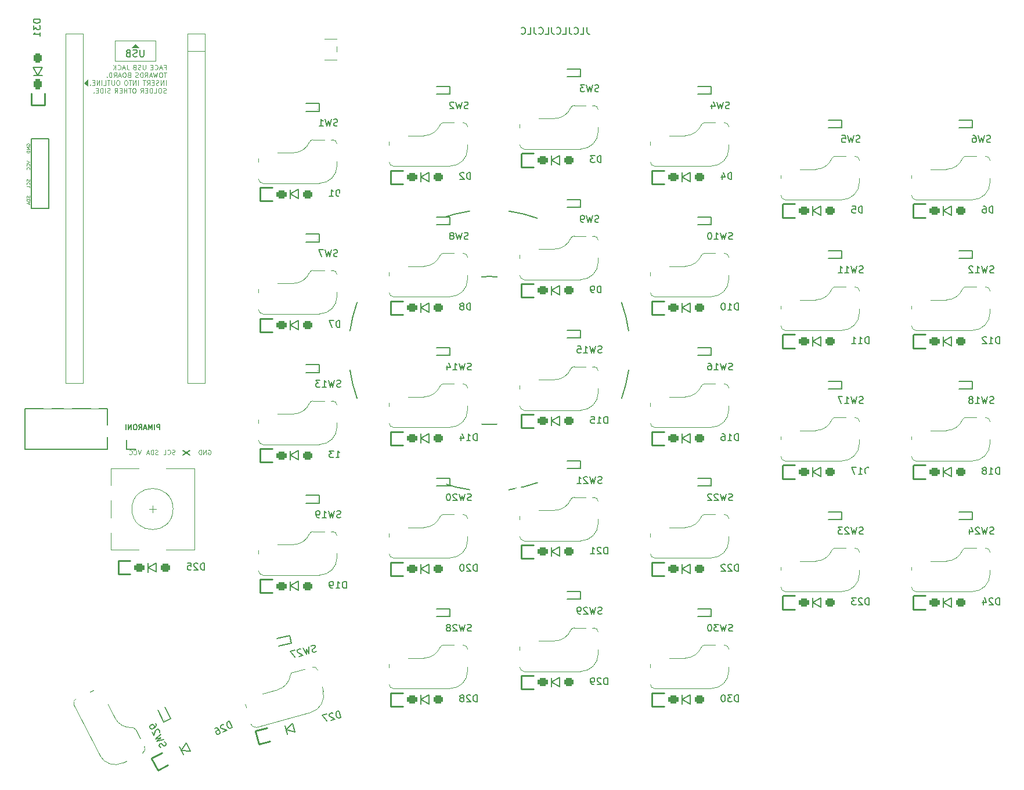
<source format=gbo>
G04 #@! TF.GenerationSoftware,KiCad,Pcbnew,(7.0.0-0)*
G04 #@! TF.CreationDate,2023-05-29T18:30:05-07:00*
G04 #@! TF.ProjectId,sofel_v3b,736f6665-6c5f-4763-9362-2e6b69636164,rev?*
G04 #@! TF.SameCoordinates,Original*
G04 #@! TF.FileFunction,Legend,Bot*
G04 #@! TF.FilePolarity,Positive*
%FSLAX46Y46*%
G04 Gerber Fmt 4.6, Leading zero omitted, Abs format (unit mm)*
G04 Created by KiCad (PCBNEW (7.0.0-0)) date 2023-05-29 18:30:05*
%MOMM*%
%LPD*%
G01*
G04 APERTURE LIST*
G04 Aperture macros list*
%AMRoundRect*
0 Rectangle with rounded corners*
0 $1 Rounding radius*
0 $2 $3 $4 $5 $6 $7 $8 $9 X,Y pos of 4 corners*
0 Add a 4 corners polygon primitive as box body*
4,1,4,$2,$3,$4,$5,$6,$7,$8,$9,$2,$3,0*
0 Add four circle primitives for the rounded corners*
1,1,$1+$1,$2,$3*
1,1,$1+$1,$4,$5*
1,1,$1+$1,$6,$7*
1,1,$1+$1,$8,$9*
0 Add four rect primitives between the rounded corners*
20,1,$1+$1,$2,$3,$4,$5,0*
20,1,$1+$1,$4,$5,$6,$7,0*
20,1,$1+$1,$6,$7,$8,$9,0*
20,1,$1+$1,$8,$9,$2,$3,0*%
%AMRotRect*
0 Rectangle, with rotation*
0 The origin of the aperture is its center*
0 $1 length*
0 $2 width*
0 $3 Rotation angle, in degrees counterclockwise*
0 Add horizontal line*
21,1,$1,$2,0,0,$3*%
%AMFreePoly0*
4,1,28,-0.850000,0.400000,0.000000,1.250000,0.114750,1.242219,0.293119,1.197860,0.457783,1.116195,0.601041,1.001041,0.716195,0.857783,0.797860,0.693119,0.842219,0.514750,0.850000,0.400000,0.850000,-0.400000,0.842219,-0.514750,0.797860,-0.693119,0.716195,-0.857783,0.601041,-1.001041,0.457783,-1.116195,0.293119,-1.197860,0.114750,-1.242219,0.000000,-1.250000,-0.114750,-1.242219,
-0.293119,-1.197860,-0.457783,-1.116195,-0.601041,-1.001041,-0.716195,-0.857783,-0.797860,-0.693119,-0.842219,-0.514750,-0.850000,-0.400000,-0.850000,0.400000,-0.850000,0.400000,$1*%
%AMFreePoly1*
4,1,28,-0.850000,0.400000,-0.842219,0.514750,-0.797860,0.693119,-0.716195,0.857783,-0.601041,1.001041,-0.457783,1.116195,-0.293119,1.197860,-0.114750,1.242219,0.000000,1.250000,0.114750,1.242219,0.293119,1.197860,0.457783,1.116195,0.601041,1.001041,0.716195,0.857783,0.797860,0.693119,0.842219,0.514750,0.850000,0.400000,0.850000,-0.400000,0.842219,-0.514750,0.797860,-0.693119,
0.716195,-0.857783,0.601041,-1.001041,0.457783,-1.116195,0.293119,-1.197860,0.114750,-1.242219,0.000000,-1.250000,-0.850000,-0.400000,-0.850000,0.400000,-0.850000,0.400000,$1*%
%AMFreePoly2*
4,1,21,-1.000000,0.000000,-0.988920,0.140791,-0.940222,0.322531,-0.854804,0.490175,-0.736396,0.636396,-0.590175,0.754804,-0.422531,0.840222,-0.240791,0.888920,-0.100000,0.900000,1.000000,0.900000,1.000000,-0.900000,-0.100000,-0.900000,-0.240791,-0.888920,-0.422531,-0.840222,-0.590175,-0.754804,-0.736396,-0.636396,-0.854804,-0.490175,-0.940222,-0.322531,-0.988920,-0.140791,-1.000000,0.000000,
-1.000000,0.000000,-1.000000,0.000000,$1*%
%AMFreePoly3*
4,1,20,-1.000000,0.900000,0.100000,0.900000,0.240791,0.888920,0.422531,0.840222,0.590175,0.754804,0.736396,0.636396,0.854804,0.490175,0.940222,0.322531,0.988920,0.140791,1.000000,0.000000,0.988920,-0.140791,0.940222,-0.322531,0.854804,-0.490175,0.736396,-0.636396,0.590175,-0.754804,0.422531,-0.840222,0.240791,-0.888920,0.100000,-0.900000,-1.000000,-0.900000,-1.000000,0.900000,
-1.000000,0.900000,$1*%
%AMFreePoly4*
4,1,13,-0.909987,0.425052,0.697461,0.425052,0.778791,0.408874,0.847740,0.362805,0.893809,0.293856,0.909987,0.212526,0.909987,-0.212526,0.893809,-0.293856,0.847740,-0.362805,0.778791,-0.408874,0.697461,-0.425052,-0.909987,-0.425052,-0.909987,0.425052,-0.909987,0.425052,$1*%
%AMFreePoly5*
4,1,13,-0.909987,0.420103,0.699935,0.420103,0.780318,0.404114,0.848464,0.358580,0.893998,0.290434,0.909987,0.210051,0.909987,-0.210051,0.893998,-0.290434,0.848464,-0.358580,0.780318,-0.404114,0.699935,-0.420103,-0.909987,-0.420103,-0.909987,0.420103,-0.909987,0.420103,$1*%
%AMFreePoly6*
4,1,18,-0.744993,0.210051,-0.729004,0.290434,-0.683470,0.358580,-0.615324,0.404114,-0.534941,0.420103,0.534941,0.420103,0.615324,0.404114,0.683470,0.358580,0.729004,0.290434,0.744993,0.210051,0.744993,0.000000,0.324890,-0.420103,-0.534941,-0.420103,-0.615324,-0.404114,-0.683470,-0.358580,-0.729004,-0.290434,-0.744993,-0.210051,-0.744993,0.210051,-0.744993,0.210051,$1*%
%AMFreePoly7*
4,1,17,-1.275000,1.012000,-1.255742,1.108819,-1.200898,1.190898,-1.118819,1.245742,-1.022000,1.265000,1.022000,1.265000,1.118819,1.245742,1.200898,1.190898,1.255742,1.108819,1.275000,1.012000,1.275000,-1.012000,1.255742,-1.108819,1.200898,-1.190898,1.118819,-1.245742,1.022000,-1.265000,-1.275000,-1.265000,-1.275000,1.012000,-1.275000,1.012000,$1*%
%AMFreePoly8*
4,1,18,-1.250000,1.010000,-1.230970,1.105671,-1.176777,1.186777,-1.095671,1.240970,-1.000000,1.260000,0.625000,1.260000,1.250000,0.635000,1.250000,-1.010000,1.230970,-1.105671,1.176777,-1.186777,1.095671,-1.240970,1.000000,-1.260000,-1.000000,-1.260000,-1.095671,-1.240970,-1.176777,-1.186777,-1.230970,-1.105671,-1.250000,-1.010000,-1.250000,1.010000,-1.250000,1.010000,$1*%
G04 Aperture macros list end*
%ADD10C,0.200000*%
%ADD11C,0.100000*%
%ADD12C,0.150000*%
%ADD13C,0.120000*%
%ADD14C,0.250000*%
%ADD15C,0.099999*%
%ADD16C,1.200000*%
%ADD17FreePoly0,90.000000*%
%ADD18FreePoly1,90.000000*%
%ADD19O,2.500000X1.700000*%
%ADD20C,1.397000*%
%ADD21C,2.000000*%
%ADD22R,3.200000X2.000000*%
%ADD23C,4.700000*%
%ADD24R,1.700000X1.700000*%
%ADD25O,1.700000X1.700000*%
%ADD26FreePoly2,180.000000*%
%ADD27FreePoly3,180.000000*%
%ADD28C,4.400000*%
%ADD29R,1.400000X1.400000*%
%ADD30RoundRect,0.300000X-0.450000X-0.300000X0.450000X-0.300000X0.450000X0.300000X-0.450000X0.300000X0*%
%ADD31RoundRect,0.300000X-0.400000X-0.300000X0.400000X-0.300000X0.400000X0.300000X-0.400000X0.300000X0*%
%ADD32C,1.400000*%
%ADD33RotRect,1.400000X1.400000X27.000000*%
%ADD34RoundRect,0.300000X-0.264756X-0.471598X0.537150X-0.063006X0.264756X0.471598X-0.537150X0.063006X0*%
%ADD35RoundRect,0.300000X-0.220205X-0.448898X0.492600X-0.085706X0.220205X0.448898X-0.492600X0.085706X0*%
%ADD36C,1.750000*%
%ADD37C,3.000000*%
%ADD38FreePoly4,180.000000*%
%ADD39FreePoly5,180.000000*%
%ADD40C,1.500000*%
%ADD41C,3.987800*%
%ADD42R,1.379987X0.840206*%
%ADD43FreePoly5,0.000000*%
%ADD44FreePoly6,0.000000*%
%ADD45FreePoly7,0.000000*%
%ADD46FreePoly8,0.000000*%
%ADD47FreePoly4,117.000000*%
%ADD48FreePoly5,117.000000*%
%ADD49RotRect,1.379987X0.840206X297.000000*%
%ADD50FreePoly5,297.000000*%
%ADD51FreePoly6,297.000000*%
%ADD52FreePoly7,297.000000*%
%ADD53FreePoly8,297.000000*%
%ADD54FreePoly4,195.000000*%
%ADD55FreePoly5,195.000000*%
%ADD56RotRect,1.379987X0.840206X15.000000*%
%ADD57FreePoly5,15.000000*%
%ADD58FreePoly6,15.000000*%
%ADD59FreePoly7,15.000000*%
%ADD60FreePoly8,15.000000*%
%ADD61RotRect,1.400000X1.400000X15.000000*%
%ADD62RoundRect,0.300000X-0.357021X-0.406246X0.512312X-0.173309X0.357021X0.406246X-0.512312X0.173309X0*%
%ADD63RoundRect,0.300000X-0.308725X-0.393305X0.464016X-0.186250X0.308725X0.393305X-0.464016X0.186250X0*%
%ADD64RoundRect,0.300000X0.300000X-0.450000X0.300000X0.450000X-0.300000X0.450000X-0.300000X-0.450000X0*%
%ADD65RoundRect,0.300000X0.300000X-0.400000X0.300000X0.400000X-0.300000X0.400000X-0.300000X-0.400000X0*%
%ADD66R,1.100000X0.600000*%
%ADD67O,12.000000X4.000000*%
%ADD68R,1.500000X1.500000*%
%ADD69R,1.500000X1.700000*%
G04 APERTURE END LIST*
D10*
X163359048Y-34232380D02*
X163359048Y-34946666D01*
X163359048Y-34946666D02*
X163406667Y-35089523D01*
X163406667Y-35089523D02*
X163501905Y-35184761D01*
X163501905Y-35184761D02*
X163644762Y-35232380D01*
X163644762Y-35232380D02*
X163740000Y-35232380D01*
X162406667Y-35232380D02*
X162882857Y-35232380D01*
X162882857Y-35232380D02*
X162882857Y-34232380D01*
X161501905Y-35137142D02*
X161549524Y-35184761D01*
X161549524Y-35184761D02*
X161692381Y-35232380D01*
X161692381Y-35232380D02*
X161787619Y-35232380D01*
X161787619Y-35232380D02*
X161930476Y-35184761D01*
X161930476Y-35184761D02*
X162025714Y-35089523D01*
X162025714Y-35089523D02*
X162073333Y-34994285D01*
X162073333Y-34994285D02*
X162120952Y-34803809D01*
X162120952Y-34803809D02*
X162120952Y-34660952D01*
X162120952Y-34660952D02*
X162073333Y-34470476D01*
X162073333Y-34470476D02*
X162025714Y-34375238D01*
X162025714Y-34375238D02*
X161930476Y-34280000D01*
X161930476Y-34280000D02*
X161787619Y-34232380D01*
X161787619Y-34232380D02*
X161692381Y-34232380D01*
X161692381Y-34232380D02*
X161549524Y-34280000D01*
X161549524Y-34280000D02*
X161501905Y-34327619D01*
X160787619Y-34232380D02*
X160787619Y-34946666D01*
X160787619Y-34946666D02*
X160835238Y-35089523D01*
X160835238Y-35089523D02*
X160930476Y-35184761D01*
X160930476Y-35184761D02*
X161073333Y-35232380D01*
X161073333Y-35232380D02*
X161168571Y-35232380D01*
X159835238Y-35232380D02*
X160311428Y-35232380D01*
X160311428Y-35232380D02*
X160311428Y-34232380D01*
X158930476Y-35137142D02*
X158978095Y-35184761D01*
X158978095Y-35184761D02*
X159120952Y-35232380D01*
X159120952Y-35232380D02*
X159216190Y-35232380D01*
X159216190Y-35232380D02*
X159359047Y-35184761D01*
X159359047Y-35184761D02*
X159454285Y-35089523D01*
X159454285Y-35089523D02*
X159501904Y-34994285D01*
X159501904Y-34994285D02*
X159549523Y-34803809D01*
X159549523Y-34803809D02*
X159549523Y-34660952D01*
X159549523Y-34660952D02*
X159501904Y-34470476D01*
X159501904Y-34470476D02*
X159454285Y-34375238D01*
X159454285Y-34375238D02*
X159359047Y-34280000D01*
X159359047Y-34280000D02*
X159216190Y-34232380D01*
X159216190Y-34232380D02*
X159120952Y-34232380D01*
X159120952Y-34232380D02*
X158978095Y-34280000D01*
X158978095Y-34280000D02*
X158930476Y-34327619D01*
X158216190Y-34232380D02*
X158216190Y-34946666D01*
X158216190Y-34946666D02*
X158263809Y-35089523D01*
X158263809Y-35089523D02*
X158359047Y-35184761D01*
X158359047Y-35184761D02*
X158501904Y-35232380D01*
X158501904Y-35232380D02*
X158597142Y-35232380D01*
X157263809Y-35232380D02*
X157739999Y-35232380D01*
X157739999Y-35232380D02*
X157739999Y-34232380D01*
X156359047Y-35137142D02*
X156406666Y-35184761D01*
X156406666Y-35184761D02*
X156549523Y-35232380D01*
X156549523Y-35232380D02*
X156644761Y-35232380D01*
X156644761Y-35232380D02*
X156787618Y-35184761D01*
X156787618Y-35184761D02*
X156882856Y-35089523D01*
X156882856Y-35089523D02*
X156930475Y-34994285D01*
X156930475Y-34994285D02*
X156978094Y-34803809D01*
X156978094Y-34803809D02*
X156978094Y-34660952D01*
X156978094Y-34660952D02*
X156930475Y-34470476D01*
X156930475Y-34470476D02*
X156882856Y-34375238D01*
X156882856Y-34375238D02*
X156787618Y-34280000D01*
X156787618Y-34280000D02*
X156644761Y-34232380D01*
X156644761Y-34232380D02*
X156549523Y-34232380D01*
X156549523Y-34232380D02*
X156406666Y-34280000D01*
X156406666Y-34280000D02*
X156359047Y-34327619D01*
X155644761Y-34232380D02*
X155644761Y-34946666D01*
X155644761Y-34946666D02*
X155692380Y-35089523D01*
X155692380Y-35089523D02*
X155787618Y-35184761D01*
X155787618Y-35184761D02*
X155930475Y-35232380D01*
X155930475Y-35232380D02*
X156025713Y-35232380D01*
X154692380Y-35232380D02*
X155168570Y-35232380D01*
X155168570Y-35232380D02*
X155168570Y-34232380D01*
X153787618Y-35137142D02*
X153835237Y-35184761D01*
X153835237Y-35184761D02*
X153978094Y-35232380D01*
X153978094Y-35232380D02*
X154073332Y-35232380D01*
X154073332Y-35232380D02*
X154216189Y-35184761D01*
X154216189Y-35184761D02*
X154311427Y-35089523D01*
X154311427Y-35089523D02*
X154359046Y-34994285D01*
X154359046Y-34994285D02*
X154406665Y-34803809D01*
X154406665Y-34803809D02*
X154406665Y-34660952D01*
X154406665Y-34660952D02*
X154359046Y-34470476D01*
X154359046Y-34470476D02*
X154311427Y-34375238D01*
X154311427Y-34375238D02*
X154216189Y-34280000D01*
X154216189Y-34280000D02*
X154073332Y-34232380D01*
X154073332Y-34232380D02*
X153978094Y-34232380D01*
X153978094Y-34232380D02*
X153835237Y-34280000D01*
X153835237Y-34280000D02*
X153787618Y-34327619D01*
D11*
X101705000Y-40034000D02*
X101938333Y-40034000D01*
X101938333Y-40400666D02*
X101938333Y-39700666D01*
X101938333Y-39700666D02*
X101605000Y-39700666D01*
X101371666Y-40200666D02*
X101038333Y-40200666D01*
X101438333Y-40400666D02*
X101205000Y-39700666D01*
X101205000Y-39700666D02*
X100971666Y-40400666D01*
X100338333Y-40334000D02*
X100371666Y-40367333D01*
X100371666Y-40367333D02*
X100471666Y-40400666D01*
X100471666Y-40400666D02*
X100538333Y-40400666D01*
X100538333Y-40400666D02*
X100638333Y-40367333D01*
X100638333Y-40367333D02*
X100705000Y-40300666D01*
X100705000Y-40300666D02*
X100738333Y-40234000D01*
X100738333Y-40234000D02*
X100771666Y-40100666D01*
X100771666Y-40100666D02*
X100771666Y-40000666D01*
X100771666Y-40000666D02*
X100738333Y-39867333D01*
X100738333Y-39867333D02*
X100705000Y-39800666D01*
X100705000Y-39800666D02*
X100638333Y-39734000D01*
X100638333Y-39734000D02*
X100538333Y-39700666D01*
X100538333Y-39700666D02*
X100471666Y-39700666D01*
X100471666Y-39700666D02*
X100371666Y-39734000D01*
X100371666Y-39734000D02*
X100338333Y-39767333D01*
X100038333Y-40034000D02*
X99805000Y-40034000D01*
X99705000Y-40400666D02*
X100038333Y-40400666D01*
X100038333Y-40400666D02*
X100038333Y-39700666D01*
X100038333Y-39700666D02*
X99705000Y-39700666D01*
X98985000Y-39700666D02*
X98985000Y-40267333D01*
X98985000Y-40267333D02*
X98951667Y-40334000D01*
X98951667Y-40334000D02*
X98918333Y-40367333D01*
X98918333Y-40367333D02*
X98851667Y-40400666D01*
X98851667Y-40400666D02*
X98718333Y-40400666D01*
X98718333Y-40400666D02*
X98651667Y-40367333D01*
X98651667Y-40367333D02*
X98618333Y-40334000D01*
X98618333Y-40334000D02*
X98585000Y-40267333D01*
X98585000Y-40267333D02*
X98585000Y-39700666D01*
X98285000Y-40367333D02*
X98185000Y-40400666D01*
X98185000Y-40400666D02*
X98018334Y-40400666D01*
X98018334Y-40400666D02*
X97951667Y-40367333D01*
X97951667Y-40367333D02*
X97918334Y-40334000D01*
X97918334Y-40334000D02*
X97885000Y-40267333D01*
X97885000Y-40267333D02*
X97885000Y-40200666D01*
X97885000Y-40200666D02*
X97918334Y-40134000D01*
X97918334Y-40134000D02*
X97951667Y-40100666D01*
X97951667Y-40100666D02*
X98018334Y-40067333D01*
X98018334Y-40067333D02*
X98151667Y-40034000D01*
X98151667Y-40034000D02*
X98218334Y-40000666D01*
X98218334Y-40000666D02*
X98251667Y-39967333D01*
X98251667Y-39967333D02*
X98285000Y-39900666D01*
X98285000Y-39900666D02*
X98285000Y-39834000D01*
X98285000Y-39834000D02*
X98251667Y-39767333D01*
X98251667Y-39767333D02*
X98218334Y-39734000D01*
X98218334Y-39734000D02*
X98151667Y-39700666D01*
X98151667Y-39700666D02*
X97985000Y-39700666D01*
X97985000Y-39700666D02*
X97885000Y-39734000D01*
X97351667Y-40034000D02*
X97251667Y-40067333D01*
X97251667Y-40067333D02*
X97218333Y-40100666D01*
X97218333Y-40100666D02*
X97185000Y-40167333D01*
X97185000Y-40167333D02*
X97185000Y-40267333D01*
X97185000Y-40267333D02*
X97218333Y-40334000D01*
X97218333Y-40334000D02*
X97251667Y-40367333D01*
X97251667Y-40367333D02*
X97318333Y-40400666D01*
X97318333Y-40400666D02*
X97585000Y-40400666D01*
X97585000Y-40400666D02*
X97585000Y-39700666D01*
X97585000Y-39700666D02*
X97351667Y-39700666D01*
X97351667Y-39700666D02*
X97285000Y-39734000D01*
X97285000Y-39734000D02*
X97251667Y-39767333D01*
X97251667Y-39767333D02*
X97218333Y-39834000D01*
X97218333Y-39834000D02*
X97218333Y-39900666D01*
X97218333Y-39900666D02*
X97251667Y-39967333D01*
X97251667Y-39967333D02*
X97285000Y-40000666D01*
X97285000Y-40000666D02*
X97351667Y-40034000D01*
X97351667Y-40034000D02*
X97585000Y-40034000D01*
X96265000Y-39700666D02*
X96265000Y-40200666D01*
X96265000Y-40200666D02*
X96298333Y-40300666D01*
X96298333Y-40300666D02*
X96365000Y-40367333D01*
X96365000Y-40367333D02*
X96465000Y-40400666D01*
X96465000Y-40400666D02*
X96531667Y-40400666D01*
X95965000Y-40200666D02*
X95631667Y-40200666D01*
X96031667Y-40400666D02*
X95798334Y-39700666D01*
X95798334Y-39700666D02*
X95565000Y-40400666D01*
X94931667Y-40334000D02*
X94965000Y-40367333D01*
X94965000Y-40367333D02*
X95065000Y-40400666D01*
X95065000Y-40400666D02*
X95131667Y-40400666D01*
X95131667Y-40400666D02*
X95231667Y-40367333D01*
X95231667Y-40367333D02*
X95298334Y-40300666D01*
X95298334Y-40300666D02*
X95331667Y-40234000D01*
X95331667Y-40234000D02*
X95365000Y-40100666D01*
X95365000Y-40100666D02*
X95365000Y-40000666D01*
X95365000Y-40000666D02*
X95331667Y-39867333D01*
X95331667Y-39867333D02*
X95298334Y-39800666D01*
X95298334Y-39800666D02*
X95231667Y-39734000D01*
X95231667Y-39734000D02*
X95131667Y-39700666D01*
X95131667Y-39700666D02*
X95065000Y-39700666D01*
X95065000Y-39700666D02*
X94965000Y-39734000D01*
X94965000Y-39734000D02*
X94931667Y-39767333D01*
X94631667Y-40400666D02*
X94631667Y-39700666D01*
X94231667Y-40400666D02*
X94531667Y-40000666D01*
X94231667Y-39700666D02*
X94631667Y-40100666D01*
X102038333Y-40834666D02*
X101638333Y-40834666D01*
X101838333Y-41534666D02*
X101838333Y-40834666D01*
X101271667Y-40834666D02*
X101138333Y-40834666D01*
X101138333Y-40834666D02*
X101071667Y-40868000D01*
X101071667Y-40868000D02*
X101005000Y-40934666D01*
X101005000Y-40934666D02*
X100971667Y-41068000D01*
X100971667Y-41068000D02*
X100971667Y-41301333D01*
X100971667Y-41301333D02*
X101005000Y-41434666D01*
X101005000Y-41434666D02*
X101071667Y-41501333D01*
X101071667Y-41501333D02*
X101138333Y-41534666D01*
X101138333Y-41534666D02*
X101271667Y-41534666D01*
X101271667Y-41534666D02*
X101338333Y-41501333D01*
X101338333Y-41501333D02*
X101405000Y-41434666D01*
X101405000Y-41434666D02*
X101438333Y-41301333D01*
X101438333Y-41301333D02*
X101438333Y-41068000D01*
X101438333Y-41068000D02*
X101405000Y-40934666D01*
X101405000Y-40934666D02*
X101338333Y-40868000D01*
X101338333Y-40868000D02*
X101271667Y-40834666D01*
X100738334Y-40834666D02*
X100571667Y-41534666D01*
X100571667Y-41534666D02*
X100438334Y-41034666D01*
X100438334Y-41034666D02*
X100305000Y-41534666D01*
X100305000Y-41534666D02*
X100138334Y-40834666D01*
X99905000Y-41334666D02*
X99571667Y-41334666D01*
X99971667Y-41534666D02*
X99738334Y-40834666D01*
X99738334Y-40834666D02*
X99505000Y-41534666D01*
X98871667Y-41534666D02*
X99105000Y-41201333D01*
X99271667Y-41534666D02*
X99271667Y-40834666D01*
X99271667Y-40834666D02*
X99005000Y-40834666D01*
X99005000Y-40834666D02*
X98938334Y-40868000D01*
X98938334Y-40868000D02*
X98905000Y-40901333D01*
X98905000Y-40901333D02*
X98871667Y-40968000D01*
X98871667Y-40968000D02*
X98871667Y-41068000D01*
X98871667Y-41068000D02*
X98905000Y-41134666D01*
X98905000Y-41134666D02*
X98938334Y-41168000D01*
X98938334Y-41168000D02*
X99005000Y-41201333D01*
X99005000Y-41201333D02*
X99271667Y-41201333D01*
X98571667Y-41534666D02*
X98571667Y-40834666D01*
X98571667Y-40834666D02*
X98405000Y-40834666D01*
X98405000Y-40834666D02*
X98305000Y-40868000D01*
X98305000Y-40868000D02*
X98238334Y-40934666D01*
X98238334Y-40934666D02*
X98205000Y-41001333D01*
X98205000Y-41001333D02*
X98171667Y-41134666D01*
X98171667Y-41134666D02*
X98171667Y-41234666D01*
X98171667Y-41234666D02*
X98205000Y-41368000D01*
X98205000Y-41368000D02*
X98238334Y-41434666D01*
X98238334Y-41434666D02*
X98305000Y-41501333D01*
X98305000Y-41501333D02*
X98405000Y-41534666D01*
X98405000Y-41534666D02*
X98571667Y-41534666D01*
X97905000Y-41501333D02*
X97805000Y-41534666D01*
X97805000Y-41534666D02*
X97638334Y-41534666D01*
X97638334Y-41534666D02*
X97571667Y-41501333D01*
X97571667Y-41501333D02*
X97538334Y-41468000D01*
X97538334Y-41468000D02*
X97505000Y-41401333D01*
X97505000Y-41401333D02*
X97505000Y-41334666D01*
X97505000Y-41334666D02*
X97538334Y-41268000D01*
X97538334Y-41268000D02*
X97571667Y-41234666D01*
X97571667Y-41234666D02*
X97638334Y-41201333D01*
X97638334Y-41201333D02*
X97771667Y-41168000D01*
X97771667Y-41168000D02*
X97838334Y-41134666D01*
X97838334Y-41134666D02*
X97871667Y-41101333D01*
X97871667Y-41101333D02*
X97905000Y-41034666D01*
X97905000Y-41034666D02*
X97905000Y-40968000D01*
X97905000Y-40968000D02*
X97871667Y-40901333D01*
X97871667Y-40901333D02*
X97838334Y-40868000D01*
X97838334Y-40868000D02*
X97771667Y-40834666D01*
X97771667Y-40834666D02*
X97605000Y-40834666D01*
X97605000Y-40834666D02*
X97505000Y-40868000D01*
X96551667Y-41168000D02*
X96451667Y-41201333D01*
X96451667Y-41201333D02*
X96418333Y-41234666D01*
X96418333Y-41234666D02*
X96385000Y-41301333D01*
X96385000Y-41301333D02*
X96385000Y-41401333D01*
X96385000Y-41401333D02*
X96418333Y-41468000D01*
X96418333Y-41468000D02*
X96451667Y-41501333D01*
X96451667Y-41501333D02*
X96518333Y-41534666D01*
X96518333Y-41534666D02*
X96785000Y-41534666D01*
X96785000Y-41534666D02*
X96785000Y-40834666D01*
X96785000Y-40834666D02*
X96551667Y-40834666D01*
X96551667Y-40834666D02*
X96485000Y-40868000D01*
X96485000Y-40868000D02*
X96451667Y-40901333D01*
X96451667Y-40901333D02*
X96418333Y-40968000D01*
X96418333Y-40968000D02*
X96418333Y-41034666D01*
X96418333Y-41034666D02*
X96451667Y-41101333D01*
X96451667Y-41101333D02*
X96485000Y-41134666D01*
X96485000Y-41134666D02*
X96551667Y-41168000D01*
X96551667Y-41168000D02*
X96785000Y-41168000D01*
X95951667Y-40834666D02*
X95818333Y-40834666D01*
X95818333Y-40834666D02*
X95751667Y-40868000D01*
X95751667Y-40868000D02*
X95685000Y-40934666D01*
X95685000Y-40934666D02*
X95651667Y-41068000D01*
X95651667Y-41068000D02*
X95651667Y-41301333D01*
X95651667Y-41301333D02*
X95685000Y-41434666D01*
X95685000Y-41434666D02*
X95751667Y-41501333D01*
X95751667Y-41501333D02*
X95818333Y-41534666D01*
X95818333Y-41534666D02*
X95951667Y-41534666D01*
X95951667Y-41534666D02*
X96018333Y-41501333D01*
X96018333Y-41501333D02*
X96085000Y-41434666D01*
X96085000Y-41434666D02*
X96118333Y-41301333D01*
X96118333Y-41301333D02*
X96118333Y-41068000D01*
X96118333Y-41068000D02*
X96085000Y-40934666D01*
X96085000Y-40934666D02*
X96018333Y-40868000D01*
X96018333Y-40868000D02*
X95951667Y-40834666D01*
X95385000Y-41334666D02*
X95051667Y-41334666D01*
X95451667Y-41534666D02*
X95218334Y-40834666D01*
X95218334Y-40834666D02*
X94985000Y-41534666D01*
X94351667Y-41534666D02*
X94585000Y-41201333D01*
X94751667Y-41534666D02*
X94751667Y-40834666D01*
X94751667Y-40834666D02*
X94485000Y-40834666D01*
X94485000Y-40834666D02*
X94418334Y-40868000D01*
X94418334Y-40868000D02*
X94385000Y-40901333D01*
X94385000Y-40901333D02*
X94351667Y-40968000D01*
X94351667Y-40968000D02*
X94351667Y-41068000D01*
X94351667Y-41068000D02*
X94385000Y-41134666D01*
X94385000Y-41134666D02*
X94418334Y-41168000D01*
X94418334Y-41168000D02*
X94485000Y-41201333D01*
X94485000Y-41201333D02*
X94751667Y-41201333D01*
X94051667Y-41534666D02*
X94051667Y-40834666D01*
X94051667Y-40834666D02*
X93885000Y-40834666D01*
X93885000Y-40834666D02*
X93785000Y-40868000D01*
X93785000Y-40868000D02*
X93718334Y-40934666D01*
X93718334Y-40934666D02*
X93685000Y-41001333D01*
X93685000Y-41001333D02*
X93651667Y-41134666D01*
X93651667Y-41134666D02*
X93651667Y-41234666D01*
X93651667Y-41234666D02*
X93685000Y-41368000D01*
X93685000Y-41368000D02*
X93718334Y-41434666D01*
X93718334Y-41434666D02*
X93785000Y-41501333D01*
X93785000Y-41501333D02*
X93885000Y-41534666D01*
X93885000Y-41534666D02*
X94051667Y-41534666D01*
X93351667Y-41468000D02*
X93318334Y-41501333D01*
X93318334Y-41501333D02*
X93351667Y-41534666D01*
X93351667Y-41534666D02*
X93385000Y-41501333D01*
X93385000Y-41501333D02*
X93351667Y-41468000D01*
X93351667Y-41468000D02*
X93351667Y-41534666D01*
X101938333Y-42668666D02*
X101938333Y-41968666D01*
X101605000Y-42668666D02*
X101605000Y-41968666D01*
X101605000Y-41968666D02*
X101205000Y-42668666D01*
X101205000Y-42668666D02*
X101205000Y-41968666D01*
X100905000Y-42635333D02*
X100805000Y-42668666D01*
X100805000Y-42668666D02*
X100638334Y-42668666D01*
X100638334Y-42668666D02*
X100571667Y-42635333D01*
X100571667Y-42635333D02*
X100538334Y-42602000D01*
X100538334Y-42602000D02*
X100505000Y-42535333D01*
X100505000Y-42535333D02*
X100505000Y-42468666D01*
X100505000Y-42468666D02*
X100538334Y-42402000D01*
X100538334Y-42402000D02*
X100571667Y-42368666D01*
X100571667Y-42368666D02*
X100638334Y-42335333D01*
X100638334Y-42335333D02*
X100771667Y-42302000D01*
X100771667Y-42302000D02*
X100838334Y-42268666D01*
X100838334Y-42268666D02*
X100871667Y-42235333D01*
X100871667Y-42235333D02*
X100905000Y-42168666D01*
X100905000Y-42168666D02*
X100905000Y-42102000D01*
X100905000Y-42102000D02*
X100871667Y-42035333D01*
X100871667Y-42035333D02*
X100838334Y-42002000D01*
X100838334Y-42002000D02*
X100771667Y-41968666D01*
X100771667Y-41968666D02*
X100605000Y-41968666D01*
X100605000Y-41968666D02*
X100505000Y-42002000D01*
X100205000Y-42302000D02*
X99971667Y-42302000D01*
X99871667Y-42668666D02*
X100205000Y-42668666D01*
X100205000Y-42668666D02*
X100205000Y-41968666D01*
X100205000Y-41968666D02*
X99871667Y-41968666D01*
X99171667Y-42668666D02*
X99405000Y-42335333D01*
X99571667Y-42668666D02*
X99571667Y-41968666D01*
X99571667Y-41968666D02*
X99305000Y-41968666D01*
X99305000Y-41968666D02*
X99238334Y-42002000D01*
X99238334Y-42002000D02*
X99205000Y-42035333D01*
X99205000Y-42035333D02*
X99171667Y-42102000D01*
X99171667Y-42102000D02*
X99171667Y-42202000D01*
X99171667Y-42202000D02*
X99205000Y-42268666D01*
X99205000Y-42268666D02*
X99238334Y-42302000D01*
X99238334Y-42302000D02*
X99305000Y-42335333D01*
X99305000Y-42335333D02*
X99571667Y-42335333D01*
X98971667Y-41968666D02*
X98571667Y-41968666D01*
X98771667Y-42668666D02*
X98771667Y-41968666D01*
X97918334Y-42668666D02*
X97918334Y-41968666D01*
X97585001Y-42668666D02*
X97585001Y-41968666D01*
X97585001Y-41968666D02*
X97185001Y-42668666D01*
X97185001Y-42668666D02*
X97185001Y-41968666D01*
X96951668Y-41968666D02*
X96551668Y-41968666D01*
X96751668Y-42668666D02*
X96751668Y-41968666D01*
X96185002Y-41968666D02*
X96051668Y-41968666D01*
X96051668Y-41968666D02*
X95985002Y-42002000D01*
X95985002Y-42002000D02*
X95918335Y-42068666D01*
X95918335Y-42068666D02*
X95885002Y-42202000D01*
X95885002Y-42202000D02*
X95885002Y-42435333D01*
X95885002Y-42435333D02*
X95918335Y-42568666D01*
X95918335Y-42568666D02*
X95985002Y-42635333D01*
X95985002Y-42635333D02*
X96051668Y-42668666D01*
X96051668Y-42668666D02*
X96185002Y-42668666D01*
X96185002Y-42668666D02*
X96251668Y-42635333D01*
X96251668Y-42635333D02*
X96318335Y-42568666D01*
X96318335Y-42568666D02*
X96351668Y-42435333D01*
X96351668Y-42435333D02*
X96351668Y-42202000D01*
X96351668Y-42202000D02*
X96318335Y-42068666D01*
X96318335Y-42068666D02*
X96251668Y-42002000D01*
X96251668Y-42002000D02*
X96185002Y-41968666D01*
X95031669Y-41968666D02*
X94898335Y-41968666D01*
X94898335Y-41968666D02*
X94831669Y-42002000D01*
X94831669Y-42002000D02*
X94765002Y-42068666D01*
X94765002Y-42068666D02*
X94731669Y-42202000D01*
X94731669Y-42202000D02*
X94731669Y-42435333D01*
X94731669Y-42435333D02*
X94765002Y-42568666D01*
X94765002Y-42568666D02*
X94831669Y-42635333D01*
X94831669Y-42635333D02*
X94898335Y-42668666D01*
X94898335Y-42668666D02*
X95031669Y-42668666D01*
X95031669Y-42668666D02*
X95098335Y-42635333D01*
X95098335Y-42635333D02*
X95165002Y-42568666D01*
X95165002Y-42568666D02*
X95198335Y-42435333D01*
X95198335Y-42435333D02*
X95198335Y-42202000D01*
X95198335Y-42202000D02*
X95165002Y-42068666D01*
X95165002Y-42068666D02*
X95098335Y-42002000D01*
X95098335Y-42002000D02*
X95031669Y-41968666D01*
X94431669Y-41968666D02*
X94431669Y-42535333D01*
X94431669Y-42535333D02*
X94398336Y-42602000D01*
X94398336Y-42602000D02*
X94365002Y-42635333D01*
X94365002Y-42635333D02*
X94298336Y-42668666D01*
X94298336Y-42668666D02*
X94165002Y-42668666D01*
X94165002Y-42668666D02*
X94098336Y-42635333D01*
X94098336Y-42635333D02*
X94065002Y-42602000D01*
X94065002Y-42602000D02*
X94031669Y-42535333D01*
X94031669Y-42535333D02*
X94031669Y-41968666D01*
X93798336Y-41968666D02*
X93398336Y-41968666D01*
X93598336Y-42668666D02*
X93598336Y-41968666D01*
X92831670Y-42668666D02*
X93165003Y-42668666D01*
X93165003Y-42668666D02*
X93165003Y-41968666D01*
X92598336Y-42668666D02*
X92598336Y-41968666D01*
X92265003Y-42668666D02*
X92265003Y-41968666D01*
X92265003Y-41968666D02*
X91865003Y-42668666D01*
X91865003Y-42668666D02*
X91865003Y-41968666D01*
X91531670Y-42302000D02*
X91298337Y-42302000D01*
X91198337Y-42668666D02*
X91531670Y-42668666D01*
X91531670Y-42668666D02*
X91531670Y-41968666D01*
X91531670Y-41968666D02*
X91198337Y-41968666D01*
X90898337Y-42602000D02*
X90865004Y-42635333D01*
X90865004Y-42635333D02*
X90898337Y-42668666D01*
X90898337Y-42668666D02*
X90931670Y-42635333D01*
X90931670Y-42635333D02*
X90898337Y-42602000D01*
X90898337Y-42602000D02*
X90898337Y-42668666D01*
X101971666Y-43769333D02*
X101871666Y-43802666D01*
X101871666Y-43802666D02*
X101705000Y-43802666D01*
X101705000Y-43802666D02*
X101638333Y-43769333D01*
X101638333Y-43769333D02*
X101605000Y-43736000D01*
X101605000Y-43736000D02*
X101571666Y-43669333D01*
X101571666Y-43669333D02*
X101571666Y-43602666D01*
X101571666Y-43602666D02*
X101605000Y-43536000D01*
X101605000Y-43536000D02*
X101638333Y-43502666D01*
X101638333Y-43502666D02*
X101705000Y-43469333D01*
X101705000Y-43469333D02*
X101838333Y-43436000D01*
X101838333Y-43436000D02*
X101905000Y-43402666D01*
X101905000Y-43402666D02*
X101938333Y-43369333D01*
X101938333Y-43369333D02*
X101971666Y-43302666D01*
X101971666Y-43302666D02*
X101971666Y-43236000D01*
X101971666Y-43236000D02*
X101938333Y-43169333D01*
X101938333Y-43169333D02*
X101905000Y-43136000D01*
X101905000Y-43136000D02*
X101838333Y-43102666D01*
X101838333Y-43102666D02*
X101671666Y-43102666D01*
X101671666Y-43102666D02*
X101571666Y-43136000D01*
X101138333Y-43102666D02*
X101004999Y-43102666D01*
X101004999Y-43102666D02*
X100938333Y-43136000D01*
X100938333Y-43136000D02*
X100871666Y-43202666D01*
X100871666Y-43202666D02*
X100838333Y-43336000D01*
X100838333Y-43336000D02*
X100838333Y-43569333D01*
X100838333Y-43569333D02*
X100871666Y-43702666D01*
X100871666Y-43702666D02*
X100938333Y-43769333D01*
X100938333Y-43769333D02*
X101004999Y-43802666D01*
X101004999Y-43802666D02*
X101138333Y-43802666D01*
X101138333Y-43802666D02*
X101204999Y-43769333D01*
X101204999Y-43769333D02*
X101271666Y-43702666D01*
X101271666Y-43702666D02*
X101304999Y-43569333D01*
X101304999Y-43569333D02*
X101304999Y-43336000D01*
X101304999Y-43336000D02*
X101271666Y-43202666D01*
X101271666Y-43202666D02*
X101204999Y-43136000D01*
X101204999Y-43136000D02*
X101138333Y-43102666D01*
X100205000Y-43802666D02*
X100538333Y-43802666D01*
X100538333Y-43802666D02*
X100538333Y-43102666D01*
X99971666Y-43802666D02*
X99971666Y-43102666D01*
X99971666Y-43102666D02*
X99804999Y-43102666D01*
X99804999Y-43102666D02*
X99704999Y-43136000D01*
X99704999Y-43136000D02*
X99638333Y-43202666D01*
X99638333Y-43202666D02*
X99604999Y-43269333D01*
X99604999Y-43269333D02*
X99571666Y-43402666D01*
X99571666Y-43402666D02*
X99571666Y-43502666D01*
X99571666Y-43502666D02*
X99604999Y-43636000D01*
X99604999Y-43636000D02*
X99638333Y-43702666D01*
X99638333Y-43702666D02*
X99704999Y-43769333D01*
X99704999Y-43769333D02*
X99804999Y-43802666D01*
X99804999Y-43802666D02*
X99971666Y-43802666D01*
X99271666Y-43436000D02*
X99038333Y-43436000D01*
X98938333Y-43802666D02*
X99271666Y-43802666D01*
X99271666Y-43802666D02*
X99271666Y-43102666D01*
X99271666Y-43102666D02*
X98938333Y-43102666D01*
X98238333Y-43802666D02*
X98471666Y-43469333D01*
X98638333Y-43802666D02*
X98638333Y-43102666D01*
X98638333Y-43102666D02*
X98371666Y-43102666D01*
X98371666Y-43102666D02*
X98305000Y-43136000D01*
X98305000Y-43136000D02*
X98271666Y-43169333D01*
X98271666Y-43169333D02*
X98238333Y-43236000D01*
X98238333Y-43236000D02*
X98238333Y-43336000D01*
X98238333Y-43336000D02*
X98271666Y-43402666D01*
X98271666Y-43402666D02*
X98305000Y-43436000D01*
X98305000Y-43436000D02*
X98371666Y-43469333D01*
X98371666Y-43469333D02*
X98638333Y-43469333D01*
X97385000Y-43102666D02*
X97251666Y-43102666D01*
X97251666Y-43102666D02*
X97185000Y-43136000D01*
X97185000Y-43136000D02*
X97118333Y-43202666D01*
X97118333Y-43202666D02*
X97085000Y-43336000D01*
X97085000Y-43336000D02*
X97085000Y-43569333D01*
X97085000Y-43569333D02*
X97118333Y-43702666D01*
X97118333Y-43702666D02*
X97185000Y-43769333D01*
X97185000Y-43769333D02*
X97251666Y-43802666D01*
X97251666Y-43802666D02*
X97385000Y-43802666D01*
X97385000Y-43802666D02*
X97451666Y-43769333D01*
X97451666Y-43769333D02*
X97518333Y-43702666D01*
X97518333Y-43702666D02*
X97551666Y-43569333D01*
X97551666Y-43569333D02*
X97551666Y-43336000D01*
X97551666Y-43336000D02*
X97518333Y-43202666D01*
X97518333Y-43202666D02*
X97451666Y-43136000D01*
X97451666Y-43136000D02*
X97385000Y-43102666D01*
X96885000Y-43102666D02*
X96485000Y-43102666D01*
X96685000Y-43802666D02*
X96685000Y-43102666D01*
X96251667Y-43802666D02*
X96251667Y-43102666D01*
X96251667Y-43436000D02*
X95851667Y-43436000D01*
X95851667Y-43802666D02*
X95851667Y-43102666D01*
X95518334Y-43436000D02*
X95285001Y-43436000D01*
X95185001Y-43802666D02*
X95518334Y-43802666D01*
X95518334Y-43802666D02*
X95518334Y-43102666D01*
X95518334Y-43102666D02*
X95185001Y-43102666D01*
X94485001Y-43802666D02*
X94718334Y-43469333D01*
X94885001Y-43802666D02*
X94885001Y-43102666D01*
X94885001Y-43102666D02*
X94618334Y-43102666D01*
X94618334Y-43102666D02*
X94551668Y-43136000D01*
X94551668Y-43136000D02*
X94518334Y-43169333D01*
X94518334Y-43169333D02*
X94485001Y-43236000D01*
X94485001Y-43236000D02*
X94485001Y-43336000D01*
X94485001Y-43336000D02*
X94518334Y-43402666D01*
X94518334Y-43402666D02*
X94551668Y-43436000D01*
X94551668Y-43436000D02*
X94618334Y-43469333D01*
X94618334Y-43469333D02*
X94885001Y-43469333D01*
X93798334Y-43769333D02*
X93698334Y-43802666D01*
X93698334Y-43802666D02*
X93531668Y-43802666D01*
X93531668Y-43802666D02*
X93465001Y-43769333D01*
X93465001Y-43769333D02*
X93431668Y-43736000D01*
X93431668Y-43736000D02*
X93398334Y-43669333D01*
X93398334Y-43669333D02*
X93398334Y-43602666D01*
X93398334Y-43602666D02*
X93431668Y-43536000D01*
X93431668Y-43536000D02*
X93465001Y-43502666D01*
X93465001Y-43502666D02*
X93531668Y-43469333D01*
X93531668Y-43469333D02*
X93665001Y-43436000D01*
X93665001Y-43436000D02*
X93731668Y-43402666D01*
X93731668Y-43402666D02*
X93765001Y-43369333D01*
X93765001Y-43369333D02*
X93798334Y-43302666D01*
X93798334Y-43302666D02*
X93798334Y-43236000D01*
X93798334Y-43236000D02*
X93765001Y-43169333D01*
X93765001Y-43169333D02*
X93731668Y-43136000D01*
X93731668Y-43136000D02*
X93665001Y-43102666D01*
X93665001Y-43102666D02*
X93498334Y-43102666D01*
X93498334Y-43102666D02*
X93398334Y-43136000D01*
X93098334Y-43802666D02*
X93098334Y-43102666D01*
X92765001Y-43802666D02*
X92765001Y-43102666D01*
X92765001Y-43102666D02*
X92598334Y-43102666D01*
X92598334Y-43102666D02*
X92498334Y-43136000D01*
X92498334Y-43136000D02*
X92431668Y-43202666D01*
X92431668Y-43202666D02*
X92398334Y-43269333D01*
X92398334Y-43269333D02*
X92365001Y-43402666D01*
X92365001Y-43402666D02*
X92365001Y-43502666D01*
X92365001Y-43502666D02*
X92398334Y-43636000D01*
X92398334Y-43636000D02*
X92431668Y-43702666D01*
X92431668Y-43702666D02*
X92498334Y-43769333D01*
X92498334Y-43769333D02*
X92598334Y-43802666D01*
X92598334Y-43802666D02*
X92765001Y-43802666D01*
X92065001Y-43436000D02*
X91831668Y-43436000D01*
X91731668Y-43802666D02*
X92065001Y-43802666D01*
X92065001Y-43802666D02*
X92065001Y-43102666D01*
X92065001Y-43102666D02*
X91731668Y-43102666D01*
X91431668Y-43736000D02*
X91398335Y-43769333D01*
X91398335Y-43769333D02*
X91431668Y-43802666D01*
X91431668Y-43802666D02*
X91465001Y-43769333D01*
X91465001Y-43769333D02*
X91431668Y-43736000D01*
X91431668Y-43736000D02*
X91431668Y-43802666D01*
X81637500Y-51475952D02*
X81613690Y-51428333D01*
X81613690Y-51428333D02*
X81613690Y-51356904D01*
X81613690Y-51356904D02*
X81637500Y-51285476D01*
X81637500Y-51285476D02*
X81685119Y-51237857D01*
X81685119Y-51237857D02*
X81732738Y-51214047D01*
X81732738Y-51214047D02*
X81827976Y-51190238D01*
X81827976Y-51190238D02*
X81899404Y-51190238D01*
X81899404Y-51190238D02*
X81994642Y-51214047D01*
X81994642Y-51214047D02*
X82042261Y-51237857D01*
X82042261Y-51237857D02*
X82089880Y-51285476D01*
X82089880Y-51285476D02*
X82113690Y-51356904D01*
X82113690Y-51356904D02*
X82113690Y-51404523D01*
X82113690Y-51404523D02*
X82089880Y-51475952D01*
X82089880Y-51475952D02*
X82066071Y-51499761D01*
X82066071Y-51499761D02*
X81899404Y-51499761D01*
X81899404Y-51499761D02*
X81899404Y-51404523D01*
X82113690Y-51714047D02*
X81613690Y-51714047D01*
X81613690Y-51714047D02*
X82113690Y-51999761D01*
X82113690Y-51999761D02*
X81613690Y-51999761D01*
X82113690Y-52237857D02*
X81613690Y-52237857D01*
X81613690Y-52237857D02*
X81613690Y-52356905D01*
X81613690Y-52356905D02*
X81637500Y-52428333D01*
X81637500Y-52428333D02*
X81685119Y-52475952D01*
X81685119Y-52475952D02*
X81732738Y-52499762D01*
X81732738Y-52499762D02*
X81827976Y-52523571D01*
X81827976Y-52523571D02*
X81899404Y-52523571D01*
X81899404Y-52523571D02*
X81994642Y-52499762D01*
X81994642Y-52499762D02*
X82042261Y-52475952D01*
X82042261Y-52475952D02*
X82089880Y-52428333D01*
X82089880Y-52428333D02*
X82113690Y-52356905D01*
X82113690Y-52356905D02*
X82113690Y-52237857D01*
X82089880Y-56397238D02*
X82113690Y-56468666D01*
X82113690Y-56468666D02*
X82113690Y-56587714D01*
X82113690Y-56587714D02*
X82089880Y-56635333D01*
X82089880Y-56635333D02*
X82066071Y-56659142D01*
X82066071Y-56659142D02*
X82018452Y-56682952D01*
X82018452Y-56682952D02*
X81970833Y-56682952D01*
X81970833Y-56682952D02*
X81923214Y-56659142D01*
X81923214Y-56659142D02*
X81899404Y-56635333D01*
X81899404Y-56635333D02*
X81875595Y-56587714D01*
X81875595Y-56587714D02*
X81851785Y-56492476D01*
X81851785Y-56492476D02*
X81827976Y-56444857D01*
X81827976Y-56444857D02*
X81804166Y-56421047D01*
X81804166Y-56421047D02*
X81756547Y-56397238D01*
X81756547Y-56397238D02*
X81708928Y-56397238D01*
X81708928Y-56397238D02*
X81661309Y-56421047D01*
X81661309Y-56421047D02*
X81637500Y-56444857D01*
X81637500Y-56444857D02*
X81613690Y-56492476D01*
X81613690Y-56492476D02*
X81613690Y-56611523D01*
X81613690Y-56611523D02*
X81637500Y-56682952D01*
X82066071Y-57182951D02*
X82089880Y-57159142D01*
X82089880Y-57159142D02*
X82113690Y-57087713D01*
X82113690Y-57087713D02*
X82113690Y-57040094D01*
X82113690Y-57040094D02*
X82089880Y-56968666D01*
X82089880Y-56968666D02*
X82042261Y-56921047D01*
X82042261Y-56921047D02*
X81994642Y-56897237D01*
X81994642Y-56897237D02*
X81899404Y-56873428D01*
X81899404Y-56873428D02*
X81827976Y-56873428D01*
X81827976Y-56873428D02*
X81732738Y-56897237D01*
X81732738Y-56897237D02*
X81685119Y-56921047D01*
X81685119Y-56921047D02*
X81637500Y-56968666D01*
X81637500Y-56968666D02*
X81613690Y-57040094D01*
X81613690Y-57040094D02*
X81613690Y-57087713D01*
X81613690Y-57087713D02*
X81637500Y-57159142D01*
X81637500Y-57159142D02*
X81661309Y-57182951D01*
X82113690Y-57635332D02*
X82113690Y-57397237D01*
X82113690Y-57397237D02*
X81613690Y-57397237D01*
X82089880Y-58810238D02*
X82113690Y-58881666D01*
X82113690Y-58881666D02*
X82113690Y-59000714D01*
X82113690Y-59000714D02*
X82089880Y-59048333D01*
X82089880Y-59048333D02*
X82066071Y-59072142D01*
X82066071Y-59072142D02*
X82018452Y-59095952D01*
X82018452Y-59095952D02*
X81970833Y-59095952D01*
X81970833Y-59095952D02*
X81923214Y-59072142D01*
X81923214Y-59072142D02*
X81899404Y-59048333D01*
X81899404Y-59048333D02*
X81875595Y-59000714D01*
X81875595Y-59000714D02*
X81851785Y-58905476D01*
X81851785Y-58905476D02*
X81827976Y-58857857D01*
X81827976Y-58857857D02*
X81804166Y-58834047D01*
X81804166Y-58834047D02*
X81756547Y-58810238D01*
X81756547Y-58810238D02*
X81708928Y-58810238D01*
X81708928Y-58810238D02*
X81661309Y-58834047D01*
X81661309Y-58834047D02*
X81637500Y-58857857D01*
X81637500Y-58857857D02*
X81613690Y-58905476D01*
X81613690Y-58905476D02*
X81613690Y-59024523D01*
X81613690Y-59024523D02*
X81637500Y-59095952D01*
X82113690Y-59310237D02*
X81613690Y-59310237D01*
X81613690Y-59310237D02*
X81613690Y-59429285D01*
X81613690Y-59429285D02*
X81637500Y-59500713D01*
X81637500Y-59500713D02*
X81685119Y-59548332D01*
X81685119Y-59548332D02*
X81732738Y-59572142D01*
X81732738Y-59572142D02*
X81827976Y-59595951D01*
X81827976Y-59595951D02*
X81899404Y-59595951D01*
X81899404Y-59595951D02*
X81994642Y-59572142D01*
X81994642Y-59572142D02*
X82042261Y-59548332D01*
X82042261Y-59548332D02*
X82089880Y-59500713D01*
X82089880Y-59500713D02*
X82113690Y-59429285D01*
X82113690Y-59429285D02*
X82113690Y-59310237D01*
X81970833Y-59786428D02*
X81970833Y-60024523D01*
X82113690Y-59738809D02*
X81613690Y-59905475D01*
X81613690Y-59905475D02*
X82113690Y-60072142D01*
X81613690Y-53682619D02*
X82113690Y-53849285D01*
X82113690Y-53849285D02*
X81613690Y-54015952D01*
X82066071Y-54468332D02*
X82089880Y-54444523D01*
X82089880Y-54444523D02*
X82113690Y-54373094D01*
X82113690Y-54373094D02*
X82113690Y-54325475D01*
X82113690Y-54325475D02*
X82089880Y-54254047D01*
X82089880Y-54254047D02*
X82042261Y-54206428D01*
X82042261Y-54206428D02*
X81994642Y-54182618D01*
X81994642Y-54182618D02*
X81899404Y-54158809D01*
X81899404Y-54158809D02*
X81827976Y-54158809D01*
X81827976Y-54158809D02*
X81732738Y-54182618D01*
X81732738Y-54182618D02*
X81685119Y-54206428D01*
X81685119Y-54206428D02*
X81637500Y-54254047D01*
X81637500Y-54254047D02*
X81613690Y-54325475D01*
X81613690Y-54325475D02*
X81613690Y-54373094D01*
X81613690Y-54373094D02*
X81637500Y-54444523D01*
X81637500Y-54444523D02*
X81661309Y-54468332D01*
X82066071Y-54968332D02*
X82089880Y-54944523D01*
X82089880Y-54944523D02*
X82113690Y-54873094D01*
X82113690Y-54873094D02*
X82113690Y-54825475D01*
X82113690Y-54825475D02*
X82089880Y-54754047D01*
X82089880Y-54754047D02*
X82042261Y-54706428D01*
X82042261Y-54706428D02*
X81994642Y-54682618D01*
X81994642Y-54682618D02*
X81899404Y-54658809D01*
X81899404Y-54658809D02*
X81827976Y-54658809D01*
X81827976Y-54658809D02*
X81732738Y-54682618D01*
X81732738Y-54682618D02*
X81685119Y-54706428D01*
X81685119Y-54706428D02*
X81637500Y-54754047D01*
X81637500Y-54754047D02*
X81613690Y-54825475D01*
X81613690Y-54825475D02*
X81613690Y-54873094D01*
X81613690Y-54873094D02*
X81637500Y-54944523D01*
X81637500Y-54944523D02*
X81661309Y-54968332D01*
D12*
X104427380Y-95976667D02*
X105427380Y-96643333D01*
X104427380Y-96643333D02*
X105427380Y-95976667D01*
D11*
X108112856Y-95913900D02*
X108175714Y-95882471D01*
X108175714Y-95882471D02*
X108269999Y-95882471D01*
X108269999Y-95882471D02*
X108364285Y-95913900D01*
X108364285Y-95913900D02*
X108427142Y-95976757D01*
X108427142Y-95976757D02*
X108458571Y-96039614D01*
X108458571Y-96039614D02*
X108489999Y-96165328D01*
X108489999Y-96165328D02*
X108489999Y-96259614D01*
X108489999Y-96259614D02*
X108458571Y-96385328D01*
X108458571Y-96385328D02*
X108427142Y-96448185D01*
X108427142Y-96448185D02*
X108364285Y-96511042D01*
X108364285Y-96511042D02*
X108269999Y-96542471D01*
X108269999Y-96542471D02*
X108207142Y-96542471D01*
X108207142Y-96542471D02*
X108112856Y-96511042D01*
X108112856Y-96511042D02*
X108081428Y-96479614D01*
X108081428Y-96479614D02*
X108081428Y-96259614D01*
X108081428Y-96259614D02*
X108207142Y-96259614D01*
X107798571Y-96542471D02*
X107798571Y-95882471D01*
X107798571Y-95882471D02*
X107421428Y-96542471D01*
X107421428Y-96542471D02*
X107421428Y-95882471D01*
X107107142Y-96542471D02*
X107107142Y-95882471D01*
X107107142Y-95882471D02*
X106949999Y-95882471D01*
X106949999Y-95882471D02*
X106855713Y-95913900D01*
X106855713Y-95913900D02*
X106792856Y-95976757D01*
X106792856Y-95976757D02*
X106761427Y-96039614D01*
X106761427Y-96039614D02*
X106729999Y-96165328D01*
X106729999Y-96165328D02*
X106729999Y-96259614D01*
X106729999Y-96259614D02*
X106761427Y-96385328D01*
X106761427Y-96385328D02*
X106792856Y-96448185D01*
X106792856Y-96448185D02*
X106855713Y-96511042D01*
X106855713Y-96511042D02*
X106949999Y-96542471D01*
X106949999Y-96542471D02*
X107107142Y-96542471D01*
X100771427Y-96511042D02*
X100677142Y-96542471D01*
X100677142Y-96542471D02*
X100519999Y-96542471D01*
X100519999Y-96542471D02*
X100457142Y-96511042D01*
X100457142Y-96511042D02*
X100425713Y-96479614D01*
X100425713Y-96479614D02*
X100394284Y-96416757D01*
X100394284Y-96416757D02*
X100394284Y-96353900D01*
X100394284Y-96353900D02*
X100425713Y-96291042D01*
X100425713Y-96291042D02*
X100457142Y-96259614D01*
X100457142Y-96259614D02*
X100519999Y-96228185D01*
X100519999Y-96228185D02*
X100645713Y-96196757D01*
X100645713Y-96196757D02*
X100708570Y-96165328D01*
X100708570Y-96165328D02*
X100739999Y-96133900D01*
X100739999Y-96133900D02*
X100771427Y-96071042D01*
X100771427Y-96071042D02*
X100771427Y-96008185D01*
X100771427Y-96008185D02*
X100739999Y-95945328D01*
X100739999Y-95945328D02*
X100708570Y-95913900D01*
X100708570Y-95913900D02*
X100645713Y-95882471D01*
X100645713Y-95882471D02*
X100488570Y-95882471D01*
X100488570Y-95882471D02*
X100394284Y-95913900D01*
X100111428Y-96542471D02*
X100111428Y-95882471D01*
X100111428Y-95882471D02*
X99954285Y-95882471D01*
X99954285Y-95882471D02*
X99859999Y-95913900D01*
X99859999Y-95913900D02*
X99797142Y-95976757D01*
X99797142Y-95976757D02*
X99765713Y-96039614D01*
X99765713Y-96039614D02*
X99734285Y-96165328D01*
X99734285Y-96165328D02*
X99734285Y-96259614D01*
X99734285Y-96259614D02*
X99765713Y-96385328D01*
X99765713Y-96385328D02*
X99797142Y-96448185D01*
X99797142Y-96448185D02*
X99859999Y-96511042D01*
X99859999Y-96511042D02*
X99954285Y-96542471D01*
X99954285Y-96542471D02*
X100111428Y-96542471D01*
X99482856Y-96353900D02*
X99168571Y-96353900D01*
X99545713Y-96542471D02*
X99325713Y-95882471D01*
X99325713Y-95882471D02*
X99105713Y-96542471D01*
X103245713Y-96481042D02*
X103151428Y-96512471D01*
X103151428Y-96512471D02*
X102994285Y-96512471D01*
X102994285Y-96512471D02*
X102931428Y-96481042D01*
X102931428Y-96481042D02*
X102899999Y-96449614D01*
X102899999Y-96449614D02*
X102868570Y-96386757D01*
X102868570Y-96386757D02*
X102868570Y-96323900D01*
X102868570Y-96323900D02*
X102899999Y-96261042D01*
X102899999Y-96261042D02*
X102931428Y-96229614D01*
X102931428Y-96229614D02*
X102994285Y-96198185D01*
X102994285Y-96198185D02*
X103119999Y-96166757D01*
X103119999Y-96166757D02*
X103182856Y-96135328D01*
X103182856Y-96135328D02*
X103214285Y-96103900D01*
X103214285Y-96103900D02*
X103245713Y-96041042D01*
X103245713Y-96041042D02*
X103245713Y-95978185D01*
X103245713Y-95978185D02*
X103214285Y-95915328D01*
X103214285Y-95915328D02*
X103182856Y-95883900D01*
X103182856Y-95883900D02*
X103119999Y-95852471D01*
X103119999Y-95852471D02*
X102962856Y-95852471D01*
X102962856Y-95852471D02*
X102868570Y-95883900D01*
X102208571Y-96449614D02*
X102239999Y-96481042D01*
X102239999Y-96481042D02*
X102334285Y-96512471D01*
X102334285Y-96512471D02*
X102397142Y-96512471D01*
X102397142Y-96512471D02*
X102491428Y-96481042D01*
X102491428Y-96481042D02*
X102554285Y-96418185D01*
X102554285Y-96418185D02*
X102585714Y-96355328D01*
X102585714Y-96355328D02*
X102617142Y-96229614D01*
X102617142Y-96229614D02*
X102617142Y-96135328D01*
X102617142Y-96135328D02*
X102585714Y-96009614D01*
X102585714Y-96009614D02*
X102554285Y-95946757D01*
X102554285Y-95946757D02*
X102491428Y-95883900D01*
X102491428Y-95883900D02*
X102397142Y-95852471D01*
X102397142Y-95852471D02*
X102334285Y-95852471D01*
X102334285Y-95852471D02*
X102239999Y-95883900D01*
X102239999Y-95883900D02*
X102208571Y-95915328D01*
X101611428Y-96512471D02*
X101925714Y-96512471D01*
X101925714Y-96512471D02*
X101925714Y-95852471D01*
D12*
X101044285Y-92935535D02*
X101044285Y-92185535D01*
X101044285Y-92185535D02*
X100758571Y-92185535D01*
X100758571Y-92185535D02*
X100687142Y-92221250D01*
X100687142Y-92221250D02*
X100651428Y-92256964D01*
X100651428Y-92256964D02*
X100615714Y-92328392D01*
X100615714Y-92328392D02*
X100615714Y-92435535D01*
X100615714Y-92435535D02*
X100651428Y-92506964D01*
X100651428Y-92506964D02*
X100687142Y-92542678D01*
X100687142Y-92542678D02*
X100758571Y-92578392D01*
X100758571Y-92578392D02*
X101044285Y-92578392D01*
X100294285Y-92935535D02*
X100294285Y-92185535D01*
X99937142Y-92935535D02*
X99937142Y-92185535D01*
X99937142Y-92185535D02*
X99687142Y-92721250D01*
X99687142Y-92721250D02*
X99437142Y-92185535D01*
X99437142Y-92185535D02*
X99437142Y-92935535D01*
X99115713Y-92721250D02*
X98758571Y-92721250D01*
X99187142Y-92935535D02*
X98937142Y-92185535D01*
X98937142Y-92185535D02*
X98687142Y-92935535D01*
X98008571Y-92935535D02*
X98258571Y-92578392D01*
X98437142Y-92935535D02*
X98437142Y-92185535D01*
X98437142Y-92185535D02*
X98151428Y-92185535D01*
X98151428Y-92185535D02*
X98079999Y-92221250D01*
X98079999Y-92221250D02*
X98044285Y-92256964D01*
X98044285Y-92256964D02*
X98008571Y-92328392D01*
X98008571Y-92328392D02*
X98008571Y-92435535D01*
X98008571Y-92435535D02*
X98044285Y-92506964D01*
X98044285Y-92506964D02*
X98079999Y-92542678D01*
X98079999Y-92542678D02*
X98151428Y-92578392D01*
X98151428Y-92578392D02*
X98437142Y-92578392D01*
X97544285Y-92185535D02*
X97401428Y-92185535D01*
X97401428Y-92185535D02*
X97329999Y-92221250D01*
X97329999Y-92221250D02*
X97258571Y-92292678D01*
X97258571Y-92292678D02*
X97222856Y-92435535D01*
X97222856Y-92435535D02*
X97222856Y-92685535D01*
X97222856Y-92685535D02*
X97258571Y-92828392D01*
X97258571Y-92828392D02*
X97329999Y-92899821D01*
X97329999Y-92899821D02*
X97401428Y-92935535D01*
X97401428Y-92935535D02*
X97544285Y-92935535D01*
X97544285Y-92935535D02*
X97615714Y-92899821D01*
X97615714Y-92899821D02*
X97687142Y-92828392D01*
X97687142Y-92828392D02*
X97722856Y-92685535D01*
X97722856Y-92685535D02*
X97722856Y-92435535D01*
X97722856Y-92435535D02*
X97687142Y-92292678D01*
X97687142Y-92292678D02*
X97615714Y-92221250D01*
X97615714Y-92221250D02*
X97544285Y-92185535D01*
X96901428Y-92935535D02*
X96901428Y-92185535D01*
X96901428Y-92185535D02*
X96472857Y-92935535D01*
X96472857Y-92935535D02*
X96472857Y-92185535D01*
X96115714Y-92935535D02*
X96115714Y-92185535D01*
D11*
X98309999Y-95902471D02*
X98089999Y-96562471D01*
X98089999Y-96562471D02*
X97869999Y-95902471D01*
X97272857Y-96499614D02*
X97304285Y-96531042D01*
X97304285Y-96531042D02*
X97398571Y-96562471D01*
X97398571Y-96562471D02*
X97461428Y-96562471D01*
X97461428Y-96562471D02*
X97555714Y-96531042D01*
X97555714Y-96531042D02*
X97618571Y-96468185D01*
X97618571Y-96468185D02*
X97650000Y-96405328D01*
X97650000Y-96405328D02*
X97681428Y-96279614D01*
X97681428Y-96279614D02*
X97681428Y-96185328D01*
X97681428Y-96185328D02*
X97650000Y-96059614D01*
X97650000Y-96059614D02*
X97618571Y-95996757D01*
X97618571Y-95996757D02*
X97555714Y-95933900D01*
X97555714Y-95933900D02*
X97461428Y-95902471D01*
X97461428Y-95902471D02*
X97398571Y-95902471D01*
X97398571Y-95902471D02*
X97304285Y-95933900D01*
X97304285Y-95933900D02*
X97272857Y-95965328D01*
X96612857Y-96499614D02*
X96644285Y-96531042D01*
X96644285Y-96531042D02*
X96738571Y-96562471D01*
X96738571Y-96562471D02*
X96801428Y-96562471D01*
X96801428Y-96562471D02*
X96895714Y-96531042D01*
X96895714Y-96531042D02*
X96958571Y-96468185D01*
X96958571Y-96468185D02*
X96990000Y-96405328D01*
X96990000Y-96405328D02*
X97021428Y-96279614D01*
X97021428Y-96279614D02*
X97021428Y-96185328D01*
X97021428Y-96185328D02*
X96990000Y-96059614D01*
X96990000Y-96059614D02*
X96958571Y-95996757D01*
X96958571Y-95996757D02*
X96895714Y-95933900D01*
X96895714Y-95933900D02*
X96801428Y-95902471D01*
X96801428Y-95902471D02*
X96738571Y-95902471D01*
X96738571Y-95902471D02*
X96644285Y-95933900D01*
X96644285Y-95933900D02*
X96612857Y-95965328D01*
D12*
X127324285Y-58912380D02*
X127324285Y-57912380D01*
X127324285Y-57912380D02*
X127086190Y-57912380D01*
X127086190Y-57912380D02*
X126943333Y-57960000D01*
X126943333Y-57960000D02*
X126848095Y-58055238D01*
X126848095Y-58055238D02*
X126800476Y-58150476D01*
X126800476Y-58150476D02*
X126752857Y-58340952D01*
X126752857Y-58340952D02*
X126752857Y-58483809D01*
X126752857Y-58483809D02*
X126800476Y-58674285D01*
X126800476Y-58674285D02*
X126848095Y-58769523D01*
X126848095Y-58769523D02*
X126943333Y-58864761D01*
X126943333Y-58864761D02*
X127086190Y-58912380D01*
X127086190Y-58912380D02*
X127324285Y-58912380D01*
X125800476Y-58912380D02*
X126371904Y-58912380D01*
X126086190Y-58912380D02*
X126086190Y-57912380D01*
X126086190Y-57912380D02*
X126181428Y-58055238D01*
X126181428Y-58055238D02*
X126276666Y-58150476D01*
X126276666Y-58150476D02*
X126371904Y-58198095D01*
X146374285Y-56412380D02*
X146374285Y-55412380D01*
X146374285Y-55412380D02*
X146136190Y-55412380D01*
X146136190Y-55412380D02*
X145993333Y-55460000D01*
X145993333Y-55460000D02*
X145898095Y-55555238D01*
X145898095Y-55555238D02*
X145850476Y-55650476D01*
X145850476Y-55650476D02*
X145802857Y-55840952D01*
X145802857Y-55840952D02*
X145802857Y-55983809D01*
X145802857Y-55983809D02*
X145850476Y-56174285D01*
X145850476Y-56174285D02*
X145898095Y-56269523D01*
X145898095Y-56269523D02*
X145993333Y-56364761D01*
X145993333Y-56364761D02*
X146136190Y-56412380D01*
X146136190Y-56412380D02*
X146374285Y-56412380D01*
X145421904Y-55507619D02*
X145374285Y-55460000D01*
X145374285Y-55460000D02*
X145279047Y-55412380D01*
X145279047Y-55412380D02*
X145040952Y-55412380D01*
X145040952Y-55412380D02*
X144945714Y-55460000D01*
X144945714Y-55460000D02*
X144898095Y-55507619D01*
X144898095Y-55507619D02*
X144850476Y-55602857D01*
X144850476Y-55602857D02*
X144850476Y-55698095D01*
X144850476Y-55698095D02*
X144898095Y-55840952D01*
X144898095Y-55840952D02*
X145469523Y-56412380D01*
X145469523Y-56412380D02*
X144850476Y-56412380D01*
X165424285Y-53947380D02*
X165424285Y-52947380D01*
X165424285Y-52947380D02*
X165186190Y-52947380D01*
X165186190Y-52947380D02*
X165043333Y-52995000D01*
X165043333Y-52995000D02*
X164948095Y-53090238D01*
X164948095Y-53090238D02*
X164900476Y-53185476D01*
X164900476Y-53185476D02*
X164852857Y-53375952D01*
X164852857Y-53375952D02*
X164852857Y-53518809D01*
X164852857Y-53518809D02*
X164900476Y-53709285D01*
X164900476Y-53709285D02*
X164948095Y-53804523D01*
X164948095Y-53804523D02*
X165043333Y-53899761D01*
X165043333Y-53899761D02*
X165186190Y-53947380D01*
X165186190Y-53947380D02*
X165424285Y-53947380D01*
X164519523Y-52947380D02*
X163900476Y-52947380D01*
X163900476Y-52947380D02*
X164233809Y-53328333D01*
X164233809Y-53328333D02*
X164090952Y-53328333D01*
X164090952Y-53328333D02*
X163995714Y-53375952D01*
X163995714Y-53375952D02*
X163948095Y-53423571D01*
X163948095Y-53423571D02*
X163900476Y-53518809D01*
X163900476Y-53518809D02*
X163900476Y-53756904D01*
X163900476Y-53756904D02*
X163948095Y-53852142D01*
X163948095Y-53852142D02*
X163995714Y-53899761D01*
X163995714Y-53899761D02*
X164090952Y-53947380D01*
X164090952Y-53947380D02*
X164376666Y-53947380D01*
X164376666Y-53947380D02*
X164471904Y-53899761D01*
X164471904Y-53899761D02*
X164519523Y-53852142D01*
X184474285Y-56412380D02*
X184474285Y-55412380D01*
X184474285Y-55412380D02*
X184236190Y-55412380D01*
X184236190Y-55412380D02*
X184093333Y-55460000D01*
X184093333Y-55460000D02*
X183998095Y-55555238D01*
X183998095Y-55555238D02*
X183950476Y-55650476D01*
X183950476Y-55650476D02*
X183902857Y-55840952D01*
X183902857Y-55840952D02*
X183902857Y-55983809D01*
X183902857Y-55983809D02*
X183950476Y-56174285D01*
X183950476Y-56174285D02*
X183998095Y-56269523D01*
X183998095Y-56269523D02*
X184093333Y-56364761D01*
X184093333Y-56364761D02*
X184236190Y-56412380D01*
X184236190Y-56412380D02*
X184474285Y-56412380D01*
X183045714Y-55745714D02*
X183045714Y-56412380D01*
X183283809Y-55364761D02*
X183521904Y-56079047D01*
X183521904Y-56079047D02*
X182902857Y-56079047D01*
X203524285Y-61312380D02*
X203524285Y-60312380D01*
X203524285Y-60312380D02*
X203286190Y-60312380D01*
X203286190Y-60312380D02*
X203143333Y-60360000D01*
X203143333Y-60360000D02*
X203048095Y-60455238D01*
X203048095Y-60455238D02*
X203000476Y-60550476D01*
X203000476Y-60550476D02*
X202952857Y-60740952D01*
X202952857Y-60740952D02*
X202952857Y-60883809D01*
X202952857Y-60883809D02*
X203000476Y-61074285D01*
X203000476Y-61074285D02*
X203048095Y-61169523D01*
X203048095Y-61169523D02*
X203143333Y-61264761D01*
X203143333Y-61264761D02*
X203286190Y-61312380D01*
X203286190Y-61312380D02*
X203524285Y-61312380D01*
X202048095Y-60312380D02*
X202524285Y-60312380D01*
X202524285Y-60312380D02*
X202571904Y-60788571D01*
X202571904Y-60788571D02*
X202524285Y-60740952D01*
X202524285Y-60740952D02*
X202429047Y-60693333D01*
X202429047Y-60693333D02*
X202190952Y-60693333D01*
X202190952Y-60693333D02*
X202095714Y-60740952D01*
X202095714Y-60740952D02*
X202048095Y-60788571D01*
X202048095Y-60788571D02*
X202000476Y-60883809D01*
X202000476Y-60883809D02*
X202000476Y-61121904D01*
X202000476Y-61121904D02*
X202048095Y-61217142D01*
X202048095Y-61217142D02*
X202095714Y-61264761D01*
X202095714Y-61264761D02*
X202190952Y-61312380D01*
X202190952Y-61312380D02*
X202429047Y-61312380D01*
X202429047Y-61312380D02*
X202524285Y-61264761D01*
X202524285Y-61264761D02*
X202571904Y-61217142D01*
X222574285Y-61312380D02*
X222574285Y-60312380D01*
X222574285Y-60312380D02*
X222336190Y-60312380D01*
X222336190Y-60312380D02*
X222193333Y-60360000D01*
X222193333Y-60360000D02*
X222098095Y-60455238D01*
X222098095Y-60455238D02*
X222050476Y-60550476D01*
X222050476Y-60550476D02*
X222002857Y-60740952D01*
X222002857Y-60740952D02*
X222002857Y-60883809D01*
X222002857Y-60883809D02*
X222050476Y-61074285D01*
X222050476Y-61074285D02*
X222098095Y-61169523D01*
X222098095Y-61169523D02*
X222193333Y-61264761D01*
X222193333Y-61264761D02*
X222336190Y-61312380D01*
X222336190Y-61312380D02*
X222574285Y-61312380D01*
X221145714Y-60312380D02*
X221336190Y-60312380D01*
X221336190Y-60312380D02*
X221431428Y-60360000D01*
X221431428Y-60360000D02*
X221479047Y-60407619D01*
X221479047Y-60407619D02*
X221574285Y-60550476D01*
X221574285Y-60550476D02*
X221621904Y-60740952D01*
X221621904Y-60740952D02*
X221621904Y-61121904D01*
X221621904Y-61121904D02*
X221574285Y-61217142D01*
X221574285Y-61217142D02*
X221526666Y-61264761D01*
X221526666Y-61264761D02*
X221431428Y-61312380D01*
X221431428Y-61312380D02*
X221240952Y-61312380D01*
X221240952Y-61312380D02*
X221145714Y-61264761D01*
X221145714Y-61264761D02*
X221098095Y-61217142D01*
X221098095Y-61217142D02*
X221050476Y-61121904D01*
X221050476Y-61121904D02*
X221050476Y-60883809D01*
X221050476Y-60883809D02*
X221098095Y-60788571D01*
X221098095Y-60788571D02*
X221145714Y-60740952D01*
X221145714Y-60740952D02*
X221240952Y-60693333D01*
X221240952Y-60693333D02*
X221431428Y-60693333D01*
X221431428Y-60693333D02*
X221526666Y-60740952D01*
X221526666Y-60740952D02*
X221574285Y-60788571D01*
X221574285Y-60788571D02*
X221621904Y-60883809D01*
X128276666Y-97012380D02*
X128276666Y-96012380D01*
X128276666Y-96012380D02*
X128038571Y-96012380D01*
X128038571Y-96012380D02*
X127895714Y-96060000D01*
X127895714Y-96060000D02*
X127800476Y-96155238D01*
X127800476Y-96155238D02*
X127752857Y-96250476D01*
X127752857Y-96250476D02*
X127705238Y-96440952D01*
X127705238Y-96440952D02*
X127705238Y-96583809D01*
X127705238Y-96583809D02*
X127752857Y-96774285D01*
X127752857Y-96774285D02*
X127800476Y-96869523D01*
X127800476Y-96869523D02*
X127895714Y-96964761D01*
X127895714Y-96964761D02*
X128038571Y-97012380D01*
X128038571Y-97012380D02*
X128276666Y-97012380D01*
X126752857Y-97012380D02*
X127324285Y-97012380D01*
X127038571Y-97012380D02*
X127038571Y-96012380D01*
X127038571Y-96012380D02*
X127133809Y-96155238D01*
X127133809Y-96155238D02*
X127229047Y-96250476D01*
X127229047Y-96250476D02*
X127324285Y-96298095D01*
X126419523Y-96012380D02*
X125800476Y-96012380D01*
X125800476Y-96012380D02*
X126133809Y-96393333D01*
X126133809Y-96393333D02*
X125990952Y-96393333D01*
X125990952Y-96393333D02*
X125895714Y-96440952D01*
X125895714Y-96440952D02*
X125848095Y-96488571D01*
X125848095Y-96488571D02*
X125800476Y-96583809D01*
X125800476Y-96583809D02*
X125800476Y-96821904D01*
X125800476Y-96821904D02*
X125848095Y-96917142D01*
X125848095Y-96917142D02*
X125895714Y-96964761D01*
X125895714Y-96964761D02*
X125990952Y-97012380D01*
X125990952Y-97012380D02*
X126276666Y-97012380D01*
X126276666Y-97012380D02*
X126371904Y-96964761D01*
X126371904Y-96964761D02*
X126419523Y-96917142D01*
X128276666Y-116062380D02*
X128276666Y-115062380D01*
X128276666Y-115062380D02*
X128038571Y-115062380D01*
X128038571Y-115062380D02*
X127895714Y-115110000D01*
X127895714Y-115110000D02*
X127800476Y-115205238D01*
X127800476Y-115205238D02*
X127752857Y-115300476D01*
X127752857Y-115300476D02*
X127705238Y-115490952D01*
X127705238Y-115490952D02*
X127705238Y-115633809D01*
X127705238Y-115633809D02*
X127752857Y-115824285D01*
X127752857Y-115824285D02*
X127800476Y-115919523D01*
X127800476Y-115919523D02*
X127895714Y-116014761D01*
X127895714Y-116014761D02*
X128038571Y-116062380D01*
X128038571Y-116062380D02*
X128276666Y-116062380D01*
X126752857Y-116062380D02*
X127324285Y-116062380D01*
X127038571Y-116062380D02*
X127038571Y-115062380D01*
X127038571Y-115062380D02*
X127133809Y-115205238D01*
X127133809Y-115205238D02*
X127229047Y-115300476D01*
X127229047Y-115300476D02*
X127324285Y-115348095D01*
X126276666Y-116062380D02*
X126086190Y-116062380D01*
X126086190Y-116062380D02*
X125990952Y-116014761D01*
X125990952Y-116014761D02*
X125943333Y-115967142D01*
X125943333Y-115967142D02*
X125848095Y-115824285D01*
X125848095Y-115824285D02*
X125800476Y-115633809D01*
X125800476Y-115633809D02*
X125800476Y-115252857D01*
X125800476Y-115252857D02*
X125848095Y-115157619D01*
X125848095Y-115157619D02*
X125895714Y-115110000D01*
X125895714Y-115110000D02*
X125990952Y-115062380D01*
X125990952Y-115062380D02*
X126181428Y-115062380D01*
X126181428Y-115062380D02*
X126276666Y-115110000D01*
X126276666Y-115110000D02*
X126324285Y-115157619D01*
X126324285Y-115157619D02*
X126371904Y-115252857D01*
X126371904Y-115252857D02*
X126371904Y-115490952D01*
X126371904Y-115490952D02*
X126324285Y-115586190D01*
X126324285Y-115586190D02*
X126276666Y-115633809D01*
X126276666Y-115633809D02*
X126181428Y-115681428D01*
X126181428Y-115681428D02*
X125990952Y-115681428D01*
X125990952Y-115681428D02*
X125895714Y-115633809D01*
X125895714Y-115633809D02*
X125848095Y-115586190D01*
X125848095Y-115586190D02*
X125800476Y-115490952D01*
X107546666Y-113377380D02*
X107546666Y-112377380D01*
X107546666Y-112377380D02*
X107308571Y-112377380D01*
X107308571Y-112377380D02*
X107165714Y-112425000D01*
X107165714Y-112425000D02*
X107070476Y-112520238D01*
X107070476Y-112520238D02*
X107022857Y-112615476D01*
X107022857Y-112615476D02*
X106975238Y-112805952D01*
X106975238Y-112805952D02*
X106975238Y-112948809D01*
X106975238Y-112948809D02*
X107022857Y-113139285D01*
X107022857Y-113139285D02*
X107070476Y-113234523D01*
X107070476Y-113234523D02*
X107165714Y-113329761D01*
X107165714Y-113329761D02*
X107308571Y-113377380D01*
X107308571Y-113377380D02*
X107546666Y-113377380D01*
X106594285Y-112472619D02*
X106546666Y-112425000D01*
X106546666Y-112425000D02*
X106451428Y-112377380D01*
X106451428Y-112377380D02*
X106213333Y-112377380D01*
X106213333Y-112377380D02*
X106118095Y-112425000D01*
X106118095Y-112425000D02*
X106070476Y-112472619D01*
X106070476Y-112472619D02*
X106022857Y-112567857D01*
X106022857Y-112567857D02*
X106022857Y-112663095D01*
X106022857Y-112663095D02*
X106070476Y-112805952D01*
X106070476Y-112805952D02*
X106641904Y-113377380D01*
X106641904Y-113377380D02*
X106022857Y-113377380D01*
X105118095Y-112377380D02*
X105594285Y-112377380D01*
X105594285Y-112377380D02*
X105641904Y-112853571D01*
X105641904Y-112853571D02*
X105594285Y-112805952D01*
X105594285Y-112805952D02*
X105499047Y-112758333D01*
X105499047Y-112758333D02*
X105260952Y-112758333D01*
X105260952Y-112758333D02*
X105165714Y-112805952D01*
X105165714Y-112805952D02*
X105118095Y-112853571D01*
X105118095Y-112853571D02*
X105070476Y-112948809D01*
X105070476Y-112948809D02*
X105070476Y-113186904D01*
X105070476Y-113186904D02*
X105118095Y-113282142D01*
X105118095Y-113282142D02*
X105165714Y-113329761D01*
X105165714Y-113329761D02*
X105260952Y-113377380D01*
X105260952Y-113377380D02*
X105499047Y-113377380D01*
X105499047Y-113377380D02*
X105594285Y-113329761D01*
X105594285Y-113329761D02*
X105641904Y-113282142D01*
X111634384Y-136337075D02*
X111180394Y-135446068D01*
X111180394Y-135446068D02*
X110968250Y-135554161D01*
X110968250Y-135554161D02*
X110862581Y-135661446D01*
X110862581Y-135661446D02*
X110820961Y-135789541D01*
X110820961Y-135789541D02*
X110821769Y-135896017D01*
X110821769Y-135896017D02*
X110865815Y-136087352D01*
X110865815Y-136087352D02*
X110930671Y-136214638D01*
X110930671Y-136214638D02*
X111059574Y-136362735D01*
X111059574Y-136362735D02*
X111145240Y-136425974D01*
X111145240Y-136425974D02*
X111273335Y-136467595D01*
X111273335Y-136467595D02*
X111422240Y-136445168D01*
X111422240Y-136445168D02*
X111634384Y-136337075D01*
X110375053Y-135963298D02*
X110311006Y-135942488D01*
X110311006Y-135942488D02*
X110204530Y-135943296D01*
X110204530Y-135943296D02*
X109992385Y-136051389D01*
X109992385Y-136051389D02*
X109929146Y-136137055D01*
X109929146Y-136137055D02*
X109908336Y-136201103D01*
X109908336Y-136201103D02*
X109909144Y-136307579D01*
X109909144Y-136307579D02*
X109952381Y-136392437D01*
X109952381Y-136392437D02*
X110059666Y-136498105D01*
X110059666Y-136498105D02*
X110828236Y-136747828D01*
X110828236Y-136747828D02*
X110276660Y-137028870D01*
X109058950Y-136526998D02*
X109228665Y-136440524D01*
X109228665Y-136440524D02*
X109335142Y-136439716D01*
X109335142Y-136439716D02*
X109399189Y-136460526D01*
X109399189Y-136460526D02*
X109548903Y-136544575D01*
X109548903Y-136544575D02*
X109677806Y-136692672D01*
X109677806Y-136692672D02*
X109850755Y-137032103D01*
X109850755Y-137032103D02*
X109851563Y-137138580D01*
X109851563Y-137138580D02*
X109830753Y-137202627D01*
X109830753Y-137202627D02*
X109767514Y-137288293D01*
X109767514Y-137288293D02*
X109597798Y-137374768D01*
X109597798Y-137374768D02*
X109491322Y-137375576D01*
X109491322Y-137375576D02*
X109427274Y-137354766D01*
X109427274Y-137354766D02*
X109341608Y-137291526D01*
X109341608Y-137291526D02*
X109233515Y-137079382D01*
X109233515Y-137079382D02*
X109232707Y-136972906D01*
X109232707Y-136972906D02*
X109253517Y-136908858D01*
X109253517Y-136908858D02*
X109316756Y-136823192D01*
X109316756Y-136823192D02*
X109486472Y-136736718D01*
X109486472Y-136736718D02*
X109592948Y-136735909D01*
X109592948Y-136735909D02*
X109656996Y-136756720D01*
X109656996Y-136756720D02*
X109742662Y-136819959D01*
X126973332Y-48569761D02*
X126830475Y-48617380D01*
X126830475Y-48617380D02*
X126592380Y-48617380D01*
X126592380Y-48617380D02*
X126497142Y-48569761D01*
X126497142Y-48569761D02*
X126449523Y-48522142D01*
X126449523Y-48522142D02*
X126401904Y-48426904D01*
X126401904Y-48426904D02*
X126401904Y-48331666D01*
X126401904Y-48331666D02*
X126449523Y-48236428D01*
X126449523Y-48236428D02*
X126497142Y-48188809D01*
X126497142Y-48188809D02*
X126592380Y-48141190D01*
X126592380Y-48141190D02*
X126782856Y-48093571D01*
X126782856Y-48093571D02*
X126878094Y-48045952D01*
X126878094Y-48045952D02*
X126925713Y-47998333D01*
X126925713Y-47998333D02*
X126973332Y-47903095D01*
X126973332Y-47903095D02*
X126973332Y-47807857D01*
X126973332Y-47807857D02*
X126925713Y-47712619D01*
X126925713Y-47712619D02*
X126878094Y-47665000D01*
X126878094Y-47665000D02*
X126782856Y-47617380D01*
X126782856Y-47617380D02*
X126544761Y-47617380D01*
X126544761Y-47617380D02*
X126401904Y-47665000D01*
X126068570Y-47617380D02*
X125830475Y-48617380D01*
X125830475Y-48617380D02*
X125639999Y-47903095D01*
X125639999Y-47903095D02*
X125449523Y-48617380D01*
X125449523Y-48617380D02*
X125211428Y-47617380D01*
X124306666Y-48617380D02*
X124878094Y-48617380D01*
X124592380Y-48617380D02*
X124592380Y-47617380D01*
X124592380Y-47617380D02*
X124687618Y-47760238D01*
X124687618Y-47760238D02*
X124782856Y-47855476D01*
X124782856Y-47855476D02*
X124878094Y-47903095D01*
X165073332Y-43569761D02*
X164930475Y-43617380D01*
X164930475Y-43617380D02*
X164692380Y-43617380D01*
X164692380Y-43617380D02*
X164597142Y-43569761D01*
X164597142Y-43569761D02*
X164549523Y-43522142D01*
X164549523Y-43522142D02*
X164501904Y-43426904D01*
X164501904Y-43426904D02*
X164501904Y-43331666D01*
X164501904Y-43331666D02*
X164549523Y-43236428D01*
X164549523Y-43236428D02*
X164597142Y-43188809D01*
X164597142Y-43188809D02*
X164692380Y-43141190D01*
X164692380Y-43141190D02*
X164882856Y-43093571D01*
X164882856Y-43093571D02*
X164978094Y-43045952D01*
X164978094Y-43045952D02*
X165025713Y-42998333D01*
X165025713Y-42998333D02*
X165073332Y-42903095D01*
X165073332Y-42903095D02*
X165073332Y-42807857D01*
X165073332Y-42807857D02*
X165025713Y-42712619D01*
X165025713Y-42712619D02*
X164978094Y-42665000D01*
X164978094Y-42665000D02*
X164882856Y-42617380D01*
X164882856Y-42617380D02*
X164644761Y-42617380D01*
X164644761Y-42617380D02*
X164501904Y-42665000D01*
X164168570Y-42617380D02*
X163930475Y-43617380D01*
X163930475Y-43617380D02*
X163739999Y-42903095D01*
X163739999Y-42903095D02*
X163549523Y-43617380D01*
X163549523Y-43617380D02*
X163311428Y-42617380D01*
X163025713Y-42617380D02*
X162406666Y-42617380D01*
X162406666Y-42617380D02*
X162739999Y-42998333D01*
X162739999Y-42998333D02*
X162597142Y-42998333D01*
X162597142Y-42998333D02*
X162501904Y-43045952D01*
X162501904Y-43045952D02*
X162454285Y-43093571D01*
X162454285Y-43093571D02*
X162406666Y-43188809D01*
X162406666Y-43188809D02*
X162406666Y-43426904D01*
X162406666Y-43426904D02*
X162454285Y-43522142D01*
X162454285Y-43522142D02*
X162501904Y-43569761D01*
X162501904Y-43569761D02*
X162597142Y-43617380D01*
X162597142Y-43617380D02*
X162882856Y-43617380D01*
X162882856Y-43617380D02*
X162978094Y-43569761D01*
X162978094Y-43569761D02*
X163025713Y-43522142D01*
X127449523Y-86669761D02*
X127306666Y-86717380D01*
X127306666Y-86717380D02*
X127068571Y-86717380D01*
X127068571Y-86717380D02*
X126973333Y-86669761D01*
X126973333Y-86669761D02*
X126925714Y-86622142D01*
X126925714Y-86622142D02*
X126878095Y-86526904D01*
X126878095Y-86526904D02*
X126878095Y-86431666D01*
X126878095Y-86431666D02*
X126925714Y-86336428D01*
X126925714Y-86336428D02*
X126973333Y-86288809D01*
X126973333Y-86288809D02*
X127068571Y-86241190D01*
X127068571Y-86241190D02*
X127259047Y-86193571D01*
X127259047Y-86193571D02*
X127354285Y-86145952D01*
X127354285Y-86145952D02*
X127401904Y-86098333D01*
X127401904Y-86098333D02*
X127449523Y-86003095D01*
X127449523Y-86003095D02*
X127449523Y-85907857D01*
X127449523Y-85907857D02*
X127401904Y-85812619D01*
X127401904Y-85812619D02*
X127354285Y-85765000D01*
X127354285Y-85765000D02*
X127259047Y-85717380D01*
X127259047Y-85717380D02*
X127020952Y-85717380D01*
X127020952Y-85717380D02*
X126878095Y-85765000D01*
X126544761Y-85717380D02*
X126306666Y-86717380D01*
X126306666Y-86717380D02*
X126116190Y-86003095D01*
X126116190Y-86003095D02*
X125925714Y-86717380D01*
X125925714Y-86717380D02*
X125687619Y-85717380D01*
X124782857Y-86717380D02*
X125354285Y-86717380D01*
X125068571Y-86717380D02*
X125068571Y-85717380D01*
X125068571Y-85717380D02*
X125163809Y-85860238D01*
X125163809Y-85860238D02*
X125259047Y-85955476D01*
X125259047Y-85955476D02*
X125354285Y-86003095D01*
X124449523Y-85717380D02*
X123830476Y-85717380D01*
X123830476Y-85717380D02*
X124163809Y-86098333D01*
X124163809Y-86098333D02*
X124020952Y-86098333D01*
X124020952Y-86098333D02*
X123925714Y-86145952D01*
X123925714Y-86145952D02*
X123878095Y-86193571D01*
X123878095Y-86193571D02*
X123830476Y-86288809D01*
X123830476Y-86288809D02*
X123830476Y-86526904D01*
X123830476Y-86526904D02*
X123878095Y-86622142D01*
X123878095Y-86622142D02*
X123925714Y-86669761D01*
X123925714Y-86669761D02*
X124020952Y-86717380D01*
X124020952Y-86717380D02*
X124306666Y-86717380D01*
X124306666Y-86717380D02*
X124401904Y-86669761D01*
X124401904Y-86669761D02*
X124449523Y-86622142D01*
X146499523Y-84169761D02*
X146356666Y-84217380D01*
X146356666Y-84217380D02*
X146118571Y-84217380D01*
X146118571Y-84217380D02*
X146023333Y-84169761D01*
X146023333Y-84169761D02*
X145975714Y-84122142D01*
X145975714Y-84122142D02*
X145928095Y-84026904D01*
X145928095Y-84026904D02*
X145928095Y-83931666D01*
X145928095Y-83931666D02*
X145975714Y-83836428D01*
X145975714Y-83836428D02*
X146023333Y-83788809D01*
X146023333Y-83788809D02*
X146118571Y-83741190D01*
X146118571Y-83741190D02*
X146309047Y-83693571D01*
X146309047Y-83693571D02*
X146404285Y-83645952D01*
X146404285Y-83645952D02*
X146451904Y-83598333D01*
X146451904Y-83598333D02*
X146499523Y-83503095D01*
X146499523Y-83503095D02*
X146499523Y-83407857D01*
X146499523Y-83407857D02*
X146451904Y-83312619D01*
X146451904Y-83312619D02*
X146404285Y-83265000D01*
X146404285Y-83265000D02*
X146309047Y-83217380D01*
X146309047Y-83217380D02*
X146070952Y-83217380D01*
X146070952Y-83217380D02*
X145928095Y-83265000D01*
X145594761Y-83217380D02*
X145356666Y-84217380D01*
X145356666Y-84217380D02*
X145166190Y-83503095D01*
X145166190Y-83503095D02*
X144975714Y-84217380D01*
X144975714Y-84217380D02*
X144737619Y-83217380D01*
X143832857Y-84217380D02*
X144404285Y-84217380D01*
X144118571Y-84217380D02*
X144118571Y-83217380D01*
X144118571Y-83217380D02*
X144213809Y-83360238D01*
X144213809Y-83360238D02*
X144309047Y-83455476D01*
X144309047Y-83455476D02*
X144404285Y-83503095D01*
X142975714Y-83550714D02*
X142975714Y-84217380D01*
X143213809Y-83169761D02*
X143451904Y-83884047D01*
X143451904Y-83884047D02*
X142832857Y-83884047D01*
X165549523Y-100719761D02*
X165406666Y-100767380D01*
X165406666Y-100767380D02*
X165168571Y-100767380D01*
X165168571Y-100767380D02*
X165073333Y-100719761D01*
X165073333Y-100719761D02*
X165025714Y-100672142D01*
X165025714Y-100672142D02*
X164978095Y-100576904D01*
X164978095Y-100576904D02*
X164978095Y-100481666D01*
X164978095Y-100481666D02*
X165025714Y-100386428D01*
X165025714Y-100386428D02*
X165073333Y-100338809D01*
X165073333Y-100338809D02*
X165168571Y-100291190D01*
X165168571Y-100291190D02*
X165359047Y-100243571D01*
X165359047Y-100243571D02*
X165454285Y-100195952D01*
X165454285Y-100195952D02*
X165501904Y-100148333D01*
X165501904Y-100148333D02*
X165549523Y-100053095D01*
X165549523Y-100053095D02*
X165549523Y-99957857D01*
X165549523Y-99957857D02*
X165501904Y-99862619D01*
X165501904Y-99862619D02*
X165454285Y-99815000D01*
X165454285Y-99815000D02*
X165359047Y-99767380D01*
X165359047Y-99767380D02*
X165120952Y-99767380D01*
X165120952Y-99767380D02*
X164978095Y-99815000D01*
X164644761Y-99767380D02*
X164406666Y-100767380D01*
X164406666Y-100767380D02*
X164216190Y-100053095D01*
X164216190Y-100053095D02*
X164025714Y-100767380D01*
X164025714Y-100767380D02*
X163787619Y-99767380D01*
X163454285Y-99862619D02*
X163406666Y-99815000D01*
X163406666Y-99815000D02*
X163311428Y-99767380D01*
X163311428Y-99767380D02*
X163073333Y-99767380D01*
X163073333Y-99767380D02*
X162978095Y-99815000D01*
X162978095Y-99815000D02*
X162930476Y-99862619D01*
X162930476Y-99862619D02*
X162882857Y-99957857D01*
X162882857Y-99957857D02*
X162882857Y-100053095D01*
X162882857Y-100053095D02*
X162930476Y-100195952D01*
X162930476Y-100195952D02*
X163501904Y-100767380D01*
X163501904Y-100767380D02*
X162882857Y-100767380D01*
X161930476Y-100767380D02*
X162501904Y-100767380D01*
X162216190Y-100767380D02*
X162216190Y-99767380D01*
X162216190Y-99767380D02*
X162311428Y-99910238D01*
X162311428Y-99910238D02*
X162406666Y-100005476D01*
X162406666Y-100005476D02*
X162501904Y-100053095D01*
X203649523Y-108119761D02*
X203506666Y-108167380D01*
X203506666Y-108167380D02*
X203268571Y-108167380D01*
X203268571Y-108167380D02*
X203173333Y-108119761D01*
X203173333Y-108119761D02*
X203125714Y-108072142D01*
X203125714Y-108072142D02*
X203078095Y-107976904D01*
X203078095Y-107976904D02*
X203078095Y-107881666D01*
X203078095Y-107881666D02*
X203125714Y-107786428D01*
X203125714Y-107786428D02*
X203173333Y-107738809D01*
X203173333Y-107738809D02*
X203268571Y-107691190D01*
X203268571Y-107691190D02*
X203459047Y-107643571D01*
X203459047Y-107643571D02*
X203554285Y-107595952D01*
X203554285Y-107595952D02*
X203601904Y-107548333D01*
X203601904Y-107548333D02*
X203649523Y-107453095D01*
X203649523Y-107453095D02*
X203649523Y-107357857D01*
X203649523Y-107357857D02*
X203601904Y-107262619D01*
X203601904Y-107262619D02*
X203554285Y-107215000D01*
X203554285Y-107215000D02*
X203459047Y-107167380D01*
X203459047Y-107167380D02*
X203220952Y-107167380D01*
X203220952Y-107167380D02*
X203078095Y-107215000D01*
X202744761Y-107167380D02*
X202506666Y-108167380D01*
X202506666Y-108167380D02*
X202316190Y-107453095D01*
X202316190Y-107453095D02*
X202125714Y-108167380D01*
X202125714Y-108167380D02*
X201887619Y-107167380D01*
X201554285Y-107262619D02*
X201506666Y-107215000D01*
X201506666Y-107215000D02*
X201411428Y-107167380D01*
X201411428Y-107167380D02*
X201173333Y-107167380D01*
X201173333Y-107167380D02*
X201078095Y-107215000D01*
X201078095Y-107215000D02*
X201030476Y-107262619D01*
X201030476Y-107262619D02*
X200982857Y-107357857D01*
X200982857Y-107357857D02*
X200982857Y-107453095D01*
X200982857Y-107453095D02*
X201030476Y-107595952D01*
X201030476Y-107595952D02*
X201601904Y-108167380D01*
X201601904Y-108167380D02*
X200982857Y-108167380D01*
X200649523Y-107167380D02*
X200030476Y-107167380D01*
X200030476Y-107167380D02*
X200363809Y-107548333D01*
X200363809Y-107548333D02*
X200220952Y-107548333D01*
X200220952Y-107548333D02*
X200125714Y-107595952D01*
X200125714Y-107595952D02*
X200078095Y-107643571D01*
X200078095Y-107643571D02*
X200030476Y-107738809D01*
X200030476Y-107738809D02*
X200030476Y-107976904D01*
X200030476Y-107976904D02*
X200078095Y-108072142D01*
X200078095Y-108072142D02*
X200125714Y-108119761D01*
X200125714Y-108119761D02*
X200220952Y-108167380D01*
X200220952Y-108167380D02*
X200506666Y-108167380D01*
X200506666Y-108167380D02*
X200601904Y-108119761D01*
X200601904Y-108119761D02*
X200649523Y-108072142D01*
X101202415Y-139339015D02*
X101095131Y-139233347D01*
X101095131Y-139233347D02*
X100987038Y-139021202D01*
X100987038Y-139021202D02*
X100986229Y-138914726D01*
X100986229Y-138914726D02*
X101007040Y-138850679D01*
X101007040Y-138850679D02*
X101070279Y-138765013D01*
X101070279Y-138765013D02*
X101155136Y-138721775D01*
X101155136Y-138721775D02*
X101261613Y-138720967D01*
X101261613Y-138720967D02*
X101325660Y-138741777D01*
X101325660Y-138741777D02*
X101411326Y-138805016D01*
X101411326Y-138805016D02*
X101540230Y-138953113D01*
X101540230Y-138953113D02*
X101625896Y-139016353D01*
X101625896Y-139016353D02*
X101689943Y-139037163D01*
X101689943Y-139037163D02*
X101796420Y-139036355D01*
X101796420Y-139036355D02*
X101881277Y-138993117D01*
X101881277Y-138993117D02*
X101944516Y-138907451D01*
X101944516Y-138907451D02*
X101965327Y-138843404D01*
X101965327Y-138843404D02*
X101964518Y-138736927D01*
X101964518Y-138736927D02*
X101856425Y-138524783D01*
X101856425Y-138524783D02*
X101749141Y-138419115D01*
X101640239Y-138100494D02*
X100641140Y-138342340D01*
X100641140Y-138342340D02*
X101191099Y-137848346D01*
X101191099Y-137848346D02*
X100468191Y-138002909D01*
X100468191Y-138002909D02*
X101251105Y-137336774D01*
X101014917Y-137083009D02*
X101035727Y-137018962D01*
X101035727Y-137018962D02*
X101034919Y-136912486D01*
X101034919Y-136912486D02*
X100926826Y-136700341D01*
X100926826Y-136700341D02*
X100841160Y-136637102D01*
X100841160Y-136637102D02*
X100777112Y-136616292D01*
X100777112Y-136616292D02*
X100670636Y-136617100D01*
X100670636Y-136617100D02*
X100585778Y-136660337D01*
X100585778Y-136660337D02*
X100480110Y-136767622D01*
X100480110Y-136767622D02*
X100230387Y-137536192D01*
X100230387Y-137536192D02*
X99949345Y-136984616D01*
X100451217Y-135766906D02*
X100537691Y-135936621D01*
X100537691Y-135936621D02*
X100538499Y-136043098D01*
X100538499Y-136043098D02*
X100517689Y-136107145D01*
X100517689Y-136107145D02*
X100433640Y-136256859D01*
X100433640Y-136256859D02*
X100285543Y-136385762D01*
X100285543Y-136385762D02*
X99946112Y-136558711D01*
X99946112Y-136558711D02*
X99839635Y-136559519D01*
X99839635Y-136559519D02*
X99775588Y-136538709D01*
X99775588Y-136538709D02*
X99689922Y-136475470D01*
X99689922Y-136475470D02*
X99603447Y-136305754D01*
X99603447Y-136305754D02*
X99602639Y-136199278D01*
X99602639Y-136199278D02*
X99623449Y-136135230D01*
X99623449Y-136135230D02*
X99686689Y-136049564D01*
X99686689Y-136049564D02*
X99898833Y-135941471D01*
X99898833Y-135941471D02*
X100005309Y-135940663D01*
X100005309Y-135940663D02*
X100069357Y-135961473D01*
X100069357Y-135961473D02*
X100155023Y-136024712D01*
X100155023Y-136024712D02*
X100241497Y-136194428D01*
X100241497Y-136194428D02*
X100242306Y-136300904D01*
X100242306Y-136300904D02*
X100221495Y-136364952D01*
X100221495Y-136364952D02*
X100158256Y-136450618D01*
X123894255Y-125232768D02*
X123768590Y-125315738D01*
X123768590Y-125315738D02*
X123538608Y-125377362D01*
X123538608Y-125377362D02*
X123434290Y-125356015D01*
X123434290Y-125356015D02*
X123375969Y-125322343D01*
X123375969Y-125322343D02*
X123305323Y-125242675D01*
X123305323Y-125242675D02*
X123280674Y-125150682D01*
X123280674Y-125150682D02*
X123302021Y-125046364D01*
X123302021Y-125046364D02*
X123335692Y-124988043D01*
X123335692Y-124988043D02*
X123415361Y-124917397D01*
X123415361Y-124917397D02*
X123587022Y-124822102D01*
X123587022Y-124822102D02*
X123666690Y-124751456D01*
X123666690Y-124751456D02*
X123700362Y-124693135D01*
X123700362Y-124693135D02*
X123721709Y-124588817D01*
X123721709Y-124588817D02*
X123697059Y-124496824D01*
X123697059Y-124496824D02*
X123626413Y-124417156D01*
X123626413Y-124417156D02*
X123568092Y-124383484D01*
X123568092Y-124383484D02*
X123463775Y-124362137D01*
X123463775Y-124362137D02*
X123233792Y-124423761D01*
X123233792Y-124423761D02*
X123108128Y-124506731D01*
X122773827Y-124547008D02*
X122802664Y-125574557D01*
X122802664Y-125574557D02*
X122433808Y-124933909D01*
X122433808Y-124933909D02*
X122434692Y-125673155D01*
X122434692Y-125673155D02*
X121945891Y-124768853D01*
X121648565Y-124947119D02*
X121590244Y-124913447D01*
X121590244Y-124913447D02*
X121485927Y-124892100D01*
X121485927Y-124892100D02*
X121255944Y-124953723D01*
X121255944Y-124953723D02*
X121176276Y-125024369D01*
X121176276Y-125024369D02*
X121142604Y-125082691D01*
X121142604Y-125082691D02*
X121121257Y-125187008D01*
X121121257Y-125187008D02*
X121145907Y-125279001D01*
X121145907Y-125279001D02*
X121228877Y-125404666D01*
X121228877Y-125404666D02*
X121928731Y-125808727D01*
X121928731Y-125808727D02*
X121330777Y-125968948D01*
X120749983Y-125089295D02*
X120106032Y-125261841D01*
X120106032Y-125261841D02*
X120778820Y-126116845D01*
X222699523Y-70019761D02*
X222556666Y-70067380D01*
X222556666Y-70067380D02*
X222318571Y-70067380D01*
X222318571Y-70067380D02*
X222223333Y-70019761D01*
X222223333Y-70019761D02*
X222175714Y-69972142D01*
X222175714Y-69972142D02*
X222128095Y-69876904D01*
X222128095Y-69876904D02*
X222128095Y-69781666D01*
X222128095Y-69781666D02*
X222175714Y-69686428D01*
X222175714Y-69686428D02*
X222223333Y-69638809D01*
X222223333Y-69638809D02*
X222318571Y-69591190D01*
X222318571Y-69591190D02*
X222509047Y-69543571D01*
X222509047Y-69543571D02*
X222604285Y-69495952D01*
X222604285Y-69495952D02*
X222651904Y-69448333D01*
X222651904Y-69448333D02*
X222699523Y-69353095D01*
X222699523Y-69353095D02*
X222699523Y-69257857D01*
X222699523Y-69257857D02*
X222651904Y-69162619D01*
X222651904Y-69162619D02*
X222604285Y-69115000D01*
X222604285Y-69115000D02*
X222509047Y-69067380D01*
X222509047Y-69067380D02*
X222270952Y-69067380D01*
X222270952Y-69067380D02*
X222128095Y-69115000D01*
X221794761Y-69067380D02*
X221556666Y-70067380D01*
X221556666Y-70067380D02*
X221366190Y-69353095D01*
X221366190Y-69353095D02*
X221175714Y-70067380D01*
X221175714Y-70067380D02*
X220937619Y-69067380D01*
X220032857Y-70067380D02*
X220604285Y-70067380D01*
X220318571Y-70067380D02*
X220318571Y-69067380D01*
X220318571Y-69067380D02*
X220413809Y-69210238D01*
X220413809Y-69210238D02*
X220509047Y-69305476D01*
X220509047Y-69305476D02*
X220604285Y-69353095D01*
X219651904Y-69162619D02*
X219604285Y-69115000D01*
X219604285Y-69115000D02*
X219509047Y-69067380D01*
X219509047Y-69067380D02*
X219270952Y-69067380D01*
X219270952Y-69067380D02*
X219175714Y-69115000D01*
X219175714Y-69115000D02*
X219128095Y-69162619D01*
X219128095Y-69162619D02*
X219080476Y-69257857D01*
X219080476Y-69257857D02*
X219080476Y-69353095D01*
X219080476Y-69353095D02*
X219128095Y-69495952D01*
X219128095Y-69495952D02*
X219699523Y-70067380D01*
X219699523Y-70067380D02*
X219080476Y-70067380D01*
X222699523Y-89069761D02*
X222556666Y-89117380D01*
X222556666Y-89117380D02*
X222318571Y-89117380D01*
X222318571Y-89117380D02*
X222223333Y-89069761D01*
X222223333Y-89069761D02*
X222175714Y-89022142D01*
X222175714Y-89022142D02*
X222128095Y-88926904D01*
X222128095Y-88926904D02*
X222128095Y-88831666D01*
X222128095Y-88831666D02*
X222175714Y-88736428D01*
X222175714Y-88736428D02*
X222223333Y-88688809D01*
X222223333Y-88688809D02*
X222318571Y-88641190D01*
X222318571Y-88641190D02*
X222509047Y-88593571D01*
X222509047Y-88593571D02*
X222604285Y-88545952D01*
X222604285Y-88545952D02*
X222651904Y-88498333D01*
X222651904Y-88498333D02*
X222699523Y-88403095D01*
X222699523Y-88403095D02*
X222699523Y-88307857D01*
X222699523Y-88307857D02*
X222651904Y-88212619D01*
X222651904Y-88212619D02*
X222604285Y-88165000D01*
X222604285Y-88165000D02*
X222509047Y-88117380D01*
X222509047Y-88117380D02*
X222270952Y-88117380D01*
X222270952Y-88117380D02*
X222128095Y-88165000D01*
X221794761Y-88117380D02*
X221556666Y-89117380D01*
X221556666Y-89117380D02*
X221366190Y-88403095D01*
X221366190Y-88403095D02*
X221175714Y-89117380D01*
X221175714Y-89117380D02*
X220937619Y-88117380D01*
X220032857Y-89117380D02*
X220604285Y-89117380D01*
X220318571Y-89117380D02*
X220318571Y-88117380D01*
X220318571Y-88117380D02*
X220413809Y-88260238D01*
X220413809Y-88260238D02*
X220509047Y-88355476D01*
X220509047Y-88355476D02*
X220604285Y-88403095D01*
X219461428Y-88545952D02*
X219556666Y-88498333D01*
X219556666Y-88498333D02*
X219604285Y-88450714D01*
X219604285Y-88450714D02*
X219651904Y-88355476D01*
X219651904Y-88355476D02*
X219651904Y-88307857D01*
X219651904Y-88307857D02*
X219604285Y-88212619D01*
X219604285Y-88212619D02*
X219556666Y-88165000D01*
X219556666Y-88165000D02*
X219461428Y-88117380D01*
X219461428Y-88117380D02*
X219270952Y-88117380D01*
X219270952Y-88117380D02*
X219175714Y-88165000D01*
X219175714Y-88165000D02*
X219128095Y-88212619D01*
X219128095Y-88212619D02*
X219080476Y-88307857D01*
X219080476Y-88307857D02*
X219080476Y-88355476D01*
X219080476Y-88355476D02*
X219128095Y-88450714D01*
X219128095Y-88450714D02*
X219175714Y-88498333D01*
X219175714Y-88498333D02*
X219270952Y-88545952D01*
X219270952Y-88545952D02*
X219461428Y-88545952D01*
X219461428Y-88545952D02*
X219556666Y-88593571D01*
X219556666Y-88593571D02*
X219604285Y-88641190D01*
X219604285Y-88641190D02*
X219651904Y-88736428D01*
X219651904Y-88736428D02*
X219651904Y-88926904D01*
X219651904Y-88926904D02*
X219604285Y-89022142D01*
X219604285Y-89022142D02*
X219556666Y-89069761D01*
X219556666Y-89069761D02*
X219461428Y-89117380D01*
X219461428Y-89117380D02*
X219270952Y-89117380D01*
X219270952Y-89117380D02*
X219175714Y-89069761D01*
X219175714Y-89069761D02*
X219128095Y-89022142D01*
X219128095Y-89022142D02*
X219080476Y-88926904D01*
X219080476Y-88926904D02*
X219080476Y-88736428D01*
X219080476Y-88736428D02*
X219128095Y-88641190D01*
X219128095Y-88641190D02*
X219175714Y-88593571D01*
X219175714Y-88593571D02*
X219270952Y-88545952D01*
X222699523Y-108119761D02*
X222556666Y-108167380D01*
X222556666Y-108167380D02*
X222318571Y-108167380D01*
X222318571Y-108167380D02*
X222223333Y-108119761D01*
X222223333Y-108119761D02*
X222175714Y-108072142D01*
X222175714Y-108072142D02*
X222128095Y-107976904D01*
X222128095Y-107976904D02*
X222128095Y-107881666D01*
X222128095Y-107881666D02*
X222175714Y-107786428D01*
X222175714Y-107786428D02*
X222223333Y-107738809D01*
X222223333Y-107738809D02*
X222318571Y-107691190D01*
X222318571Y-107691190D02*
X222509047Y-107643571D01*
X222509047Y-107643571D02*
X222604285Y-107595952D01*
X222604285Y-107595952D02*
X222651904Y-107548333D01*
X222651904Y-107548333D02*
X222699523Y-107453095D01*
X222699523Y-107453095D02*
X222699523Y-107357857D01*
X222699523Y-107357857D02*
X222651904Y-107262619D01*
X222651904Y-107262619D02*
X222604285Y-107215000D01*
X222604285Y-107215000D02*
X222509047Y-107167380D01*
X222509047Y-107167380D02*
X222270952Y-107167380D01*
X222270952Y-107167380D02*
X222128095Y-107215000D01*
X221794761Y-107167380D02*
X221556666Y-108167380D01*
X221556666Y-108167380D02*
X221366190Y-107453095D01*
X221366190Y-107453095D02*
X221175714Y-108167380D01*
X221175714Y-108167380D02*
X220937619Y-107167380D01*
X220604285Y-107262619D02*
X220556666Y-107215000D01*
X220556666Y-107215000D02*
X220461428Y-107167380D01*
X220461428Y-107167380D02*
X220223333Y-107167380D01*
X220223333Y-107167380D02*
X220128095Y-107215000D01*
X220128095Y-107215000D02*
X220080476Y-107262619D01*
X220080476Y-107262619D02*
X220032857Y-107357857D01*
X220032857Y-107357857D02*
X220032857Y-107453095D01*
X220032857Y-107453095D02*
X220080476Y-107595952D01*
X220080476Y-107595952D02*
X220651904Y-108167380D01*
X220651904Y-108167380D02*
X220032857Y-108167380D01*
X219175714Y-107500714D02*
X219175714Y-108167380D01*
X219413809Y-107119761D02*
X219651904Y-107834047D01*
X219651904Y-107834047D02*
X219032857Y-107834047D01*
X184123332Y-46069761D02*
X183980475Y-46117380D01*
X183980475Y-46117380D02*
X183742380Y-46117380D01*
X183742380Y-46117380D02*
X183647142Y-46069761D01*
X183647142Y-46069761D02*
X183599523Y-46022142D01*
X183599523Y-46022142D02*
X183551904Y-45926904D01*
X183551904Y-45926904D02*
X183551904Y-45831666D01*
X183551904Y-45831666D02*
X183599523Y-45736428D01*
X183599523Y-45736428D02*
X183647142Y-45688809D01*
X183647142Y-45688809D02*
X183742380Y-45641190D01*
X183742380Y-45641190D02*
X183932856Y-45593571D01*
X183932856Y-45593571D02*
X184028094Y-45545952D01*
X184028094Y-45545952D02*
X184075713Y-45498333D01*
X184075713Y-45498333D02*
X184123332Y-45403095D01*
X184123332Y-45403095D02*
X184123332Y-45307857D01*
X184123332Y-45307857D02*
X184075713Y-45212619D01*
X184075713Y-45212619D02*
X184028094Y-45165000D01*
X184028094Y-45165000D02*
X183932856Y-45117380D01*
X183932856Y-45117380D02*
X183694761Y-45117380D01*
X183694761Y-45117380D02*
X183551904Y-45165000D01*
X183218570Y-45117380D02*
X182980475Y-46117380D01*
X182980475Y-46117380D02*
X182789999Y-45403095D01*
X182789999Y-45403095D02*
X182599523Y-46117380D01*
X182599523Y-46117380D02*
X182361428Y-45117380D01*
X181551904Y-45450714D02*
X181551904Y-46117380D01*
X181789999Y-45069761D02*
X182028094Y-45784047D01*
X182028094Y-45784047D02*
X181409047Y-45784047D01*
X127324285Y-78012380D02*
X127324285Y-77012380D01*
X127324285Y-77012380D02*
X127086190Y-77012380D01*
X127086190Y-77012380D02*
X126943333Y-77060000D01*
X126943333Y-77060000D02*
X126848095Y-77155238D01*
X126848095Y-77155238D02*
X126800476Y-77250476D01*
X126800476Y-77250476D02*
X126752857Y-77440952D01*
X126752857Y-77440952D02*
X126752857Y-77583809D01*
X126752857Y-77583809D02*
X126800476Y-77774285D01*
X126800476Y-77774285D02*
X126848095Y-77869523D01*
X126848095Y-77869523D02*
X126943333Y-77964761D01*
X126943333Y-77964761D02*
X127086190Y-78012380D01*
X127086190Y-78012380D02*
X127324285Y-78012380D01*
X126419523Y-77012380D02*
X125752857Y-77012380D01*
X125752857Y-77012380D02*
X126181428Y-78012380D01*
X146374285Y-75462380D02*
X146374285Y-74462380D01*
X146374285Y-74462380D02*
X146136190Y-74462380D01*
X146136190Y-74462380D02*
X145993333Y-74510000D01*
X145993333Y-74510000D02*
X145898095Y-74605238D01*
X145898095Y-74605238D02*
X145850476Y-74700476D01*
X145850476Y-74700476D02*
X145802857Y-74890952D01*
X145802857Y-74890952D02*
X145802857Y-75033809D01*
X145802857Y-75033809D02*
X145850476Y-75224285D01*
X145850476Y-75224285D02*
X145898095Y-75319523D01*
X145898095Y-75319523D02*
X145993333Y-75414761D01*
X145993333Y-75414761D02*
X146136190Y-75462380D01*
X146136190Y-75462380D02*
X146374285Y-75462380D01*
X145231428Y-74890952D02*
X145326666Y-74843333D01*
X145326666Y-74843333D02*
X145374285Y-74795714D01*
X145374285Y-74795714D02*
X145421904Y-74700476D01*
X145421904Y-74700476D02*
X145421904Y-74652857D01*
X145421904Y-74652857D02*
X145374285Y-74557619D01*
X145374285Y-74557619D02*
X145326666Y-74510000D01*
X145326666Y-74510000D02*
X145231428Y-74462380D01*
X145231428Y-74462380D02*
X145040952Y-74462380D01*
X145040952Y-74462380D02*
X144945714Y-74510000D01*
X144945714Y-74510000D02*
X144898095Y-74557619D01*
X144898095Y-74557619D02*
X144850476Y-74652857D01*
X144850476Y-74652857D02*
X144850476Y-74700476D01*
X144850476Y-74700476D02*
X144898095Y-74795714D01*
X144898095Y-74795714D02*
X144945714Y-74843333D01*
X144945714Y-74843333D02*
X145040952Y-74890952D01*
X145040952Y-74890952D02*
X145231428Y-74890952D01*
X145231428Y-74890952D02*
X145326666Y-74938571D01*
X145326666Y-74938571D02*
X145374285Y-74986190D01*
X145374285Y-74986190D02*
X145421904Y-75081428D01*
X145421904Y-75081428D02*
X145421904Y-75271904D01*
X145421904Y-75271904D02*
X145374285Y-75367142D01*
X145374285Y-75367142D02*
X145326666Y-75414761D01*
X145326666Y-75414761D02*
X145231428Y-75462380D01*
X145231428Y-75462380D02*
X145040952Y-75462380D01*
X145040952Y-75462380D02*
X144945714Y-75414761D01*
X144945714Y-75414761D02*
X144898095Y-75367142D01*
X144898095Y-75367142D02*
X144850476Y-75271904D01*
X144850476Y-75271904D02*
X144850476Y-75081428D01*
X144850476Y-75081428D02*
X144898095Y-74986190D01*
X144898095Y-74986190D02*
X144945714Y-74938571D01*
X144945714Y-74938571D02*
X145040952Y-74890952D01*
X165424285Y-72962380D02*
X165424285Y-71962380D01*
X165424285Y-71962380D02*
X165186190Y-71962380D01*
X165186190Y-71962380D02*
X165043333Y-72010000D01*
X165043333Y-72010000D02*
X164948095Y-72105238D01*
X164948095Y-72105238D02*
X164900476Y-72200476D01*
X164900476Y-72200476D02*
X164852857Y-72390952D01*
X164852857Y-72390952D02*
X164852857Y-72533809D01*
X164852857Y-72533809D02*
X164900476Y-72724285D01*
X164900476Y-72724285D02*
X164948095Y-72819523D01*
X164948095Y-72819523D02*
X165043333Y-72914761D01*
X165043333Y-72914761D02*
X165186190Y-72962380D01*
X165186190Y-72962380D02*
X165424285Y-72962380D01*
X164376666Y-72962380D02*
X164186190Y-72962380D01*
X164186190Y-72962380D02*
X164090952Y-72914761D01*
X164090952Y-72914761D02*
X164043333Y-72867142D01*
X164043333Y-72867142D02*
X163948095Y-72724285D01*
X163948095Y-72724285D02*
X163900476Y-72533809D01*
X163900476Y-72533809D02*
X163900476Y-72152857D01*
X163900476Y-72152857D02*
X163948095Y-72057619D01*
X163948095Y-72057619D02*
X163995714Y-72010000D01*
X163995714Y-72010000D02*
X164090952Y-71962380D01*
X164090952Y-71962380D02*
X164281428Y-71962380D01*
X164281428Y-71962380D02*
X164376666Y-72010000D01*
X164376666Y-72010000D02*
X164424285Y-72057619D01*
X164424285Y-72057619D02*
X164471904Y-72152857D01*
X164471904Y-72152857D02*
X164471904Y-72390952D01*
X164471904Y-72390952D02*
X164424285Y-72486190D01*
X164424285Y-72486190D02*
X164376666Y-72533809D01*
X164376666Y-72533809D02*
X164281428Y-72581428D01*
X164281428Y-72581428D02*
X164090952Y-72581428D01*
X164090952Y-72581428D02*
X163995714Y-72533809D01*
X163995714Y-72533809D02*
X163948095Y-72486190D01*
X163948095Y-72486190D02*
X163900476Y-72390952D01*
X185426666Y-75462380D02*
X185426666Y-74462380D01*
X185426666Y-74462380D02*
X185188571Y-74462380D01*
X185188571Y-74462380D02*
X185045714Y-74510000D01*
X185045714Y-74510000D02*
X184950476Y-74605238D01*
X184950476Y-74605238D02*
X184902857Y-74700476D01*
X184902857Y-74700476D02*
X184855238Y-74890952D01*
X184855238Y-74890952D02*
X184855238Y-75033809D01*
X184855238Y-75033809D02*
X184902857Y-75224285D01*
X184902857Y-75224285D02*
X184950476Y-75319523D01*
X184950476Y-75319523D02*
X185045714Y-75414761D01*
X185045714Y-75414761D02*
X185188571Y-75462380D01*
X185188571Y-75462380D02*
X185426666Y-75462380D01*
X183902857Y-75462380D02*
X184474285Y-75462380D01*
X184188571Y-75462380D02*
X184188571Y-74462380D01*
X184188571Y-74462380D02*
X184283809Y-74605238D01*
X184283809Y-74605238D02*
X184379047Y-74700476D01*
X184379047Y-74700476D02*
X184474285Y-74748095D01*
X183283809Y-74462380D02*
X183188571Y-74462380D01*
X183188571Y-74462380D02*
X183093333Y-74510000D01*
X183093333Y-74510000D02*
X183045714Y-74557619D01*
X183045714Y-74557619D02*
X182998095Y-74652857D01*
X182998095Y-74652857D02*
X182950476Y-74843333D01*
X182950476Y-74843333D02*
X182950476Y-75081428D01*
X182950476Y-75081428D02*
X182998095Y-75271904D01*
X182998095Y-75271904D02*
X183045714Y-75367142D01*
X183045714Y-75367142D02*
X183093333Y-75414761D01*
X183093333Y-75414761D02*
X183188571Y-75462380D01*
X183188571Y-75462380D02*
X183283809Y-75462380D01*
X183283809Y-75462380D02*
X183379047Y-75414761D01*
X183379047Y-75414761D02*
X183426666Y-75367142D01*
X183426666Y-75367142D02*
X183474285Y-75271904D01*
X183474285Y-75271904D02*
X183521904Y-75081428D01*
X183521904Y-75081428D02*
X183521904Y-74843333D01*
X183521904Y-74843333D02*
X183474285Y-74652857D01*
X183474285Y-74652857D02*
X183426666Y-74557619D01*
X183426666Y-74557619D02*
X183379047Y-74510000D01*
X183379047Y-74510000D02*
X183283809Y-74462380D01*
X204476666Y-80362380D02*
X204476666Y-79362380D01*
X204476666Y-79362380D02*
X204238571Y-79362380D01*
X204238571Y-79362380D02*
X204095714Y-79410000D01*
X204095714Y-79410000D02*
X204000476Y-79505238D01*
X204000476Y-79505238D02*
X203952857Y-79600476D01*
X203952857Y-79600476D02*
X203905238Y-79790952D01*
X203905238Y-79790952D02*
X203905238Y-79933809D01*
X203905238Y-79933809D02*
X203952857Y-80124285D01*
X203952857Y-80124285D02*
X204000476Y-80219523D01*
X204000476Y-80219523D02*
X204095714Y-80314761D01*
X204095714Y-80314761D02*
X204238571Y-80362380D01*
X204238571Y-80362380D02*
X204476666Y-80362380D01*
X202952857Y-80362380D02*
X203524285Y-80362380D01*
X203238571Y-80362380D02*
X203238571Y-79362380D01*
X203238571Y-79362380D02*
X203333809Y-79505238D01*
X203333809Y-79505238D02*
X203429047Y-79600476D01*
X203429047Y-79600476D02*
X203524285Y-79648095D01*
X202000476Y-80362380D02*
X202571904Y-80362380D01*
X202286190Y-80362380D02*
X202286190Y-79362380D01*
X202286190Y-79362380D02*
X202381428Y-79505238D01*
X202381428Y-79505238D02*
X202476666Y-79600476D01*
X202476666Y-79600476D02*
X202571904Y-79648095D01*
X223526666Y-80362380D02*
X223526666Y-79362380D01*
X223526666Y-79362380D02*
X223288571Y-79362380D01*
X223288571Y-79362380D02*
X223145714Y-79410000D01*
X223145714Y-79410000D02*
X223050476Y-79505238D01*
X223050476Y-79505238D02*
X223002857Y-79600476D01*
X223002857Y-79600476D02*
X222955238Y-79790952D01*
X222955238Y-79790952D02*
X222955238Y-79933809D01*
X222955238Y-79933809D02*
X223002857Y-80124285D01*
X223002857Y-80124285D02*
X223050476Y-80219523D01*
X223050476Y-80219523D02*
X223145714Y-80314761D01*
X223145714Y-80314761D02*
X223288571Y-80362380D01*
X223288571Y-80362380D02*
X223526666Y-80362380D01*
X222002857Y-80362380D02*
X222574285Y-80362380D01*
X222288571Y-80362380D02*
X222288571Y-79362380D01*
X222288571Y-79362380D02*
X222383809Y-79505238D01*
X222383809Y-79505238D02*
X222479047Y-79600476D01*
X222479047Y-79600476D02*
X222574285Y-79648095D01*
X221621904Y-79457619D02*
X221574285Y-79410000D01*
X221574285Y-79410000D02*
X221479047Y-79362380D01*
X221479047Y-79362380D02*
X221240952Y-79362380D01*
X221240952Y-79362380D02*
X221145714Y-79410000D01*
X221145714Y-79410000D02*
X221098095Y-79457619D01*
X221098095Y-79457619D02*
X221050476Y-79552857D01*
X221050476Y-79552857D02*
X221050476Y-79648095D01*
X221050476Y-79648095D02*
X221098095Y-79790952D01*
X221098095Y-79790952D02*
X221669523Y-80362380D01*
X221669523Y-80362380D02*
X221050476Y-80362380D01*
X203173332Y-50969761D02*
X203030475Y-51017380D01*
X203030475Y-51017380D02*
X202792380Y-51017380D01*
X202792380Y-51017380D02*
X202697142Y-50969761D01*
X202697142Y-50969761D02*
X202649523Y-50922142D01*
X202649523Y-50922142D02*
X202601904Y-50826904D01*
X202601904Y-50826904D02*
X202601904Y-50731666D01*
X202601904Y-50731666D02*
X202649523Y-50636428D01*
X202649523Y-50636428D02*
X202697142Y-50588809D01*
X202697142Y-50588809D02*
X202792380Y-50541190D01*
X202792380Y-50541190D02*
X202982856Y-50493571D01*
X202982856Y-50493571D02*
X203078094Y-50445952D01*
X203078094Y-50445952D02*
X203125713Y-50398333D01*
X203125713Y-50398333D02*
X203173332Y-50303095D01*
X203173332Y-50303095D02*
X203173332Y-50207857D01*
X203173332Y-50207857D02*
X203125713Y-50112619D01*
X203125713Y-50112619D02*
X203078094Y-50065000D01*
X203078094Y-50065000D02*
X202982856Y-50017380D01*
X202982856Y-50017380D02*
X202744761Y-50017380D01*
X202744761Y-50017380D02*
X202601904Y-50065000D01*
X202268570Y-50017380D02*
X202030475Y-51017380D01*
X202030475Y-51017380D02*
X201839999Y-50303095D01*
X201839999Y-50303095D02*
X201649523Y-51017380D01*
X201649523Y-51017380D02*
X201411428Y-50017380D01*
X200554285Y-50017380D02*
X201030475Y-50017380D01*
X201030475Y-50017380D02*
X201078094Y-50493571D01*
X201078094Y-50493571D02*
X201030475Y-50445952D01*
X201030475Y-50445952D02*
X200935237Y-50398333D01*
X200935237Y-50398333D02*
X200697142Y-50398333D01*
X200697142Y-50398333D02*
X200601904Y-50445952D01*
X200601904Y-50445952D02*
X200554285Y-50493571D01*
X200554285Y-50493571D02*
X200506666Y-50588809D01*
X200506666Y-50588809D02*
X200506666Y-50826904D01*
X200506666Y-50826904D02*
X200554285Y-50922142D01*
X200554285Y-50922142D02*
X200601904Y-50969761D01*
X200601904Y-50969761D02*
X200697142Y-51017380D01*
X200697142Y-51017380D02*
X200935237Y-51017380D01*
X200935237Y-51017380D02*
X201030475Y-50969761D01*
X201030475Y-50969761D02*
X201078094Y-50922142D01*
X146023332Y-65119761D02*
X145880475Y-65167380D01*
X145880475Y-65167380D02*
X145642380Y-65167380D01*
X145642380Y-65167380D02*
X145547142Y-65119761D01*
X145547142Y-65119761D02*
X145499523Y-65072142D01*
X145499523Y-65072142D02*
X145451904Y-64976904D01*
X145451904Y-64976904D02*
X145451904Y-64881666D01*
X145451904Y-64881666D02*
X145499523Y-64786428D01*
X145499523Y-64786428D02*
X145547142Y-64738809D01*
X145547142Y-64738809D02*
X145642380Y-64691190D01*
X145642380Y-64691190D02*
X145832856Y-64643571D01*
X145832856Y-64643571D02*
X145928094Y-64595952D01*
X145928094Y-64595952D02*
X145975713Y-64548333D01*
X145975713Y-64548333D02*
X146023332Y-64453095D01*
X146023332Y-64453095D02*
X146023332Y-64357857D01*
X146023332Y-64357857D02*
X145975713Y-64262619D01*
X145975713Y-64262619D02*
X145928094Y-64215000D01*
X145928094Y-64215000D02*
X145832856Y-64167380D01*
X145832856Y-64167380D02*
X145594761Y-64167380D01*
X145594761Y-64167380D02*
X145451904Y-64215000D01*
X145118570Y-64167380D02*
X144880475Y-65167380D01*
X144880475Y-65167380D02*
X144689999Y-64453095D01*
X144689999Y-64453095D02*
X144499523Y-65167380D01*
X144499523Y-65167380D02*
X144261428Y-64167380D01*
X143737618Y-64595952D02*
X143832856Y-64548333D01*
X143832856Y-64548333D02*
X143880475Y-64500714D01*
X143880475Y-64500714D02*
X143928094Y-64405476D01*
X143928094Y-64405476D02*
X143928094Y-64357857D01*
X143928094Y-64357857D02*
X143880475Y-64262619D01*
X143880475Y-64262619D02*
X143832856Y-64215000D01*
X143832856Y-64215000D02*
X143737618Y-64167380D01*
X143737618Y-64167380D02*
X143547142Y-64167380D01*
X143547142Y-64167380D02*
X143451904Y-64215000D01*
X143451904Y-64215000D02*
X143404285Y-64262619D01*
X143404285Y-64262619D02*
X143356666Y-64357857D01*
X143356666Y-64357857D02*
X143356666Y-64405476D01*
X143356666Y-64405476D02*
X143404285Y-64500714D01*
X143404285Y-64500714D02*
X143451904Y-64548333D01*
X143451904Y-64548333D02*
X143547142Y-64595952D01*
X143547142Y-64595952D02*
X143737618Y-64595952D01*
X143737618Y-64595952D02*
X143832856Y-64643571D01*
X143832856Y-64643571D02*
X143880475Y-64691190D01*
X143880475Y-64691190D02*
X143928094Y-64786428D01*
X143928094Y-64786428D02*
X143928094Y-64976904D01*
X143928094Y-64976904D02*
X143880475Y-65072142D01*
X143880475Y-65072142D02*
X143832856Y-65119761D01*
X143832856Y-65119761D02*
X143737618Y-65167380D01*
X143737618Y-65167380D02*
X143547142Y-65167380D01*
X143547142Y-65167380D02*
X143451904Y-65119761D01*
X143451904Y-65119761D02*
X143404285Y-65072142D01*
X143404285Y-65072142D02*
X143356666Y-64976904D01*
X143356666Y-64976904D02*
X143356666Y-64786428D01*
X143356666Y-64786428D02*
X143404285Y-64691190D01*
X143404285Y-64691190D02*
X143451904Y-64643571D01*
X143451904Y-64643571D02*
X143547142Y-64595952D01*
X184599523Y-65119761D02*
X184456666Y-65167380D01*
X184456666Y-65167380D02*
X184218571Y-65167380D01*
X184218571Y-65167380D02*
X184123333Y-65119761D01*
X184123333Y-65119761D02*
X184075714Y-65072142D01*
X184075714Y-65072142D02*
X184028095Y-64976904D01*
X184028095Y-64976904D02*
X184028095Y-64881666D01*
X184028095Y-64881666D02*
X184075714Y-64786428D01*
X184075714Y-64786428D02*
X184123333Y-64738809D01*
X184123333Y-64738809D02*
X184218571Y-64691190D01*
X184218571Y-64691190D02*
X184409047Y-64643571D01*
X184409047Y-64643571D02*
X184504285Y-64595952D01*
X184504285Y-64595952D02*
X184551904Y-64548333D01*
X184551904Y-64548333D02*
X184599523Y-64453095D01*
X184599523Y-64453095D02*
X184599523Y-64357857D01*
X184599523Y-64357857D02*
X184551904Y-64262619D01*
X184551904Y-64262619D02*
X184504285Y-64215000D01*
X184504285Y-64215000D02*
X184409047Y-64167380D01*
X184409047Y-64167380D02*
X184170952Y-64167380D01*
X184170952Y-64167380D02*
X184028095Y-64215000D01*
X183694761Y-64167380D02*
X183456666Y-65167380D01*
X183456666Y-65167380D02*
X183266190Y-64453095D01*
X183266190Y-64453095D02*
X183075714Y-65167380D01*
X183075714Y-65167380D02*
X182837619Y-64167380D01*
X181932857Y-65167380D02*
X182504285Y-65167380D01*
X182218571Y-65167380D02*
X182218571Y-64167380D01*
X182218571Y-64167380D02*
X182313809Y-64310238D01*
X182313809Y-64310238D02*
X182409047Y-64405476D01*
X182409047Y-64405476D02*
X182504285Y-64453095D01*
X181313809Y-64167380D02*
X181218571Y-64167380D01*
X181218571Y-64167380D02*
X181123333Y-64215000D01*
X181123333Y-64215000D02*
X181075714Y-64262619D01*
X181075714Y-64262619D02*
X181028095Y-64357857D01*
X181028095Y-64357857D02*
X180980476Y-64548333D01*
X180980476Y-64548333D02*
X180980476Y-64786428D01*
X180980476Y-64786428D02*
X181028095Y-64976904D01*
X181028095Y-64976904D02*
X181075714Y-65072142D01*
X181075714Y-65072142D02*
X181123333Y-65119761D01*
X181123333Y-65119761D02*
X181218571Y-65167380D01*
X181218571Y-65167380D02*
X181313809Y-65167380D01*
X181313809Y-65167380D02*
X181409047Y-65119761D01*
X181409047Y-65119761D02*
X181456666Y-65072142D01*
X181456666Y-65072142D02*
X181504285Y-64976904D01*
X181504285Y-64976904D02*
X181551904Y-64786428D01*
X181551904Y-64786428D02*
X181551904Y-64548333D01*
X181551904Y-64548333D02*
X181504285Y-64357857D01*
X181504285Y-64357857D02*
X181456666Y-64262619D01*
X181456666Y-64262619D02*
X181409047Y-64215000D01*
X181409047Y-64215000D02*
X181313809Y-64167380D01*
X165073332Y-62619761D02*
X164930475Y-62667380D01*
X164930475Y-62667380D02*
X164692380Y-62667380D01*
X164692380Y-62667380D02*
X164597142Y-62619761D01*
X164597142Y-62619761D02*
X164549523Y-62572142D01*
X164549523Y-62572142D02*
X164501904Y-62476904D01*
X164501904Y-62476904D02*
X164501904Y-62381666D01*
X164501904Y-62381666D02*
X164549523Y-62286428D01*
X164549523Y-62286428D02*
X164597142Y-62238809D01*
X164597142Y-62238809D02*
X164692380Y-62191190D01*
X164692380Y-62191190D02*
X164882856Y-62143571D01*
X164882856Y-62143571D02*
X164978094Y-62095952D01*
X164978094Y-62095952D02*
X165025713Y-62048333D01*
X165025713Y-62048333D02*
X165073332Y-61953095D01*
X165073332Y-61953095D02*
X165073332Y-61857857D01*
X165073332Y-61857857D02*
X165025713Y-61762619D01*
X165025713Y-61762619D02*
X164978094Y-61715000D01*
X164978094Y-61715000D02*
X164882856Y-61667380D01*
X164882856Y-61667380D02*
X164644761Y-61667380D01*
X164644761Y-61667380D02*
X164501904Y-61715000D01*
X164168570Y-61667380D02*
X163930475Y-62667380D01*
X163930475Y-62667380D02*
X163739999Y-61953095D01*
X163739999Y-61953095D02*
X163549523Y-62667380D01*
X163549523Y-62667380D02*
X163311428Y-61667380D01*
X162882856Y-62667380D02*
X162692380Y-62667380D01*
X162692380Y-62667380D02*
X162597142Y-62619761D01*
X162597142Y-62619761D02*
X162549523Y-62572142D01*
X162549523Y-62572142D02*
X162454285Y-62429285D01*
X162454285Y-62429285D02*
X162406666Y-62238809D01*
X162406666Y-62238809D02*
X162406666Y-61857857D01*
X162406666Y-61857857D02*
X162454285Y-61762619D01*
X162454285Y-61762619D02*
X162501904Y-61715000D01*
X162501904Y-61715000D02*
X162597142Y-61667380D01*
X162597142Y-61667380D02*
X162787618Y-61667380D01*
X162787618Y-61667380D02*
X162882856Y-61715000D01*
X162882856Y-61715000D02*
X162930475Y-61762619D01*
X162930475Y-61762619D02*
X162978094Y-61857857D01*
X162978094Y-61857857D02*
X162978094Y-62095952D01*
X162978094Y-62095952D02*
X162930475Y-62191190D01*
X162930475Y-62191190D02*
X162882856Y-62238809D01*
X162882856Y-62238809D02*
X162787618Y-62286428D01*
X162787618Y-62286428D02*
X162597142Y-62286428D01*
X162597142Y-62286428D02*
X162501904Y-62238809D01*
X162501904Y-62238809D02*
X162454285Y-62191190D01*
X162454285Y-62191190D02*
X162406666Y-62095952D01*
X184599523Y-84169761D02*
X184456666Y-84217380D01*
X184456666Y-84217380D02*
X184218571Y-84217380D01*
X184218571Y-84217380D02*
X184123333Y-84169761D01*
X184123333Y-84169761D02*
X184075714Y-84122142D01*
X184075714Y-84122142D02*
X184028095Y-84026904D01*
X184028095Y-84026904D02*
X184028095Y-83931666D01*
X184028095Y-83931666D02*
X184075714Y-83836428D01*
X184075714Y-83836428D02*
X184123333Y-83788809D01*
X184123333Y-83788809D02*
X184218571Y-83741190D01*
X184218571Y-83741190D02*
X184409047Y-83693571D01*
X184409047Y-83693571D02*
X184504285Y-83645952D01*
X184504285Y-83645952D02*
X184551904Y-83598333D01*
X184551904Y-83598333D02*
X184599523Y-83503095D01*
X184599523Y-83503095D02*
X184599523Y-83407857D01*
X184599523Y-83407857D02*
X184551904Y-83312619D01*
X184551904Y-83312619D02*
X184504285Y-83265000D01*
X184504285Y-83265000D02*
X184409047Y-83217380D01*
X184409047Y-83217380D02*
X184170952Y-83217380D01*
X184170952Y-83217380D02*
X184028095Y-83265000D01*
X183694761Y-83217380D02*
X183456666Y-84217380D01*
X183456666Y-84217380D02*
X183266190Y-83503095D01*
X183266190Y-83503095D02*
X183075714Y-84217380D01*
X183075714Y-84217380D02*
X182837619Y-83217380D01*
X181932857Y-84217380D02*
X182504285Y-84217380D01*
X182218571Y-84217380D02*
X182218571Y-83217380D01*
X182218571Y-83217380D02*
X182313809Y-83360238D01*
X182313809Y-83360238D02*
X182409047Y-83455476D01*
X182409047Y-83455476D02*
X182504285Y-83503095D01*
X181075714Y-83217380D02*
X181266190Y-83217380D01*
X181266190Y-83217380D02*
X181361428Y-83265000D01*
X181361428Y-83265000D02*
X181409047Y-83312619D01*
X181409047Y-83312619D02*
X181504285Y-83455476D01*
X181504285Y-83455476D02*
X181551904Y-83645952D01*
X181551904Y-83645952D02*
X181551904Y-84026904D01*
X181551904Y-84026904D02*
X181504285Y-84122142D01*
X181504285Y-84122142D02*
X181456666Y-84169761D01*
X181456666Y-84169761D02*
X181361428Y-84217380D01*
X181361428Y-84217380D02*
X181170952Y-84217380D01*
X181170952Y-84217380D02*
X181075714Y-84169761D01*
X181075714Y-84169761D02*
X181028095Y-84122142D01*
X181028095Y-84122142D02*
X180980476Y-84026904D01*
X180980476Y-84026904D02*
X180980476Y-83788809D01*
X180980476Y-83788809D02*
X181028095Y-83693571D01*
X181028095Y-83693571D02*
X181075714Y-83645952D01*
X181075714Y-83645952D02*
X181170952Y-83598333D01*
X181170952Y-83598333D02*
X181361428Y-83598333D01*
X181361428Y-83598333D02*
X181456666Y-83645952D01*
X181456666Y-83645952D02*
X181504285Y-83693571D01*
X181504285Y-83693571D02*
X181551904Y-83788809D01*
X222223332Y-50969761D02*
X222080475Y-51017380D01*
X222080475Y-51017380D02*
X221842380Y-51017380D01*
X221842380Y-51017380D02*
X221747142Y-50969761D01*
X221747142Y-50969761D02*
X221699523Y-50922142D01*
X221699523Y-50922142D02*
X221651904Y-50826904D01*
X221651904Y-50826904D02*
X221651904Y-50731666D01*
X221651904Y-50731666D02*
X221699523Y-50636428D01*
X221699523Y-50636428D02*
X221747142Y-50588809D01*
X221747142Y-50588809D02*
X221842380Y-50541190D01*
X221842380Y-50541190D02*
X222032856Y-50493571D01*
X222032856Y-50493571D02*
X222128094Y-50445952D01*
X222128094Y-50445952D02*
X222175713Y-50398333D01*
X222175713Y-50398333D02*
X222223332Y-50303095D01*
X222223332Y-50303095D02*
X222223332Y-50207857D01*
X222223332Y-50207857D02*
X222175713Y-50112619D01*
X222175713Y-50112619D02*
X222128094Y-50065000D01*
X222128094Y-50065000D02*
X222032856Y-50017380D01*
X222032856Y-50017380D02*
X221794761Y-50017380D01*
X221794761Y-50017380D02*
X221651904Y-50065000D01*
X221318570Y-50017380D02*
X221080475Y-51017380D01*
X221080475Y-51017380D02*
X220889999Y-50303095D01*
X220889999Y-50303095D02*
X220699523Y-51017380D01*
X220699523Y-51017380D02*
X220461428Y-50017380D01*
X219651904Y-50017380D02*
X219842380Y-50017380D01*
X219842380Y-50017380D02*
X219937618Y-50065000D01*
X219937618Y-50065000D02*
X219985237Y-50112619D01*
X219985237Y-50112619D02*
X220080475Y-50255476D01*
X220080475Y-50255476D02*
X220128094Y-50445952D01*
X220128094Y-50445952D02*
X220128094Y-50826904D01*
X220128094Y-50826904D02*
X220080475Y-50922142D01*
X220080475Y-50922142D02*
X220032856Y-50969761D01*
X220032856Y-50969761D02*
X219937618Y-51017380D01*
X219937618Y-51017380D02*
X219747142Y-51017380D01*
X219747142Y-51017380D02*
X219651904Y-50969761D01*
X219651904Y-50969761D02*
X219604285Y-50922142D01*
X219604285Y-50922142D02*
X219556666Y-50826904D01*
X219556666Y-50826904D02*
X219556666Y-50588809D01*
X219556666Y-50588809D02*
X219604285Y-50493571D01*
X219604285Y-50493571D02*
X219651904Y-50445952D01*
X219651904Y-50445952D02*
X219747142Y-50398333D01*
X219747142Y-50398333D02*
X219937618Y-50398333D01*
X219937618Y-50398333D02*
X220032856Y-50445952D01*
X220032856Y-50445952D02*
X220080475Y-50493571D01*
X220080475Y-50493571D02*
X220128094Y-50588809D01*
X126973332Y-67619761D02*
X126830475Y-67667380D01*
X126830475Y-67667380D02*
X126592380Y-67667380D01*
X126592380Y-67667380D02*
X126497142Y-67619761D01*
X126497142Y-67619761D02*
X126449523Y-67572142D01*
X126449523Y-67572142D02*
X126401904Y-67476904D01*
X126401904Y-67476904D02*
X126401904Y-67381666D01*
X126401904Y-67381666D02*
X126449523Y-67286428D01*
X126449523Y-67286428D02*
X126497142Y-67238809D01*
X126497142Y-67238809D02*
X126592380Y-67191190D01*
X126592380Y-67191190D02*
X126782856Y-67143571D01*
X126782856Y-67143571D02*
X126878094Y-67095952D01*
X126878094Y-67095952D02*
X126925713Y-67048333D01*
X126925713Y-67048333D02*
X126973332Y-66953095D01*
X126973332Y-66953095D02*
X126973332Y-66857857D01*
X126973332Y-66857857D02*
X126925713Y-66762619D01*
X126925713Y-66762619D02*
X126878094Y-66715000D01*
X126878094Y-66715000D02*
X126782856Y-66667380D01*
X126782856Y-66667380D02*
X126544761Y-66667380D01*
X126544761Y-66667380D02*
X126401904Y-66715000D01*
X126068570Y-66667380D02*
X125830475Y-67667380D01*
X125830475Y-67667380D02*
X125639999Y-66953095D01*
X125639999Y-66953095D02*
X125449523Y-67667380D01*
X125449523Y-67667380D02*
X125211428Y-66667380D01*
X124925713Y-66667380D02*
X124259047Y-66667380D01*
X124259047Y-66667380D02*
X124687618Y-67667380D01*
X184599523Y-122269761D02*
X184456666Y-122317380D01*
X184456666Y-122317380D02*
X184218571Y-122317380D01*
X184218571Y-122317380D02*
X184123333Y-122269761D01*
X184123333Y-122269761D02*
X184075714Y-122222142D01*
X184075714Y-122222142D02*
X184028095Y-122126904D01*
X184028095Y-122126904D02*
X184028095Y-122031666D01*
X184028095Y-122031666D02*
X184075714Y-121936428D01*
X184075714Y-121936428D02*
X184123333Y-121888809D01*
X184123333Y-121888809D02*
X184218571Y-121841190D01*
X184218571Y-121841190D02*
X184409047Y-121793571D01*
X184409047Y-121793571D02*
X184504285Y-121745952D01*
X184504285Y-121745952D02*
X184551904Y-121698333D01*
X184551904Y-121698333D02*
X184599523Y-121603095D01*
X184599523Y-121603095D02*
X184599523Y-121507857D01*
X184599523Y-121507857D02*
X184551904Y-121412619D01*
X184551904Y-121412619D02*
X184504285Y-121365000D01*
X184504285Y-121365000D02*
X184409047Y-121317380D01*
X184409047Y-121317380D02*
X184170952Y-121317380D01*
X184170952Y-121317380D02*
X184028095Y-121365000D01*
X183694761Y-121317380D02*
X183456666Y-122317380D01*
X183456666Y-122317380D02*
X183266190Y-121603095D01*
X183266190Y-121603095D02*
X183075714Y-122317380D01*
X183075714Y-122317380D02*
X182837619Y-121317380D01*
X182551904Y-121317380D02*
X181932857Y-121317380D01*
X181932857Y-121317380D02*
X182266190Y-121698333D01*
X182266190Y-121698333D02*
X182123333Y-121698333D01*
X182123333Y-121698333D02*
X182028095Y-121745952D01*
X182028095Y-121745952D02*
X181980476Y-121793571D01*
X181980476Y-121793571D02*
X181932857Y-121888809D01*
X181932857Y-121888809D02*
X181932857Y-122126904D01*
X181932857Y-122126904D02*
X181980476Y-122222142D01*
X181980476Y-122222142D02*
X182028095Y-122269761D01*
X182028095Y-122269761D02*
X182123333Y-122317380D01*
X182123333Y-122317380D02*
X182409047Y-122317380D01*
X182409047Y-122317380D02*
X182504285Y-122269761D01*
X182504285Y-122269761D02*
X182551904Y-122222142D01*
X181313809Y-121317380D02*
X181218571Y-121317380D01*
X181218571Y-121317380D02*
X181123333Y-121365000D01*
X181123333Y-121365000D02*
X181075714Y-121412619D01*
X181075714Y-121412619D02*
X181028095Y-121507857D01*
X181028095Y-121507857D02*
X180980476Y-121698333D01*
X180980476Y-121698333D02*
X180980476Y-121936428D01*
X180980476Y-121936428D02*
X181028095Y-122126904D01*
X181028095Y-122126904D02*
X181075714Y-122222142D01*
X181075714Y-122222142D02*
X181123333Y-122269761D01*
X181123333Y-122269761D02*
X181218571Y-122317380D01*
X181218571Y-122317380D02*
X181313809Y-122317380D01*
X181313809Y-122317380D02*
X181409047Y-122269761D01*
X181409047Y-122269761D02*
X181456666Y-122222142D01*
X181456666Y-122222142D02*
X181504285Y-122126904D01*
X181504285Y-122126904D02*
X181551904Y-121936428D01*
X181551904Y-121936428D02*
X181551904Y-121698333D01*
X181551904Y-121698333D02*
X181504285Y-121507857D01*
X181504285Y-121507857D02*
X181456666Y-121412619D01*
X181456666Y-121412619D02*
X181409047Y-121365000D01*
X181409047Y-121365000D02*
X181313809Y-121317380D01*
X203649523Y-70019761D02*
X203506666Y-70067380D01*
X203506666Y-70067380D02*
X203268571Y-70067380D01*
X203268571Y-70067380D02*
X203173333Y-70019761D01*
X203173333Y-70019761D02*
X203125714Y-69972142D01*
X203125714Y-69972142D02*
X203078095Y-69876904D01*
X203078095Y-69876904D02*
X203078095Y-69781666D01*
X203078095Y-69781666D02*
X203125714Y-69686428D01*
X203125714Y-69686428D02*
X203173333Y-69638809D01*
X203173333Y-69638809D02*
X203268571Y-69591190D01*
X203268571Y-69591190D02*
X203459047Y-69543571D01*
X203459047Y-69543571D02*
X203554285Y-69495952D01*
X203554285Y-69495952D02*
X203601904Y-69448333D01*
X203601904Y-69448333D02*
X203649523Y-69353095D01*
X203649523Y-69353095D02*
X203649523Y-69257857D01*
X203649523Y-69257857D02*
X203601904Y-69162619D01*
X203601904Y-69162619D02*
X203554285Y-69115000D01*
X203554285Y-69115000D02*
X203459047Y-69067380D01*
X203459047Y-69067380D02*
X203220952Y-69067380D01*
X203220952Y-69067380D02*
X203078095Y-69115000D01*
X202744761Y-69067380D02*
X202506666Y-70067380D01*
X202506666Y-70067380D02*
X202316190Y-69353095D01*
X202316190Y-69353095D02*
X202125714Y-70067380D01*
X202125714Y-70067380D02*
X201887619Y-69067380D01*
X200982857Y-70067380D02*
X201554285Y-70067380D01*
X201268571Y-70067380D02*
X201268571Y-69067380D01*
X201268571Y-69067380D02*
X201363809Y-69210238D01*
X201363809Y-69210238D02*
X201459047Y-69305476D01*
X201459047Y-69305476D02*
X201554285Y-69353095D01*
X200030476Y-70067380D02*
X200601904Y-70067380D01*
X200316190Y-70067380D02*
X200316190Y-69067380D01*
X200316190Y-69067380D02*
X200411428Y-69210238D01*
X200411428Y-69210238D02*
X200506666Y-69305476D01*
X200506666Y-69305476D02*
X200601904Y-69353095D01*
X184599523Y-103219761D02*
X184456666Y-103267380D01*
X184456666Y-103267380D02*
X184218571Y-103267380D01*
X184218571Y-103267380D02*
X184123333Y-103219761D01*
X184123333Y-103219761D02*
X184075714Y-103172142D01*
X184075714Y-103172142D02*
X184028095Y-103076904D01*
X184028095Y-103076904D02*
X184028095Y-102981666D01*
X184028095Y-102981666D02*
X184075714Y-102886428D01*
X184075714Y-102886428D02*
X184123333Y-102838809D01*
X184123333Y-102838809D02*
X184218571Y-102791190D01*
X184218571Y-102791190D02*
X184409047Y-102743571D01*
X184409047Y-102743571D02*
X184504285Y-102695952D01*
X184504285Y-102695952D02*
X184551904Y-102648333D01*
X184551904Y-102648333D02*
X184599523Y-102553095D01*
X184599523Y-102553095D02*
X184599523Y-102457857D01*
X184599523Y-102457857D02*
X184551904Y-102362619D01*
X184551904Y-102362619D02*
X184504285Y-102315000D01*
X184504285Y-102315000D02*
X184409047Y-102267380D01*
X184409047Y-102267380D02*
X184170952Y-102267380D01*
X184170952Y-102267380D02*
X184028095Y-102315000D01*
X183694761Y-102267380D02*
X183456666Y-103267380D01*
X183456666Y-103267380D02*
X183266190Y-102553095D01*
X183266190Y-102553095D02*
X183075714Y-103267380D01*
X183075714Y-103267380D02*
X182837619Y-102267380D01*
X182504285Y-102362619D02*
X182456666Y-102315000D01*
X182456666Y-102315000D02*
X182361428Y-102267380D01*
X182361428Y-102267380D02*
X182123333Y-102267380D01*
X182123333Y-102267380D02*
X182028095Y-102315000D01*
X182028095Y-102315000D02*
X181980476Y-102362619D01*
X181980476Y-102362619D02*
X181932857Y-102457857D01*
X181932857Y-102457857D02*
X181932857Y-102553095D01*
X181932857Y-102553095D02*
X181980476Y-102695952D01*
X181980476Y-102695952D02*
X182551904Y-103267380D01*
X182551904Y-103267380D02*
X181932857Y-103267380D01*
X181551904Y-102362619D02*
X181504285Y-102315000D01*
X181504285Y-102315000D02*
X181409047Y-102267380D01*
X181409047Y-102267380D02*
X181170952Y-102267380D01*
X181170952Y-102267380D02*
X181075714Y-102315000D01*
X181075714Y-102315000D02*
X181028095Y-102362619D01*
X181028095Y-102362619D02*
X180980476Y-102457857D01*
X180980476Y-102457857D02*
X180980476Y-102553095D01*
X180980476Y-102553095D02*
X181028095Y-102695952D01*
X181028095Y-102695952D02*
X181599523Y-103267380D01*
X181599523Y-103267380D02*
X180980476Y-103267380D01*
X203649523Y-89069761D02*
X203506666Y-89117380D01*
X203506666Y-89117380D02*
X203268571Y-89117380D01*
X203268571Y-89117380D02*
X203173333Y-89069761D01*
X203173333Y-89069761D02*
X203125714Y-89022142D01*
X203125714Y-89022142D02*
X203078095Y-88926904D01*
X203078095Y-88926904D02*
X203078095Y-88831666D01*
X203078095Y-88831666D02*
X203125714Y-88736428D01*
X203125714Y-88736428D02*
X203173333Y-88688809D01*
X203173333Y-88688809D02*
X203268571Y-88641190D01*
X203268571Y-88641190D02*
X203459047Y-88593571D01*
X203459047Y-88593571D02*
X203554285Y-88545952D01*
X203554285Y-88545952D02*
X203601904Y-88498333D01*
X203601904Y-88498333D02*
X203649523Y-88403095D01*
X203649523Y-88403095D02*
X203649523Y-88307857D01*
X203649523Y-88307857D02*
X203601904Y-88212619D01*
X203601904Y-88212619D02*
X203554285Y-88165000D01*
X203554285Y-88165000D02*
X203459047Y-88117380D01*
X203459047Y-88117380D02*
X203220952Y-88117380D01*
X203220952Y-88117380D02*
X203078095Y-88165000D01*
X202744761Y-88117380D02*
X202506666Y-89117380D01*
X202506666Y-89117380D02*
X202316190Y-88403095D01*
X202316190Y-88403095D02*
X202125714Y-89117380D01*
X202125714Y-89117380D02*
X201887619Y-88117380D01*
X200982857Y-89117380D02*
X201554285Y-89117380D01*
X201268571Y-89117380D02*
X201268571Y-88117380D01*
X201268571Y-88117380D02*
X201363809Y-88260238D01*
X201363809Y-88260238D02*
X201459047Y-88355476D01*
X201459047Y-88355476D02*
X201554285Y-88403095D01*
X200649523Y-88117380D02*
X199982857Y-88117380D01*
X199982857Y-88117380D02*
X200411428Y-89117380D01*
X165549523Y-119769761D02*
X165406666Y-119817380D01*
X165406666Y-119817380D02*
X165168571Y-119817380D01*
X165168571Y-119817380D02*
X165073333Y-119769761D01*
X165073333Y-119769761D02*
X165025714Y-119722142D01*
X165025714Y-119722142D02*
X164978095Y-119626904D01*
X164978095Y-119626904D02*
X164978095Y-119531666D01*
X164978095Y-119531666D02*
X165025714Y-119436428D01*
X165025714Y-119436428D02*
X165073333Y-119388809D01*
X165073333Y-119388809D02*
X165168571Y-119341190D01*
X165168571Y-119341190D02*
X165359047Y-119293571D01*
X165359047Y-119293571D02*
X165454285Y-119245952D01*
X165454285Y-119245952D02*
X165501904Y-119198333D01*
X165501904Y-119198333D02*
X165549523Y-119103095D01*
X165549523Y-119103095D02*
X165549523Y-119007857D01*
X165549523Y-119007857D02*
X165501904Y-118912619D01*
X165501904Y-118912619D02*
X165454285Y-118865000D01*
X165454285Y-118865000D02*
X165359047Y-118817380D01*
X165359047Y-118817380D02*
X165120952Y-118817380D01*
X165120952Y-118817380D02*
X164978095Y-118865000D01*
X164644761Y-118817380D02*
X164406666Y-119817380D01*
X164406666Y-119817380D02*
X164216190Y-119103095D01*
X164216190Y-119103095D02*
X164025714Y-119817380D01*
X164025714Y-119817380D02*
X163787619Y-118817380D01*
X163454285Y-118912619D02*
X163406666Y-118865000D01*
X163406666Y-118865000D02*
X163311428Y-118817380D01*
X163311428Y-118817380D02*
X163073333Y-118817380D01*
X163073333Y-118817380D02*
X162978095Y-118865000D01*
X162978095Y-118865000D02*
X162930476Y-118912619D01*
X162930476Y-118912619D02*
X162882857Y-119007857D01*
X162882857Y-119007857D02*
X162882857Y-119103095D01*
X162882857Y-119103095D02*
X162930476Y-119245952D01*
X162930476Y-119245952D02*
X163501904Y-119817380D01*
X163501904Y-119817380D02*
X162882857Y-119817380D01*
X162406666Y-119817380D02*
X162216190Y-119817380D01*
X162216190Y-119817380D02*
X162120952Y-119769761D01*
X162120952Y-119769761D02*
X162073333Y-119722142D01*
X162073333Y-119722142D02*
X161978095Y-119579285D01*
X161978095Y-119579285D02*
X161930476Y-119388809D01*
X161930476Y-119388809D02*
X161930476Y-119007857D01*
X161930476Y-119007857D02*
X161978095Y-118912619D01*
X161978095Y-118912619D02*
X162025714Y-118865000D01*
X162025714Y-118865000D02*
X162120952Y-118817380D01*
X162120952Y-118817380D02*
X162311428Y-118817380D01*
X162311428Y-118817380D02*
X162406666Y-118865000D01*
X162406666Y-118865000D02*
X162454285Y-118912619D01*
X162454285Y-118912619D02*
X162501904Y-119007857D01*
X162501904Y-119007857D02*
X162501904Y-119245952D01*
X162501904Y-119245952D02*
X162454285Y-119341190D01*
X162454285Y-119341190D02*
X162406666Y-119388809D01*
X162406666Y-119388809D02*
X162311428Y-119436428D01*
X162311428Y-119436428D02*
X162120952Y-119436428D01*
X162120952Y-119436428D02*
X162025714Y-119388809D01*
X162025714Y-119388809D02*
X161978095Y-119341190D01*
X161978095Y-119341190D02*
X161930476Y-119245952D01*
X165549523Y-81669761D02*
X165406666Y-81717380D01*
X165406666Y-81717380D02*
X165168571Y-81717380D01*
X165168571Y-81717380D02*
X165073333Y-81669761D01*
X165073333Y-81669761D02*
X165025714Y-81622142D01*
X165025714Y-81622142D02*
X164978095Y-81526904D01*
X164978095Y-81526904D02*
X164978095Y-81431666D01*
X164978095Y-81431666D02*
X165025714Y-81336428D01*
X165025714Y-81336428D02*
X165073333Y-81288809D01*
X165073333Y-81288809D02*
X165168571Y-81241190D01*
X165168571Y-81241190D02*
X165359047Y-81193571D01*
X165359047Y-81193571D02*
X165454285Y-81145952D01*
X165454285Y-81145952D02*
X165501904Y-81098333D01*
X165501904Y-81098333D02*
X165549523Y-81003095D01*
X165549523Y-81003095D02*
X165549523Y-80907857D01*
X165549523Y-80907857D02*
X165501904Y-80812619D01*
X165501904Y-80812619D02*
X165454285Y-80765000D01*
X165454285Y-80765000D02*
X165359047Y-80717380D01*
X165359047Y-80717380D02*
X165120952Y-80717380D01*
X165120952Y-80717380D02*
X164978095Y-80765000D01*
X164644761Y-80717380D02*
X164406666Y-81717380D01*
X164406666Y-81717380D02*
X164216190Y-81003095D01*
X164216190Y-81003095D02*
X164025714Y-81717380D01*
X164025714Y-81717380D02*
X163787619Y-80717380D01*
X162882857Y-81717380D02*
X163454285Y-81717380D01*
X163168571Y-81717380D02*
X163168571Y-80717380D01*
X163168571Y-80717380D02*
X163263809Y-80860238D01*
X163263809Y-80860238D02*
X163359047Y-80955476D01*
X163359047Y-80955476D02*
X163454285Y-81003095D01*
X161978095Y-80717380D02*
X162454285Y-80717380D01*
X162454285Y-80717380D02*
X162501904Y-81193571D01*
X162501904Y-81193571D02*
X162454285Y-81145952D01*
X162454285Y-81145952D02*
X162359047Y-81098333D01*
X162359047Y-81098333D02*
X162120952Y-81098333D01*
X162120952Y-81098333D02*
X162025714Y-81145952D01*
X162025714Y-81145952D02*
X161978095Y-81193571D01*
X161978095Y-81193571D02*
X161930476Y-81288809D01*
X161930476Y-81288809D02*
X161930476Y-81526904D01*
X161930476Y-81526904D02*
X161978095Y-81622142D01*
X161978095Y-81622142D02*
X162025714Y-81669761D01*
X162025714Y-81669761D02*
X162120952Y-81717380D01*
X162120952Y-81717380D02*
X162359047Y-81717380D01*
X162359047Y-81717380D02*
X162454285Y-81669761D01*
X162454285Y-81669761D02*
X162501904Y-81622142D01*
X146023332Y-46069761D02*
X145880475Y-46117380D01*
X145880475Y-46117380D02*
X145642380Y-46117380D01*
X145642380Y-46117380D02*
X145547142Y-46069761D01*
X145547142Y-46069761D02*
X145499523Y-46022142D01*
X145499523Y-46022142D02*
X145451904Y-45926904D01*
X145451904Y-45926904D02*
X145451904Y-45831666D01*
X145451904Y-45831666D02*
X145499523Y-45736428D01*
X145499523Y-45736428D02*
X145547142Y-45688809D01*
X145547142Y-45688809D02*
X145642380Y-45641190D01*
X145642380Y-45641190D02*
X145832856Y-45593571D01*
X145832856Y-45593571D02*
X145928094Y-45545952D01*
X145928094Y-45545952D02*
X145975713Y-45498333D01*
X145975713Y-45498333D02*
X146023332Y-45403095D01*
X146023332Y-45403095D02*
X146023332Y-45307857D01*
X146023332Y-45307857D02*
X145975713Y-45212619D01*
X145975713Y-45212619D02*
X145928094Y-45165000D01*
X145928094Y-45165000D02*
X145832856Y-45117380D01*
X145832856Y-45117380D02*
X145594761Y-45117380D01*
X145594761Y-45117380D02*
X145451904Y-45165000D01*
X145118570Y-45117380D02*
X144880475Y-46117380D01*
X144880475Y-46117380D02*
X144689999Y-45403095D01*
X144689999Y-45403095D02*
X144499523Y-46117380D01*
X144499523Y-46117380D02*
X144261428Y-45117380D01*
X143928094Y-45212619D02*
X143880475Y-45165000D01*
X143880475Y-45165000D02*
X143785237Y-45117380D01*
X143785237Y-45117380D02*
X143547142Y-45117380D01*
X143547142Y-45117380D02*
X143451904Y-45165000D01*
X143451904Y-45165000D02*
X143404285Y-45212619D01*
X143404285Y-45212619D02*
X143356666Y-45307857D01*
X143356666Y-45307857D02*
X143356666Y-45403095D01*
X143356666Y-45403095D02*
X143404285Y-45545952D01*
X143404285Y-45545952D02*
X143975713Y-46117380D01*
X143975713Y-46117380D02*
X143356666Y-46117380D01*
X127461581Y-134904419D02*
X127202762Y-133938493D01*
X127202762Y-133938493D02*
X126972780Y-134000117D01*
X126972780Y-134000117D02*
X126847115Y-134083087D01*
X126847115Y-134083087D02*
X126779771Y-134199730D01*
X126779771Y-134199730D02*
X126758424Y-134304047D01*
X126758424Y-134304047D02*
X126761727Y-134500358D01*
X126761727Y-134500358D02*
X126798701Y-134638347D01*
X126798701Y-134638347D02*
X126893996Y-134810009D01*
X126893996Y-134810009D02*
X126964642Y-134889677D01*
X126964642Y-134889677D02*
X127081285Y-134957020D01*
X127081285Y-134957020D02*
X127231599Y-134966043D01*
X127231599Y-134966043D02*
X127461581Y-134904419D01*
X126307482Y-134276981D02*
X126249161Y-134243309D01*
X126249161Y-134243309D02*
X126144843Y-134221962D01*
X126144843Y-134221962D02*
X125914861Y-134283585D01*
X125914861Y-134283585D02*
X125835193Y-134354231D01*
X125835193Y-134354231D02*
X125801521Y-134412552D01*
X125801521Y-134412552D02*
X125780174Y-134516870D01*
X125780174Y-134516870D02*
X125804823Y-134608863D01*
X125804823Y-134608863D02*
X125887794Y-134734528D01*
X125887794Y-134734528D02*
X126587648Y-135138589D01*
X126587648Y-135138589D02*
X125989694Y-135298810D01*
X125408900Y-134419157D02*
X124764949Y-134591703D01*
X124764949Y-134591703D02*
X125437736Y-135446707D01*
X146499523Y-103219761D02*
X146356666Y-103267380D01*
X146356666Y-103267380D02*
X146118571Y-103267380D01*
X146118571Y-103267380D02*
X146023333Y-103219761D01*
X146023333Y-103219761D02*
X145975714Y-103172142D01*
X145975714Y-103172142D02*
X145928095Y-103076904D01*
X145928095Y-103076904D02*
X145928095Y-102981666D01*
X145928095Y-102981666D02*
X145975714Y-102886428D01*
X145975714Y-102886428D02*
X146023333Y-102838809D01*
X146023333Y-102838809D02*
X146118571Y-102791190D01*
X146118571Y-102791190D02*
X146309047Y-102743571D01*
X146309047Y-102743571D02*
X146404285Y-102695952D01*
X146404285Y-102695952D02*
X146451904Y-102648333D01*
X146451904Y-102648333D02*
X146499523Y-102553095D01*
X146499523Y-102553095D02*
X146499523Y-102457857D01*
X146499523Y-102457857D02*
X146451904Y-102362619D01*
X146451904Y-102362619D02*
X146404285Y-102315000D01*
X146404285Y-102315000D02*
X146309047Y-102267380D01*
X146309047Y-102267380D02*
X146070952Y-102267380D01*
X146070952Y-102267380D02*
X145928095Y-102315000D01*
X145594761Y-102267380D02*
X145356666Y-103267380D01*
X145356666Y-103267380D02*
X145166190Y-102553095D01*
X145166190Y-102553095D02*
X144975714Y-103267380D01*
X144975714Y-103267380D02*
X144737619Y-102267380D01*
X144404285Y-102362619D02*
X144356666Y-102315000D01*
X144356666Y-102315000D02*
X144261428Y-102267380D01*
X144261428Y-102267380D02*
X144023333Y-102267380D01*
X144023333Y-102267380D02*
X143928095Y-102315000D01*
X143928095Y-102315000D02*
X143880476Y-102362619D01*
X143880476Y-102362619D02*
X143832857Y-102457857D01*
X143832857Y-102457857D02*
X143832857Y-102553095D01*
X143832857Y-102553095D02*
X143880476Y-102695952D01*
X143880476Y-102695952D02*
X144451904Y-103267380D01*
X144451904Y-103267380D02*
X143832857Y-103267380D01*
X143213809Y-102267380D02*
X143118571Y-102267380D01*
X143118571Y-102267380D02*
X143023333Y-102315000D01*
X143023333Y-102315000D02*
X142975714Y-102362619D01*
X142975714Y-102362619D02*
X142928095Y-102457857D01*
X142928095Y-102457857D02*
X142880476Y-102648333D01*
X142880476Y-102648333D02*
X142880476Y-102886428D01*
X142880476Y-102886428D02*
X142928095Y-103076904D01*
X142928095Y-103076904D02*
X142975714Y-103172142D01*
X142975714Y-103172142D02*
X143023333Y-103219761D01*
X143023333Y-103219761D02*
X143118571Y-103267380D01*
X143118571Y-103267380D02*
X143213809Y-103267380D01*
X143213809Y-103267380D02*
X143309047Y-103219761D01*
X143309047Y-103219761D02*
X143356666Y-103172142D01*
X143356666Y-103172142D02*
X143404285Y-103076904D01*
X143404285Y-103076904D02*
X143451904Y-102886428D01*
X143451904Y-102886428D02*
X143451904Y-102648333D01*
X143451904Y-102648333D02*
X143404285Y-102457857D01*
X143404285Y-102457857D02*
X143356666Y-102362619D01*
X143356666Y-102362619D02*
X143309047Y-102315000D01*
X143309047Y-102315000D02*
X143213809Y-102267380D01*
X166376666Y-92012380D02*
X166376666Y-91012380D01*
X166376666Y-91012380D02*
X166138571Y-91012380D01*
X166138571Y-91012380D02*
X165995714Y-91060000D01*
X165995714Y-91060000D02*
X165900476Y-91155238D01*
X165900476Y-91155238D02*
X165852857Y-91250476D01*
X165852857Y-91250476D02*
X165805238Y-91440952D01*
X165805238Y-91440952D02*
X165805238Y-91583809D01*
X165805238Y-91583809D02*
X165852857Y-91774285D01*
X165852857Y-91774285D02*
X165900476Y-91869523D01*
X165900476Y-91869523D02*
X165995714Y-91964761D01*
X165995714Y-91964761D02*
X166138571Y-92012380D01*
X166138571Y-92012380D02*
X166376666Y-92012380D01*
X164852857Y-92012380D02*
X165424285Y-92012380D01*
X165138571Y-92012380D02*
X165138571Y-91012380D01*
X165138571Y-91012380D02*
X165233809Y-91155238D01*
X165233809Y-91155238D02*
X165329047Y-91250476D01*
X165329047Y-91250476D02*
X165424285Y-91298095D01*
X163948095Y-91012380D02*
X164424285Y-91012380D01*
X164424285Y-91012380D02*
X164471904Y-91488571D01*
X164471904Y-91488571D02*
X164424285Y-91440952D01*
X164424285Y-91440952D02*
X164329047Y-91393333D01*
X164329047Y-91393333D02*
X164090952Y-91393333D01*
X164090952Y-91393333D02*
X163995714Y-91440952D01*
X163995714Y-91440952D02*
X163948095Y-91488571D01*
X163948095Y-91488571D02*
X163900476Y-91583809D01*
X163900476Y-91583809D02*
X163900476Y-91821904D01*
X163900476Y-91821904D02*
X163948095Y-91917142D01*
X163948095Y-91917142D02*
X163995714Y-91964761D01*
X163995714Y-91964761D02*
X164090952Y-92012380D01*
X164090952Y-92012380D02*
X164329047Y-92012380D01*
X164329047Y-92012380D02*
X164424285Y-91964761D01*
X164424285Y-91964761D02*
X164471904Y-91917142D01*
X204476666Y-99412380D02*
X204476666Y-98412380D01*
X204476666Y-98412380D02*
X204238571Y-98412380D01*
X204238571Y-98412380D02*
X204095714Y-98460000D01*
X204095714Y-98460000D02*
X204000476Y-98555238D01*
X204000476Y-98555238D02*
X203952857Y-98650476D01*
X203952857Y-98650476D02*
X203905238Y-98840952D01*
X203905238Y-98840952D02*
X203905238Y-98983809D01*
X203905238Y-98983809D02*
X203952857Y-99174285D01*
X203952857Y-99174285D02*
X204000476Y-99269523D01*
X204000476Y-99269523D02*
X204095714Y-99364761D01*
X204095714Y-99364761D02*
X204238571Y-99412380D01*
X204238571Y-99412380D02*
X204476666Y-99412380D01*
X202952857Y-99412380D02*
X203524285Y-99412380D01*
X203238571Y-99412380D02*
X203238571Y-98412380D01*
X203238571Y-98412380D02*
X203333809Y-98555238D01*
X203333809Y-98555238D02*
X203429047Y-98650476D01*
X203429047Y-98650476D02*
X203524285Y-98698095D01*
X202619523Y-98412380D02*
X201952857Y-98412380D01*
X201952857Y-98412380D02*
X202381428Y-99412380D01*
X223526666Y-99412380D02*
X223526666Y-98412380D01*
X223526666Y-98412380D02*
X223288571Y-98412380D01*
X223288571Y-98412380D02*
X223145714Y-98460000D01*
X223145714Y-98460000D02*
X223050476Y-98555238D01*
X223050476Y-98555238D02*
X223002857Y-98650476D01*
X223002857Y-98650476D02*
X222955238Y-98840952D01*
X222955238Y-98840952D02*
X222955238Y-98983809D01*
X222955238Y-98983809D02*
X223002857Y-99174285D01*
X223002857Y-99174285D02*
X223050476Y-99269523D01*
X223050476Y-99269523D02*
X223145714Y-99364761D01*
X223145714Y-99364761D02*
X223288571Y-99412380D01*
X223288571Y-99412380D02*
X223526666Y-99412380D01*
X222002857Y-99412380D02*
X222574285Y-99412380D01*
X222288571Y-99412380D02*
X222288571Y-98412380D01*
X222288571Y-98412380D02*
X222383809Y-98555238D01*
X222383809Y-98555238D02*
X222479047Y-98650476D01*
X222479047Y-98650476D02*
X222574285Y-98698095D01*
X221431428Y-98840952D02*
X221526666Y-98793333D01*
X221526666Y-98793333D02*
X221574285Y-98745714D01*
X221574285Y-98745714D02*
X221621904Y-98650476D01*
X221621904Y-98650476D02*
X221621904Y-98602857D01*
X221621904Y-98602857D02*
X221574285Y-98507619D01*
X221574285Y-98507619D02*
X221526666Y-98460000D01*
X221526666Y-98460000D02*
X221431428Y-98412380D01*
X221431428Y-98412380D02*
X221240952Y-98412380D01*
X221240952Y-98412380D02*
X221145714Y-98460000D01*
X221145714Y-98460000D02*
X221098095Y-98507619D01*
X221098095Y-98507619D02*
X221050476Y-98602857D01*
X221050476Y-98602857D02*
X221050476Y-98650476D01*
X221050476Y-98650476D02*
X221098095Y-98745714D01*
X221098095Y-98745714D02*
X221145714Y-98793333D01*
X221145714Y-98793333D02*
X221240952Y-98840952D01*
X221240952Y-98840952D02*
X221431428Y-98840952D01*
X221431428Y-98840952D02*
X221526666Y-98888571D01*
X221526666Y-98888571D02*
X221574285Y-98936190D01*
X221574285Y-98936190D02*
X221621904Y-99031428D01*
X221621904Y-99031428D02*
X221621904Y-99221904D01*
X221621904Y-99221904D02*
X221574285Y-99317142D01*
X221574285Y-99317142D02*
X221526666Y-99364761D01*
X221526666Y-99364761D02*
X221431428Y-99412380D01*
X221431428Y-99412380D02*
X221240952Y-99412380D01*
X221240952Y-99412380D02*
X221145714Y-99364761D01*
X221145714Y-99364761D02*
X221098095Y-99317142D01*
X221098095Y-99317142D02*
X221050476Y-99221904D01*
X221050476Y-99221904D02*
X221050476Y-99031428D01*
X221050476Y-99031428D02*
X221098095Y-98936190D01*
X221098095Y-98936190D02*
X221145714Y-98888571D01*
X221145714Y-98888571D02*
X221240952Y-98840952D01*
X147326666Y-132612380D02*
X147326666Y-131612380D01*
X147326666Y-131612380D02*
X147088571Y-131612380D01*
X147088571Y-131612380D02*
X146945714Y-131660000D01*
X146945714Y-131660000D02*
X146850476Y-131755238D01*
X146850476Y-131755238D02*
X146802857Y-131850476D01*
X146802857Y-131850476D02*
X146755238Y-132040952D01*
X146755238Y-132040952D02*
X146755238Y-132183809D01*
X146755238Y-132183809D02*
X146802857Y-132374285D01*
X146802857Y-132374285D02*
X146850476Y-132469523D01*
X146850476Y-132469523D02*
X146945714Y-132564761D01*
X146945714Y-132564761D02*
X147088571Y-132612380D01*
X147088571Y-132612380D02*
X147326666Y-132612380D01*
X146374285Y-131707619D02*
X146326666Y-131660000D01*
X146326666Y-131660000D02*
X146231428Y-131612380D01*
X146231428Y-131612380D02*
X145993333Y-131612380D01*
X145993333Y-131612380D02*
X145898095Y-131660000D01*
X145898095Y-131660000D02*
X145850476Y-131707619D01*
X145850476Y-131707619D02*
X145802857Y-131802857D01*
X145802857Y-131802857D02*
X145802857Y-131898095D01*
X145802857Y-131898095D02*
X145850476Y-132040952D01*
X145850476Y-132040952D02*
X146421904Y-132612380D01*
X146421904Y-132612380D02*
X145802857Y-132612380D01*
X145231428Y-132040952D02*
X145326666Y-131993333D01*
X145326666Y-131993333D02*
X145374285Y-131945714D01*
X145374285Y-131945714D02*
X145421904Y-131850476D01*
X145421904Y-131850476D02*
X145421904Y-131802857D01*
X145421904Y-131802857D02*
X145374285Y-131707619D01*
X145374285Y-131707619D02*
X145326666Y-131660000D01*
X145326666Y-131660000D02*
X145231428Y-131612380D01*
X145231428Y-131612380D02*
X145040952Y-131612380D01*
X145040952Y-131612380D02*
X144945714Y-131660000D01*
X144945714Y-131660000D02*
X144898095Y-131707619D01*
X144898095Y-131707619D02*
X144850476Y-131802857D01*
X144850476Y-131802857D02*
X144850476Y-131850476D01*
X144850476Y-131850476D02*
X144898095Y-131945714D01*
X144898095Y-131945714D02*
X144945714Y-131993333D01*
X144945714Y-131993333D02*
X145040952Y-132040952D01*
X145040952Y-132040952D02*
X145231428Y-132040952D01*
X145231428Y-132040952D02*
X145326666Y-132088571D01*
X145326666Y-132088571D02*
X145374285Y-132136190D01*
X145374285Y-132136190D02*
X145421904Y-132231428D01*
X145421904Y-132231428D02*
X145421904Y-132421904D01*
X145421904Y-132421904D02*
X145374285Y-132517142D01*
X145374285Y-132517142D02*
X145326666Y-132564761D01*
X145326666Y-132564761D02*
X145231428Y-132612380D01*
X145231428Y-132612380D02*
X145040952Y-132612380D01*
X145040952Y-132612380D02*
X144945714Y-132564761D01*
X144945714Y-132564761D02*
X144898095Y-132517142D01*
X144898095Y-132517142D02*
X144850476Y-132421904D01*
X144850476Y-132421904D02*
X144850476Y-132231428D01*
X144850476Y-132231428D02*
X144898095Y-132136190D01*
X144898095Y-132136190D02*
X144945714Y-132088571D01*
X144945714Y-132088571D02*
X145040952Y-132040952D01*
X166376666Y-130112380D02*
X166376666Y-129112380D01*
X166376666Y-129112380D02*
X166138571Y-129112380D01*
X166138571Y-129112380D02*
X165995714Y-129160000D01*
X165995714Y-129160000D02*
X165900476Y-129255238D01*
X165900476Y-129255238D02*
X165852857Y-129350476D01*
X165852857Y-129350476D02*
X165805238Y-129540952D01*
X165805238Y-129540952D02*
X165805238Y-129683809D01*
X165805238Y-129683809D02*
X165852857Y-129874285D01*
X165852857Y-129874285D02*
X165900476Y-129969523D01*
X165900476Y-129969523D02*
X165995714Y-130064761D01*
X165995714Y-130064761D02*
X166138571Y-130112380D01*
X166138571Y-130112380D02*
X166376666Y-130112380D01*
X165424285Y-129207619D02*
X165376666Y-129160000D01*
X165376666Y-129160000D02*
X165281428Y-129112380D01*
X165281428Y-129112380D02*
X165043333Y-129112380D01*
X165043333Y-129112380D02*
X164948095Y-129160000D01*
X164948095Y-129160000D02*
X164900476Y-129207619D01*
X164900476Y-129207619D02*
X164852857Y-129302857D01*
X164852857Y-129302857D02*
X164852857Y-129398095D01*
X164852857Y-129398095D02*
X164900476Y-129540952D01*
X164900476Y-129540952D02*
X165471904Y-130112380D01*
X165471904Y-130112380D02*
X164852857Y-130112380D01*
X164376666Y-130112380D02*
X164186190Y-130112380D01*
X164186190Y-130112380D02*
X164090952Y-130064761D01*
X164090952Y-130064761D02*
X164043333Y-130017142D01*
X164043333Y-130017142D02*
X163948095Y-129874285D01*
X163948095Y-129874285D02*
X163900476Y-129683809D01*
X163900476Y-129683809D02*
X163900476Y-129302857D01*
X163900476Y-129302857D02*
X163948095Y-129207619D01*
X163948095Y-129207619D02*
X163995714Y-129160000D01*
X163995714Y-129160000D02*
X164090952Y-129112380D01*
X164090952Y-129112380D02*
X164281428Y-129112380D01*
X164281428Y-129112380D02*
X164376666Y-129160000D01*
X164376666Y-129160000D02*
X164424285Y-129207619D01*
X164424285Y-129207619D02*
X164471904Y-129302857D01*
X164471904Y-129302857D02*
X164471904Y-129540952D01*
X164471904Y-129540952D02*
X164424285Y-129636190D01*
X164424285Y-129636190D02*
X164376666Y-129683809D01*
X164376666Y-129683809D02*
X164281428Y-129731428D01*
X164281428Y-129731428D02*
X164090952Y-129731428D01*
X164090952Y-129731428D02*
X163995714Y-129683809D01*
X163995714Y-129683809D02*
X163948095Y-129636190D01*
X163948095Y-129636190D02*
X163900476Y-129540952D01*
X223526666Y-118462380D02*
X223526666Y-117462380D01*
X223526666Y-117462380D02*
X223288571Y-117462380D01*
X223288571Y-117462380D02*
X223145714Y-117510000D01*
X223145714Y-117510000D02*
X223050476Y-117605238D01*
X223050476Y-117605238D02*
X223002857Y-117700476D01*
X223002857Y-117700476D02*
X222955238Y-117890952D01*
X222955238Y-117890952D02*
X222955238Y-118033809D01*
X222955238Y-118033809D02*
X223002857Y-118224285D01*
X223002857Y-118224285D02*
X223050476Y-118319523D01*
X223050476Y-118319523D02*
X223145714Y-118414761D01*
X223145714Y-118414761D02*
X223288571Y-118462380D01*
X223288571Y-118462380D02*
X223526666Y-118462380D01*
X222574285Y-117557619D02*
X222526666Y-117510000D01*
X222526666Y-117510000D02*
X222431428Y-117462380D01*
X222431428Y-117462380D02*
X222193333Y-117462380D01*
X222193333Y-117462380D02*
X222098095Y-117510000D01*
X222098095Y-117510000D02*
X222050476Y-117557619D01*
X222050476Y-117557619D02*
X222002857Y-117652857D01*
X222002857Y-117652857D02*
X222002857Y-117748095D01*
X222002857Y-117748095D02*
X222050476Y-117890952D01*
X222050476Y-117890952D02*
X222621904Y-118462380D01*
X222621904Y-118462380D02*
X222002857Y-118462380D01*
X221145714Y-117795714D02*
X221145714Y-118462380D01*
X221383809Y-117414761D02*
X221621904Y-118129047D01*
X221621904Y-118129047D02*
X221002857Y-118129047D01*
X147326666Y-113562380D02*
X147326666Y-112562380D01*
X147326666Y-112562380D02*
X147088571Y-112562380D01*
X147088571Y-112562380D02*
X146945714Y-112610000D01*
X146945714Y-112610000D02*
X146850476Y-112705238D01*
X146850476Y-112705238D02*
X146802857Y-112800476D01*
X146802857Y-112800476D02*
X146755238Y-112990952D01*
X146755238Y-112990952D02*
X146755238Y-113133809D01*
X146755238Y-113133809D02*
X146802857Y-113324285D01*
X146802857Y-113324285D02*
X146850476Y-113419523D01*
X146850476Y-113419523D02*
X146945714Y-113514761D01*
X146945714Y-113514761D02*
X147088571Y-113562380D01*
X147088571Y-113562380D02*
X147326666Y-113562380D01*
X146374285Y-112657619D02*
X146326666Y-112610000D01*
X146326666Y-112610000D02*
X146231428Y-112562380D01*
X146231428Y-112562380D02*
X145993333Y-112562380D01*
X145993333Y-112562380D02*
X145898095Y-112610000D01*
X145898095Y-112610000D02*
X145850476Y-112657619D01*
X145850476Y-112657619D02*
X145802857Y-112752857D01*
X145802857Y-112752857D02*
X145802857Y-112848095D01*
X145802857Y-112848095D02*
X145850476Y-112990952D01*
X145850476Y-112990952D02*
X146421904Y-113562380D01*
X146421904Y-113562380D02*
X145802857Y-113562380D01*
X145183809Y-112562380D02*
X145088571Y-112562380D01*
X145088571Y-112562380D02*
X144993333Y-112610000D01*
X144993333Y-112610000D02*
X144945714Y-112657619D01*
X144945714Y-112657619D02*
X144898095Y-112752857D01*
X144898095Y-112752857D02*
X144850476Y-112943333D01*
X144850476Y-112943333D02*
X144850476Y-113181428D01*
X144850476Y-113181428D02*
X144898095Y-113371904D01*
X144898095Y-113371904D02*
X144945714Y-113467142D01*
X144945714Y-113467142D02*
X144993333Y-113514761D01*
X144993333Y-113514761D02*
X145088571Y-113562380D01*
X145088571Y-113562380D02*
X145183809Y-113562380D01*
X145183809Y-113562380D02*
X145279047Y-113514761D01*
X145279047Y-113514761D02*
X145326666Y-113467142D01*
X145326666Y-113467142D02*
X145374285Y-113371904D01*
X145374285Y-113371904D02*
X145421904Y-113181428D01*
X145421904Y-113181428D02*
X145421904Y-112943333D01*
X145421904Y-112943333D02*
X145374285Y-112752857D01*
X145374285Y-112752857D02*
X145326666Y-112657619D01*
X145326666Y-112657619D02*
X145279047Y-112610000D01*
X145279047Y-112610000D02*
X145183809Y-112562380D01*
X166376666Y-111062380D02*
X166376666Y-110062380D01*
X166376666Y-110062380D02*
X166138571Y-110062380D01*
X166138571Y-110062380D02*
X165995714Y-110110000D01*
X165995714Y-110110000D02*
X165900476Y-110205238D01*
X165900476Y-110205238D02*
X165852857Y-110300476D01*
X165852857Y-110300476D02*
X165805238Y-110490952D01*
X165805238Y-110490952D02*
X165805238Y-110633809D01*
X165805238Y-110633809D02*
X165852857Y-110824285D01*
X165852857Y-110824285D02*
X165900476Y-110919523D01*
X165900476Y-110919523D02*
X165995714Y-111014761D01*
X165995714Y-111014761D02*
X166138571Y-111062380D01*
X166138571Y-111062380D02*
X166376666Y-111062380D01*
X165424285Y-110157619D02*
X165376666Y-110110000D01*
X165376666Y-110110000D02*
X165281428Y-110062380D01*
X165281428Y-110062380D02*
X165043333Y-110062380D01*
X165043333Y-110062380D02*
X164948095Y-110110000D01*
X164948095Y-110110000D02*
X164900476Y-110157619D01*
X164900476Y-110157619D02*
X164852857Y-110252857D01*
X164852857Y-110252857D02*
X164852857Y-110348095D01*
X164852857Y-110348095D02*
X164900476Y-110490952D01*
X164900476Y-110490952D02*
X165471904Y-111062380D01*
X165471904Y-111062380D02*
X164852857Y-111062380D01*
X163900476Y-111062380D02*
X164471904Y-111062380D01*
X164186190Y-111062380D02*
X164186190Y-110062380D01*
X164186190Y-110062380D02*
X164281428Y-110205238D01*
X164281428Y-110205238D02*
X164376666Y-110300476D01*
X164376666Y-110300476D02*
X164471904Y-110348095D01*
X185426666Y-113562380D02*
X185426666Y-112562380D01*
X185426666Y-112562380D02*
X185188571Y-112562380D01*
X185188571Y-112562380D02*
X185045714Y-112610000D01*
X185045714Y-112610000D02*
X184950476Y-112705238D01*
X184950476Y-112705238D02*
X184902857Y-112800476D01*
X184902857Y-112800476D02*
X184855238Y-112990952D01*
X184855238Y-112990952D02*
X184855238Y-113133809D01*
X184855238Y-113133809D02*
X184902857Y-113324285D01*
X184902857Y-113324285D02*
X184950476Y-113419523D01*
X184950476Y-113419523D02*
X185045714Y-113514761D01*
X185045714Y-113514761D02*
X185188571Y-113562380D01*
X185188571Y-113562380D02*
X185426666Y-113562380D01*
X184474285Y-112657619D02*
X184426666Y-112610000D01*
X184426666Y-112610000D02*
X184331428Y-112562380D01*
X184331428Y-112562380D02*
X184093333Y-112562380D01*
X184093333Y-112562380D02*
X183998095Y-112610000D01*
X183998095Y-112610000D02*
X183950476Y-112657619D01*
X183950476Y-112657619D02*
X183902857Y-112752857D01*
X183902857Y-112752857D02*
X183902857Y-112848095D01*
X183902857Y-112848095D02*
X183950476Y-112990952D01*
X183950476Y-112990952D02*
X184521904Y-113562380D01*
X184521904Y-113562380D02*
X183902857Y-113562380D01*
X183521904Y-112657619D02*
X183474285Y-112610000D01*
X183474285Y-112610000D02*
X183379047Y-112562380D01*
X183379047Y-112562380D02*
X183140952Y-112562380D01*
X183140952Y-112562380D02*
X183045714Y-112610000D01*
X183045714Y-112610000D02*
X182998095Y-112657619D01*
X182998095Y-112657619D02*
X182950476Y-112752857D01*
X182950476Y-112752857D02*
X182950476Y-112848095D01*
X182950476Y-112848095D02*
X182998095Y-112990952D01*
X182998095Y-112990952D02*
X183569523Y-113562380D01*
X183569523Y-113562380D02*
X182950476Y-113562380D01*
X204476666Y-118462380D02*
X204476666Y-117462380D01*
X204476666Y-117462380D02*
X204238571Y-117462380D01*
X204238571Y-117462380D02*
X204095714Y-117510000D01*
X204095714Y-117510000D02*
X204000476Y-117605238D01*
X204000476Y-117605238D02*
X203952857Y-117700476D01*
X203952857Y-117700476D02*
X203905238Y-117890952D01*
X203905238Y-117890952D02*
X203905238Y-118033809D01*
X203905238Y-118033809D02*
X203952857Y-118224285D01*
X203952857Y-118224285D02*
X204000476Y-118319523D01*
X204000476Y-118319523D02*
X204095714Y-118414761D01*
X204095714Y-118414761D02*
X204238571Y-118462380D01*
X204238571Y-118462380D02*
X204476666Y-118462380D01*
X203524285Y-117557619D02*
X203476666Y-117510000D01*
X203476666Y-117510000D02*
X203381428Y-117462380D01*
X203381428Y-117462380D02*
X203143333Y-117462380D01*
X203143333Y-117462380D02*
X203048095Y-117510000D01*
X203048095Y-117510000D02*
X203000476Y-117557619D01*
X203000476Y-117557619D02*
X202952857Y-117652857D01*
X202952857Y-117652857D02*
X202952857Y-117748095D01*
X202952857Y-117748095D02*
X203000476Y-117890952D01*
X203000476Y-117890952D02*
X203571904Y-118462380D01*
X203571904Y-118462380D02*
X202952857Y-118462380D01*
X202619523Y-117462380D02*
X202000476Y-117462380D01*
X202000476Y-117462380D02*
X202333809Y-117843333D01*
X202333809Y-117843333D02*
X202190952Y-117843333D01*
X202190952Y-117843333D02*
X202095714Y-117890952D01*
X202095714Y-117890952D02*
X202048095Y-117938571D01*
X202048095Y-117938571D02*
X202000476Y-118033809D01*
X202000476Y-118033809D02*
X202000476Y-118271904D01*
X202000476Y-118271904D02*
X202048095Y-118367142D01*
X202048095Y-118367142D02*
X202095714Y-118414761D01*
X202095714Y-118414761D02*
X202190952Y-118462380D01*
X202190952Y-118462380D02*
X202476666Y-118462380D01*
X202476666Y-118462380D02*
X202571904Y-118414761D01*
X202571904Y-118414761D02*
X202619523Y-118367142D01*
X147326666Y-94512380D02*
X147326666Y-93512380D01*
X147326666Y-93512380D02*
X147088571Y-93512380D01*
X147088571Y-93512380D02*
X146945714Y-93560000D01*
X146945714Y-93560000D02*
X146850476Y-93655238D01*
X146850476Y-93655238D02*
X146802857Y-93750476D01*
X146802857Y-93750476D02*
X146755238Y-93940952D01*
X146755238Y-93940952D02*
X146755238Y-94083809D01*
X146755238Y-94083809D02*
X146802857Y-94274285D01*
X146802857Y-94274285D02*
X146850476Y-94369523D01*
X146850476Y-94369523D02*
X146945714Y-94464761D01*
X146945714Y-94464761D02*
X147088571Y-94512380D01*
X147088571Y-94512380D02*
X147326666Y-94512380D01*
X145802857Y-94512380D02*
X146374285Y-94512380D01*
X146088571Y-94512380D02*
X146088571Y-93512380D01*
X146088571Y-93512380D02*
X146183809Y-93655238D01*
X146183809Y-93655238D02*
X146279047Y-93750476D01*
X146279047Y-93750476D02*
X146374285Y-93798095D01*
X144945714Y-93845714D02*
X144945714Y-94512380D01*
X145183809Y-93464761D02*
X145421904Y-94179047D01*
X145421904Y-94179047D02*
X144802857Y-94179047D01*
X185426666Y-132612380D02*
X185426666Y-131612380D01*
X185426666Y-131612380D02*
X185188571Y-131612380D01*
X185188571Y-131612380D02*
X185045714Y-131660000D01*
X185045714Y-131660000D02*
X184950476Y-131755238D01*
X184950476Y-131755238D02*
X184902857Y-131850476D01*
X184902857Y-131850476D02*
X184855238Y-132040952D01*
X184855238Y-132040952D02*
X184855238Y-132183809D01*
X184855238Y-132183809D02*
X184902857Y-132374285D01*
X184902857Y-132374285D02*
X184950476Y-132469523D01*
X184950476Y-132469523D02*
X185045714Y-132564761D01*
X185045714Y-132564761D02*
X185188571Y-132612380D01*
X185188571Y-132612380D02*
X185426666Y-132612380D01*
X184521904Y-131612380D02*
X183902857Y-131612380D01*
X183902857Y-131612380D02*
X184236190Y-131993333D01*
X184236190Y-131993333D02*
X184093333Y-131993333D01*
X184093333Y-131993333D02*
X183998095Y-132040952D01*
X183998095Y-132040952D02*
X183950476Y-132088571D01*
X183950476Y-132088571D02*
X183902857Y-132183809D01*
X183902857Y-132183809D02*
X183902857Y-132421904D01*
X183902857Y-132421904D02*
X183950476Y-132517142D01*
X183950476Y-132517142D02*
X183998095Y-132564761D01*
X183998095Y-132564761D02*
X184093333Y-132612380D01*
X184093333Y-132612380D02*
X184379047Y-132612380D01*
X184379047Y-132612380D02*
X184474285Y-132564761D01*
X184474285Y-132564761D02*
X184521904Y-132517142D01*
X183283809Y-131612380D02*
X183188571Y-131612380D01*
X183188571Y-131612380D02*
X183093333Y-131660000D01*
X183093333Y-131660000D02*
X183045714Y-131707619D01*
X183045714Y-131707619D02*
X182998095Y-131802857D01*
X182998095Y-131802857D02*
X182950476Y-131993333D01*
X182950476Y-131993333D02*
X182950476Y-132231428D01*
X182950476Y-132231428D02*
X182998095Y-132421904D01*
X182998095Y-132421904D02*
X183045714Y-132517142D01*
X183045714Y-132517142D02*
X183093333Y-132564761D01*
X183093333Y-132564761D02*
X183188571Y-132612380D01*
X183188571Y-132612380D02*
X183283809Y-132612380D01*
X183283809Y-132612380D02*
X183379047Y-132564761D01*
X183379047Y-132564761D02*
X183426666Y-132517142D01*
X183426666Y-132517142D02*
X183474285Y-132421904D01*
X183474285Y-132421904D02*
X183521904Y-132231428D01*
X183521904Y-132231428D02*
X183521904Y-131993333D01*
X183521904Y-131993333D02*
X183474285Y-131802857D01*
X183474285Y-131802857D02*
X183426666Y-131707619D01*
X183426666Y-131707619D02*
X183379047Y-131660000D01*
X183379047Y-131660000D02*
X183283809Y-131612380D01*
X146499523Y-122269761D02*
X146356666Y-122317380D01*
X146356666Y-122317380D02*
X146118571Y-122317380D01*
X146118571Y-122317380D02*
X146023333Y-122269761D01*
X146023333Y-122269761D02*
X145975714Y-122222142D01*
X145975714Y-122222142D02*
X145928095Y-122126904D01*
X145928095Y-122126904D02*
X145928095Y-122031666D01*
X145928095Y-122031666D02*
X145975714Y-121936428D01*
X145975714Y-121936428D02*
X146023333Y-121888809D01*
X146023333Y-121888809D02*
X146118571Y-121841190D01*
X146118571Y-121841190D02*
X146309047Y-121793571D01*
X146309047Y-121793571D02*
X146404285Y-121745952D01*
X146404285Y-121745952D02*
X146451904Y-121698333D01*
X146451904Y-121698333D02*
X146499523Y-121603095D01*
X146499523Y-121603095D02*
X146499523Y-121507857D01*
X146499523Y-121507857D02*
X146451904Y-121412619D01*
X146451904Y-121412619D02*
X146404285Y-121365000D01*
X146404285Y-121365000D02*
X146309047Y-121317380D01*
X146309047Y-121317380D02*
X146070952Y-121317380D01*
X146070952Y-121317380D02*
X145928095Y-121365000D01*
X145594761Y-121317380D02*
X145356666Y-122317380D01*
X145356666Y-122317380D02*
X145166190Y-121603095D01*
X145166190Y-121603095D02*
X144975714Y-122317380D01*
X144975714Y-122317380D02*
X144737619Y-121317380D01*
X144404285Y-121412619D02*
X144356666Y-121365000D01*
X144356666Y-121365000D02*
X144261428Y-121317380D01*
X144261428Y-121317380D02*
X144023333Y-121317380D01*
X144023333Y-121317380D02*
X143928095Y-121365000D01*
X143928095Y-121365000D02*
X143880476Y-121412619D01*
X143880476Y-121412619D02*
X143832857Y-121507857D01*
X143832857Y-121507857D02*
X143832857Y-121603095D01*
X143832857Y-121603095D02*
X143880476Y-121745952D01*
X143880476Y-121745952D02*
X144451904Y-122317380D01*
X144451904Y-122317380D02*
X143832857Y-122317380D01*
X143261428Y-121745952D02*
X143356666Y-121698333D01*
X143356666Y-121698333D02*
X143404285Y-121650714D01*
X143404285Y-121650714D02*
X143451904Y-121555476D01*
X143451904Y-121555476D02*
X143451904Y-121507857D01*
X143451904Y-121507857D02*
X143404285Y-121412619D01*
X143404285Y-121412619D02*
X143356666Y-121365000D01*
X143356666Y-121365000D02*
X143261428Y-121317380D01*
X143261428Y-121317380D02*
X143070952Y-121317380D01*
X143070952Y-121317380D02*
X142975714Y-121365000D01*
X142975714Y-121365000D02*
X142928095Y-121412619D01*
X142928095Y-121412619D02*
X142880476Y-121507857D01*
X142880476Y-121507857D02*
X142880476Y-121555476D01*
X142880476Y-121555476D02*
X142928095Y-121650714D01*
X142928095Y-121650714D02*
X142975714Y-121698333D01*
X142975714Y-121698333D02*
X143070952Y-121745952D01*
X143070952Y-121745952D02*
X143261428Y-121745952D01*
X143261428Y-121745952D02*
X143356666Y-121793571D01*
X143356666Y-121793571D02*
X143404285Y-121841190D01*
X143404285Y-121841190D02*
X143451904Y-121936428D01*
X143451904Y-121936428D02*
X143451904Y-122126904D01*
X143451904Y-122126904D02*
X143404285Y-122222142D01*
X143404285Y-122222142D02*
X143356666Y-122269761D01*
X143356666Y-122269761D02*
X143261428Y-122317380D01*
X143261428Y-122317380D02*
X143070952Y-122317380D01*
X143070952Y-122317380D02*
X142975714Y-122269761D01*
X142975714Y-122269761D02*
X142928095Y-122222142D01*
X142928095Y-122222142D02*
X142880476Y-122126904D01*
X142880476Y-122126904D02*
X142880476Y-121936428D01*
X142880476Y-121936428D02*
X142928095Y-121841190D01*
X142928095Y-121841190D02*
X142975714Y-121793571D01*
X142975714Y-121793571D02*
X143070952Y-121745952D01*
X83638630Y-33050833D02*
X82638630Y-33050833D01*
X82638630Y-33050833D02*
X82638630Y-33288928D01*
X82638630Y-33288928D02*
X82686250Y-33431785D01*
X82686250Y-33431785D02*
X82781488Y-33527023D01*
X82781488Y-33527023D02*
X82876726Y-33574642D01*
X82876726Y-33574642D02*
X83067202Y-33622261D01*
X83067202Y-33622261D02*
X83210059Y-33622261D01*
X83210059Y-33622261D02*
X83400535Y-33574642D01*
X83400535Y-33574642D02*
X83495773Y-33527023D01*
X83495773Y-33527023D02*
X83591011Y-33431785D01*
X83591011Y-33431785D02*
X83638630Y-33288928D01*
X83638630Y-33288928D02*
X83638630Y-33050833D01*
X82638630Y-33955595D02*
X82638630Y-34574642D01*
X82638630Y-34574642D02*
X83019583Y-34241309D01*
X83019583Y-34241309D02*
X83019583Y-34384166D01*
X83019583Y-34384166D02*
X83067202Y-34479404D01*
X83067202Y-34479404D02*
X83114821Y-34527023D01*
X83114821Y-34527023D02*
X83210059Y-34574642D01*
X83210059Y-34574642D02*
X83448154Y-34574642D01*
X83448154Y-34574642D02*
X83543392Y-34527023D01*
X83543392Y-34527023D02*
X83591011Y-34479404D01*
X83591011Y-34479404D02*
X83638630Y-34384166D01*
X83638630Y-34384166D02*
X83638630Y-34098452D01*
X83638630Y-34098452D02*
X83591011Y-34003214D01*
X83591011Y-34003214D02*
X83543392Y-33955595D01*
X83638630Y-35527023D02*
X83638630Y-34955595D01*
X83638630Y-35241309D02*
X82638630Y-35241309D01*
X82638630Y-35241309D02*
X82781488Y-35146071D01*
X82781488Y-35146071D02*
X82876726Y-35050833D01*
X82876726Y-35050833D02*
X82924345Y-34955595D01*
X185426666Y-94512380D02*
X185426666Y-93512380D01*
X185426666Y-93512380D02*
X185188571Y-93512380D01*
X185188571Y-93512380D02*
X185045714Y-93560000D01*
X185045714Y-93560000D02*
X184950476Y-93655238D01*
X184950476Y-93655238D02*
X184902857Y-93750476D01*
X184902857Y-93750476D02*
X184855238Y-93940952D01*
X184855238Y-93940952D02*
X184855238Y-94083809D01*
X184855238Y-94083809D02*
X184902857Y-94274285D01*
X184902857Y-94274285D02*
X184950476Y-94369523D01*
X184950476Y-94369523D02*
X185045714Y-94464761D01*
X185045714Y-94464761D02*
X185188571Y-94512380D01*
X185188571Y-94512380D02*
X185426666Y-94512380D01*
X183902857Y-94512380D02*
X184474285Y-94512380D01*
X184188571Y-94512380D02*
X184188571Y-93512380D01*
X184188571Y-93512380D02*
X184283809Y-93655238D01*
X184283809Y-93655238D02*
X184379047Y-93750476D01*
X184379047Y-93750476D02*
X184474285Y-93798095D01*
X183045714Y-93512380D02*
X183236190Y-93512380D01*
X183236190Y-93512380D02*
X183331428Y-93560000D01*
X183331428Y-93560000D02*
X183379047Y-93607619D01*
X183379047Y-93607619D02*
X183474285Y-93750476D01*
X183474285Y-93750476D02*
X183521904Y-93940952D01*
X183521904Y-93940952D02*
X183521904Y-94321904D01*
X183521904Y-94321904D02*
X183474285Y-94417142D01*
X183474285Y-94417142D02*
X183426666Y-94464761D01*
X183426666Y-94464761D02*
X183331428Y-94512380D01*
X183331428Y-94512380D02*
X183140952Y-94512380D01*
X183140952Y-94512380D02*
X183045714Y-94464761D01*
X183045714Y-94464761D02*
X182998095Y-94417142D01*
X182998095Y-94417142D02*
X182950476Y-94321904D01*
X182950476Y-94321904D02*
X182950476Y-94083809D01*
X182950476Y-94083809D02*
X182998095Y-93988571D01*
X182998095Y-93988571D02*
X183045714Y-93940952D01*
X183045714Y-93940952D02*
X183140952Y-93893333D01*
X183140952Y-93893333D02*
X183331428Y-93893333D01*
X183331428Y-93893333D02*
X183426666Y-93940952D01*
X183426666Y-93940952D02*
X183474285Y-93988571D01*
X183474285Y-93988571D02*
X183521904Y-94083809D01*
X127449523Y-105719761D02*
X127306666Y-105767380D01*
X127306666Y-105767380D02*
X127068571Y-105767380D01*
X127068571Y-105767380D02*
X126973333Y-105719761D01*
X126973333Y-105719761D02*
X126925714Y-105672142D01*
X126925714Y-105672142D02*
X126878095Y-105576904D01*
X126878095Y-105576904D02*
X126878095Y-105481666D01*
X126878095Y-105481666D02*
X126925714Y-105386428D01*
X126925714Y-105386428D02*
X126973333Y-105338809D01*
X126973333Y-105338809D02*
X127068571Y-105291190D01*
X127068571Y-105291190D02*
X127259047Y-105243571D01*
X127259047Y-105243571D02*
X127354285Y-105195952D01*
X127354285Y-105195952D02*
X127401904Y-105148333D01*
X127401904Y-105148333D02*
X127449523Y-105053095D01*
X127449523Y-105053095D02*
X127449523Y-104957857D01*
X127449523Y-104957857D02*
X127401904Y-104862619D01*
X127401904Y-104862619D02*
X127354285Y-104815000D01*
X127354285Y-104815000D02*
X127259047Y-104767380D01*
X127259047Y-104767380D02*
X127020952Y-104767380D01*
X127020952Y-104767380D02*
X126878095Y-104815000D01*
X126544761Y-104767380D02*
X126306666Y-105767380D01*
X126306666Y-105767380D02*
X126116190Y-105053095D01*
X126116190Y-105053095D02*
X125925714Y-105767380D01*
X125925714Y-105767380D02*
X125687619Y-104767380D01*
X124782857Y-105767380D02*
X125354285Y-105767380D01*
X125068571Y-105767380D02*
X125068571Y-104767380D01*
X125068571Y-104767380D02*
X125163809Y-104910238D01*
X125163809Y-104910238D02*
X125259047Y-105005476D01*
X125259047Y-105005476D02*
X125354285Y-105053095D01*
X124306666Y-105767380D02*
X124116190Y-105767380D01*
X124116190Y-105767380D02*
X124020952Y-105719761D01*
X124020952Y-105719761D02*
X123973333Y-105672142D01*
X123973333Y-105672142D02*
X123878095Y-105529285D01*
X123878095Y-105529285D02*
X123830476Y-105338809D01*
X123830476Y-105338809D02*
X123830476Y-104957857D01*
X123830476Y-104957857D02*
X123878095Y-104862619D01*
X123878095Y-104862619D02*
X123925714Y-104815000D01*
X123925714Y-104815000D02*
X124020952Y-104767380D01*
X124020952Y-104767380D02*
X124211428Y-104767380D01*
X124211428Y-104767380D02*
X124306666Y-104815000D01*
X124306666Y-104815000D02*
X124354285Y-104862619D01*
X124354285Y-104862619D02*
X124401904Y-104957857D01*
X124401904Y-104957857D02*
X124401904Y-105195952D01*
X124401904Y-105195952D02*
X124354285Y-105291190D01*
X124354285Y-105291190D02*
X124306666Y-105338809D01*
X124306666Y-105338809D02*
X124211428Y-105386428D01*
X124211428Y-105386428D02*
X124020952Y-105386428D01*
X124020952Y-105386428D02*
X123925714Y-105338809D01*
X123925714Y-105338809D02*
X123878095Y-105291190D01*
X123878095Y-105291190D02*
X123830476Y-105195952D01*
X98744404Y-37522245D02*
X98744404Y-38331769D01*
X98744404Y-38331769D02*
X98696785Y-38427007D01*
X98696785Y-38427007D02*
X98649166Y-38474626D01*
X98649166Y-38474626D02*
X98553928Y-38522245D01*
X98553928Y-38522245D02*
X98363452Y-38522245D01*
X98363452Y-38522245D02*
X98268214Y-38474626D01*
X98268214Y-38474626D02*
X98220595Y-38427007D01*
X98220595Y-38427007D02*
X98172976Y-38331769D01*
X98172976Y-38331769D02*
X98172976Y-37522245D01*
X97744404Y-38474626D02*
X97601547Y-38522245D01*
X97601547Y-38522245D02*
X97363452Y-38522245D01*
X97363452Y-38522245D02*
X97268214Y-38474626D01*
X97268214Y-38474626D02*
X97220595Y-38427007D01*
X97220595Y-38427007D02*
X97172976Y-38331769D01*
X97172976Y-38331769D02*
X97172976Y-38236531D01*
X97172976Y-38236531D02*
X97220595Y-38141293D01*
X97220595Y-38141293D02*
X97268214Y-38093674D01*
X97268214Y-38093674D02*
X97363452Y-38046055D01*
X97363452Y-38046055D02*
X97553928Y-37998436D01*
X97553928Y-37998436D02*
X97649166Y-37950817D01*
X97649166Y-37950817D02*
X97696785Y-37903198D01*
X97696785Y-37903198D02*
X97744404Y-37807960D01*
X97744404Y-37807960D02*
X97744404Y-37712722D01*
X97744404Y-37712722D02*
X97696785Y-37617484D01*
X97696785Y-37617484D02*
X97649166Y-37569865D01*
X97649166Y-37569865D02*
X97553928Y-37522245D01*
X97553928Y-37522245D02*
X97315833Y-37522245D01*
X97315833Y-37522245D02*
X97172976Y-37569865D01*
X96411071Y-37998436D02*
X96268214Y-38046055D01*
X96268214Y-38046055D02*
X96220595Y-38093674D01*
X96220595Y-38093674D02*
X96172976Y-38188912D01*
X96172976Y-38188912D02*
X96172976Y-38331769D01*
X96172976Y-38331769D02*
X96220595Y-38427007D01*
X96220595Y-38427007D02*
X96268214Y-38474626D01*
X96268214Y-38474626D02*
X96363452Y-38522245D01*
X96363452Y-38522245D02*
X96744404Y-38522245D01*
X96744404Y-38522245D02*
X96744404Y-37522245D01*
X96744404Y-37522245D02*
X96411071Y-37522245D01*
X96411071Y-37522245D02*
X96315833Y-37569865D01*
X96315833Y-37569865D02*
X96268214Y-37617484D01*
X96268214Y-37617484D02*
X96220595Y-37712722D01*
X96220595Y-37712722D02*
X96220595Y-37807960D01*
X96220595Y-37807960D02*
X96268214Y-37903198D01*
X96268214Y-37903198D02*
X96315833Y-37950817D01*
X96315833Y-37950817D02*
X96411071Y-37998436D01*
X96411071Y-37998436D02*
X96744404Y-37998436D01*
X81390000Y-95820000D02*
X81390000Y-89820000D01*
X93390000Y-95820000D02*
X81390000Y-95820000D01*
X93390000Y-95820000D02*
X93390000Y-89820000D01*
X81390000Y-89820000D02*
X93390000Y-89820000D01*
X84877500Y-50460000D02*
X82337500Y-50460000D01*
X84877500Y-50460000D02*
X84877500Y-60620000D01*
X82337500Y-60620000D02*
X82337500Y-50460000D01*
X82337500Y-60620000D02*
X84877500Y-60620000D01*
D13*
X106100000Y-110400000D02*
X106100000Y-98600000D01*
X102000000Y-110400000D02*
X106100000Y-110400000D01*
X102000000Y-98600000D02*
X106100000Y-98600000D01*
X100500000Y-104500000D02*
X99500000Y-104500000D01*
X100000000Y-105000000D02*
X100000000Y-104000000D01*
X98000000Y-110400000D02*
X93900000Y-110400000D01*
X93900000Y-110400000D02*
X93900000Y-108000000D01*
X93900000Y-105800000D02*
X93900000Y-103200000D01*
X93900000Y-101000000D02*
X93900000Y-98600000D01*
X93900000Y-98600000D02*
X98000000Y-98600000D01*
X103000000Y-104500000D02*
G75*
G03*
X103000000Y-104500000I-3000000J0D01*
G01*
D10*
X96235000Y-95790000D02*
X97565000Y-95790000D01*
X96235000Y-94460000D02*
X96235000Y-95790000D01*
X129838865Y-74361956D02*
G75*
G03*
X128805000Y-78512500I19286255J-7008074D01*
G01*
X128805000Y-84227500D02*
G75*
G03*
X129838865Y-88378046I20320000J2857500D01*
G01*
X146267500Y-61050000D02*
G75*
G03*
X142116954Y-62083865I2857500J-20320000D01*
G01*
X142116955Y-100656135D02*
G75*
G03*
X146267500Y-101690000I7008045J19286135D01*
G01*
X149125000Y-70575001D02*
G75*
G03*
X147996615Y-70634137I-6J-10794920D01*
G01*
X150253385Y-70634137D02*
G75*
G03*
X149125000Y-70575000I-1128385J-10735763D01*
G01*
X147996615Y-92105864D02*
G75*
G03*
X149125000Y-92165000I1128379J10735785D01*
G01*
X149125000Y-92165000D02*
G75*
G03*
X150253385Y-92105863I0J10794900D01*
G01*
X156133049Y-62083867D02*
G75*
G03*
X151982500Y-61050000I-7008049J-19286133D01*
G01*
X151982500Y-101690000D02*
G75*
G03*
X156133045Y-100656135I-2857506J20320019D01*
G01*
X169445000Y-78512500D02*
G75*
G03*
X168411134Y-74361952I-20320000J-2857500D01*
G01*
X168411134Y-88378048D02*
G75*
G03*
X169445000Y-84227500I-19286134J7008048D01*
G01*
G36*
X90520000Y-42820000D02*
G01*
X90020000Y-42320000D01*
X90520000Y-41820000D01*
X90520000Y-42820000D01*
G37*
D13*
X90520000Y-42820000D02*
X90020000Y-42320000D01*
X90520000Y-41820000D01*
X90520000Y-42820000D01*
D14*
X115730000Y-59565000D02*
X115730000Y-57615000D01*
X115730000Y-59565000D02*
X117430000Y-59565000D01*
X115740000Y-57605000D02*
X117450000Y-57605000D01*
D10*
X120110000Y-58570000D02*
X121280000Y-59225000D01*
X120110000Y-59235000D02*
X120110000Y-57905000D01*
X121280000Y-57895000D02*
X120110000Y-58570000D01*
X121280000Y-59225000D02*
X121280000Y-57895000D01*
D14*
X134780000Y-57065000D02*
X134780000Y-55115000D01*
X134780000Y-57065000D02*
X136480000Y-57065000D01*
X134790000Y-55105000D02*
X136500000Y-55105000D01*
D10*
X139160000Y-56070000D02*
X140330000Y-56725000D01*
X139160000Y-56735000D02*
X139160000Y-55405000D01*
X140330000Y-55395000D02*
X139160000Y-56070000D01*
X140330000Y-56725000D02*
X140330000Y-55395000D01*
D14*
X153830000Y-54600000D02*
X153830000Y-52650000D01*
X153830000Y-54600000D02*
X155530000Y-54600000D01*
X153840000Y-52640000D02*
X155550000Y-52640000D01*
D10*
X158210000Y-53605000D02*
X159380000Y-54260000D01*
X158210000Y-54270000D02*
X158210000Y-52940000D01*
X159380000Y-52930000D02*
X158210000Y-53605000D01*
X159380000Y-54260000D02*
X159380000Y-52930000D01*
D14*
X172880000Y-57065000D02*
X172880000Y-55115000D01*
X172880000Y-57065000D02*
X174580000Y-57065000D01*
X172890000Y-55105000D02*
X174600000Y-55105000D01*
D10*
X177260000Y-56070000D02*
X178430000Y-56725000D01*
X177260000Y-56735000D02*
X177260000Y-55405000D01*
X178430000Y-55395000D02*
X177260000Y-56070000D01*
X178430000Y-56725000D02*
X178430000Y-55395000D01*
D14*
X191930000Y-61965000D02*
X191930000Y-60015000D01*
X191930000Y-61965000D02*
X193630000Y-61965000D01*
X191940000Y-60005000D02*
X193650000Y-60005000D01*
D10*
X196310000Y-60970000D02*
X197480000Y-61625000D01*
X196310000Y-61635000D02*
X196310000Y-60305000D01*
X197480000Y-60295000D02*
X196310000Y-60970000D01*
X197480000Y-61625000D02*
X197480000Y-60295000D01*
D14*
X210980000Y-61965000D02*
X210980000Y-60015000D01*
X210980000Y-61965000D02*
X212680000Y-61965000D01*
X210990000Y-60005000D02*
X212700000Y-60005000D01*
D10*
X215360000Y-60970000D02*
X216530000Y-61625000D01*
X215360000Y-61635000D02*
X215360000Y-60305000D01*
X216530000Y-60295000D02*
X215360000Y-60970000D01*
X216530000Y-61625000D02*
X216530000Y-60295000D01*
D14*
X115730000Y-97665000D02*
X115730000Y-95715000D01*
X115730000Y-97665000D02*
X117430000Y-97665000D01*
X115740000Y-95705000D02*
X117450000Y-95705000D01*
D10*
X120110000Y-96670000D02*
X121280000Y-97325000D01*
X120110000Y-97335000D02*
X120110000Y-96005000D01*
X121280000Y-95995000D02*
X120110000Y-96670000D01*
X121280000Y-97325000D02*
X121280000Y-95995000D01*
D14*
X115730000Y-116715000D02*
X115730000Y-114765000D01*
X115730000Y-116715000D02*
X117430000Y-116715000D01*
X115740000Y-114755000D02*
X117450000Y-114755000D01*
D10*
X120110000Y-115720000D02*
X121280000Y-116375000D01*
X120110000Y-116385000D02*
X120110000Y-115055000D01*
X121280000Y-115045000D02*
X120110000Y-115720000D01*
X121280000Y-116375000D02*
X121280000Y-115045000D01*
D14*
X95000000Y-114030000D02*
X95000000Y-112080000D01*
X95000000Y-114030000D02*
X96700000Y-114030000D01*
X95010000Y-112070000D02*
X96720000Y-112070000D01*
D10*
X99380000Y-113035000D02*
X100550000Y-113690000D01*
X99380000Y-113700000D02*
X99380000Y-112370000D01*
X100550000Y-112360000D02*
X99380000Y-113035000D01*
X100550000Y-113690000D02*
X100550000Y-112360000D01*
D14*
X100751506Y-142614631D02*
X99866224Y-140877168D01*
X100751506Y-142614631D02*
X102266217Y-141842847D01*
X99870595Y-140863718D02*
X101394216Y-140087395D01*
D10*
X104202394Y-139739601D02*
X105542235Y-139792041D01*
X104504298Y-140332120D02*
X103900490Y-139147082D01*
X104938428Y-138607003D02*
X104202394Y-139739601D01*
X105542235Y-139792041D02*
X104938428Y-138607003D01*
D13*
X115470000Y-52540000D02*
X115470000Y-52540000D01*
X115470000Y-52540000D02*
X115470000Y-52540000D01*
X115470000Y-56360000D02*
X115470000Y-52540000D01*
X116090000Y-56985000D02*
X124360000Y-56985000D01*
X120550000Y-52540000D02*
X115470000Y-52540000D01*
X120550000Y-52540000D02*
X120550000Y-52540000D01*
D12*
X122350000Y-46470000D02*
X124274000Y-46470000D01*
D13*
X123410000Y-50635000D02*
X126270000Y-50635000D01*
D12*
X124290000Y-45340000D02*
X122396000Y-45340000D01*
X124290000Y-46470000D02*
X124290000Y-45340000D01*
D13*
X124360000Y-56985000D02*
X124360000Y-56985000D01*
X126900000Y-51250000D02*
X126900000Y-54445000D01*
X126900000Y-54445000D02*
X126900000Y-54445000D01*
X115470000Y-56370000D02*
G75*
G03*
X116085000Y-56985000I614999J-1D01*
G01*
X120550000Y-52536927D02*
G75*
G03*
X122889999Y-50980000I-3J2536931D01*
G01*
X123409999Y-50633863D02*
G75*
G03*
X122890000Y-50980000I-1669J-561157D01*
G01*
X126900130Y-51250000D02*
G75*
G03*
X126285129Y-50635000I-614980J20D01*
G01*
X124360000Y-56985000D02*
G75*
G03*
X126900000Y-54445000I0J2540000D01*
G01*
D11*
X124120000Y-46240000D02*
G75*
G03*
X124120000Y-46240000I-50000J0D01*
G01*
D13*
X153570000Y-47540000D02*
X153570000Y-47540000D01*
X153570000Y-47540000D02*
X153570000Y-47540000D01*
X153570000Y-51360000D02*
X153570000Y-47540000D01*
X154190000Y-51985000D02*
X162460000Y-51985000D01*
X158650000Y-47540000D02*
X153570000Y-47540000D01*
X158650000Y-47540000D02*
X158650000Y-47540000D01*
D12*
X160450000Y-41470000D02*
X162374000Y-41470000D01*
D13*
X161510000Y-45635000D02*
X164370000Y-45635000D01*
D12*
X162390000Y-40340000D02*
X160496000Y-40340000D01*
X162390000Y-41470000D02*
X162390000Y-40340000D01*
D13*
X162460000Y-51985000D02*
X162460000Y-51985000D01*
X165000000Y-46250000D02*
X165000000Y-49445000D01*
X165000000Y-49445000D02*
X165000000Y-49445000D01*
X153570000Y-51370000D02*
G75*
G03*
X154185000Y-51985000I614999J-1D01*
G01*
X158650000Y-47536927D02*
G75*
G03*
X160989999Y-45980000I-3J2536931D01*
G01*
X161509999Y-45633863D02*
G75*
G03*
X160990000Y-45980000I-1669J-561157D01*
G01*
X165000130Y-46250000D02*
G75*
G03*
X164385129Y-45635000I-614980J20D01*
G01*
X162460000Y-51985000D02*
G75*
G03*
X165000000Y-49445000I0J2540000D01*
G01*
D11*
X162220000Y-41240000D02*
G75*
G03*
X162220000Y-41240000I-50000J0D01*
G01*
D13*
X115470000Y-90640000D02*
X115470000Y-90640000D01*
X115470000Y-90640000D02*
X115470000Y-90640000D01*
X115470000Y-94460000D02*
X115470000Y-90640000D01*
X116090000Y-95085000D02*
X124360000Y-95085000D01*
X120550000Y-90640000D02*
X115470000Y-90640000D01*
X120550000Y-90640000D02*
X120550000Y-90640000D01*
D12*
X122350000Y-84570000D02*
X124274000Y-84570000D01*
D13*
X123410000Y-88735000D02*
X126270000Y-88735000D01*
D12*
X124290000Y-83440000D02*
X122396000Y-83440000D01*
X124290000Y-84570000D02*
X124290000Y-83440000D01*
D13*
X124360000Y-95085000D02*
X124360000Y-95085000D01*
X126900000Y-89350000D02*
X126900000Y-92545000D01*
X126900000Y-92545000D02*
X126900000Y-92545000D01*
X115470000Y-94470000D02*
G75*
G03*
X116085000Y-95085000I614999J-1D01*
G01*
X120550000Y-90636927D02*
G75*
G03*
X122889999Y-89080000I-3J2536931D01*
G01*
X123409999Y-88733863D02*
G75*
G03*
X122890000Y-89080000I-1669J-561157D01*
G01*
X126900130Y-89350000D02*
G75*
G03*
X126285129Y-88735000I-614980J20D01*
G01*
X124360000Y-95085000D02*
G75*
G03*
X126900000Y-92545000I0J2540000D01*
G01*
D11*
X124120000Y-84340000D02*
G75*
G03*
X124120000Y-84340000I-50000J0D01*
G01*
D13*
X134520000Y-88140000D02*
X134520000Y-88140000D01*
X134520000Y-88140000D02*
X134520000Y-88140000D01*
X134520000Y-91960000D02*
X134520000Y-88140000D01*
X135140000Y-92585000D02*
X143410000Y-92585000D01*
X139600000Y-88140000D02*
X134520000Y-88140000D01*
X139600000Y-88140000D02*
X139600000Y-88140000D01*
D12*
X141400000Y-82070000D02*
X143324000Y-82070000D01*
D13*
X142460000Y-86235000D02*
X145320000Y-86235000D01*
D12*
X143340000Y-80940000D02*
X141446000Y-80940000D01*
X143340000Y-82070000D02*
X143340000Y-80940000D01*
D13*
X143410000Y-92585000D02*
X143410000Y-92585000D01*
X145950000Y-86850000D02*
X145950000Y-90045000D01*
X145950000Y-90045000D02*
X145950000Y-90045000D01*
X134520000Y-91970000D02*
G75*
G03*
X135135000Y-92585000I614999J-1D01*
G01*
X139600000Y-88136927D02*
G75*
G03*
X141939999Y-86580000I-3J2536931D01*
G01*
X142459999Y-86233863D02*
G75*
G03*
X141940000Y-86580000I-1669J-561157D01*
G01*
X145950130Y-86850000D02*
G75*
G03*
X145335129Y-86235000I-614980J20D01*
G01*
X143410000Y-92585000D02*
G75*
G03*
X145950000Y-90045000I0J2540000D01*
G01*
D11*
X143170000Y-81840000D02*
G75*
G03*
X143170000Y-81840000I-50000J0D01*
G01*
D13*
X153570000Y-104690000D02*
X153570000Y-104690000D01*
X153570000Y-104690000D02*
X153570000Y-104690000D01*
X153570000Y-108510000D02*
X153570000Y-104690000D01*
X154190000Y-109135000D02*
X162460000Y-109135000D01*
X158650000Y-104690000D02*
X153570000Y-104690000D01*
X158650000Y-104690000D02*
X158650000Y-104690000D01*
D12*
X160450000Y-98620000D02*
X162374000Y-98620000D01*
D13*
X161510000Y-102785000D02*
X164370000Y-102785000D01*
D12*
X162390000Y-97490000D02*
X160496000Y-97490000D01*
X162390000Y-98620000D02*
X162390000Y-97490000D01*
D13*
X162460000Y-109135000D02*
X162460000Y-109135000D01*
X165000000Y-103400000D02*
X165000000Y-106595000D01*
X165000000Y-106595000D02*
X165000000Y-106595000D01*
X153570000Y-108520000D02*
G75*
G03*
X154185000Y-109135000I614999J-1D01*
G01*
X158650000Y-104686927D02*
G75*
G03*
X160989999Y-103130000I-3J2536931D01*
G01*
X161509999Y-102783863D02*
G75*
G03*
X160990000Y-103130000I-1669J-561157D01*
G01*
X165000130Y-103400000D02*
G75*
G03*
X164385129Y-102785000I-614980J20D01*
G01*
X162460000Y-109135000D02*
G75*
G03*
X165000000Y-106595000I0J2540000D01*
G01*
D11*
X162220000Y-98390000D02*
G75*
G03*
X162220000Y-98390000I-50000J0D01*
G01*
D13*
X191670000Y-112090000D02*
X191670000Y-112090000D01*
X191670000Y-112090000D02*
X191670000Y-112090000D01*
X191670000Y-115910000D02*
X191670000Y-112090000D01*
X192290000Y-116535000D02*
X200560000Y-116535000D01*
X196750000Y-112090000D02*
X191670000Y-112090000D01*
X196750000Y-112090000D02*
X196750000Y-112090000D01*
D12*
X198550000Y-106020000D02*
X200474000Y-106020000D01*
D13*
X199610000Y-110185000D02*
X202470000Y-110185000D01*
D12*
X200490000Y-104890000D02*
X198596000Y-104890000D01*
X200490000Y-106020000D02*
X200490000Y-104890000D01*
D13*
X200560000Y-116535000D02*
X200560000Y-116535000D01*
X203100000Y-110800000D02*
X203100000Y-113995000D01*
X203100000Y-113995000D02*
X203100000Y-113995000D01*
X191670000Y-115920000D02*
G75*
G03*
X192285000Y-116535000I614999J-1D01*
G01*
X196750000Y-112086927D02*
G75*
G03*
X199089999Y-110530000I-3J2536931D01*
G01*
X199609999Y-110183863D02*
G75*
G03*
X199090000Y-110530000I-1669J-561157D01*
G01*
X203100130Y-110800000D02*
G75*
G03*
X202485129Y-110185000I-614980J20D01*
G01*
X200560000Y-116535000D02*
G75*
G03*
X203100000Y-113995000I0J2540000D01*
G01*
D11*
X200320000Y-105790000D02*
G75*
G03*
X200320000Y-105790000I-50000J0D01*
G01*
D13*
X92226318Y-130467632D02*
X92226318Y-130467632D01*
X92226318Y-130467632D02*
X92226318Y-130467632D01*
X88822673Y-132201875D02*
X92226318Y-130467632D01*
X88547268Y-133038044D02*
X92301769Y-140406667D01*
X94532589Y-134993945D02*
X92226318Y-130467632D01*
X94532589Y-134993945D02*
X94532589Y-134993945D01*
D12*
X100758182Y-133842034D02*
X101631660Y-135556331D01*
D13*
X97528370Y-136677372D02*
X98826783Y-139225650D01*
D12*
X102645761Y-135057578D02*
X101785903Y-133370011D01*
X101638923Y-135570587D02*
X102645761Y-135057578D01*
D13*
X92301769Y-140406667D02*
X92301769Y-140406667D01*
X98564828Y-140066189D02*
X95718062Y-141516688D01*
X95718062Y-141516688D02*
X95718062Y-141516688D01*
X88813763Y-132206415D02*
G75*
G03*
X88544998Y-133033589I279203J-547969D01*
G01*
X94535327Y-134992550D02*
G75*
G03*
X96984897Y-136370675I2260421J1151745D01*
G01*
X97529381Y-136676855D02*
G75*
G03*
X96984897Y-136370676I-500751J-253272D01*
G01*
X98564887Y-140066304D02*
G75*
G03*
X98833651Y-139239130I-279178J547960D01*
G01*
X92301770Y-140406667D02*
G75*
G03*
X95718062Y-141516688I2263156J1153135D01*
G01*
D15*
X101793976Y-135270148D02*
G75*
G03*
X101793976Y-135270148I-49999J0D01*
G01*
D13*
X113350497Y-132168252D02*
X113350497Y-132168252D01*
X113350497Y-132168252D02*
X113350497Y-132168252D01*
X114339186Y-135858089D02*
X113350497Y-132168252D01*
X115099822Y-136301325D02*
X123088028Y-134160891D01*
X118257400Y-130853452D02*
X113350497Y-132168252D01*
X118257400Y-130853452D02*
X118257400Y-130853452D01*
D12*
X118425035Y-124524408D02*
X120283477Y-124026440D01*
D13*
X120526898Y-128273140D02*
X123289446Y-127532918D01*
D12*
X120006466Y-122930802D02*
X118177002Y-123421006D01*
X120298931Y-124022299D02*
X120006466Y-122930802D01*
D13*
X123088028Y-134160891D02*
X123088028Y-134160891D01*
X124057153Y-127963906D02*
X124884080Y-131050039D01*
X124884080Y-131050039D02*
X124884080Y-131050039D01*
X114341775Y-135867748D02*
G75*
G03*
X115094992Y-136302618I594043J159172D01*
G01*
X118256605Y-130850483D02*
G75*
G03*
X120113908Y-128740971I-656609J2450486D01*
G01*
X120526603Y-128272042D02*
G75*
G03*
X120113909Y-128740971I143626J-542468D01*
G01*
X124057278Y-127963873D02*
G75*
G03*
X123304059Y-127529002I-594030J-159149D01*
G01*
X123088028Y-134160892D02*
G75*
G03*
X124884079Y-131050039I-657400J2453452D01*
G01*
D11*
X120076899Y-123857076D02*
G75*
G03*
X120076899Y-123857076I-50000J0D01*
G01*
D13*
X210720000Y-73990000D02*
X210720000Y-73990000D01*
X210720000Y-73990000D02*
X210720000Y-73990000D01*
X210720000Y-77810000D02*
X210720000Y-73990000D01*
X211340000Y-78435000D02*
X219610000Y-78435000D01*
X215800000Y-73990000D02*
X210720000Y-73990000D01*
X215800000Y-73990000D02*
X215800000Y-73990000D01*
D12*
X217600000Y-67920000D02*
X219524000Y-67920000D01*
D13*
X218660000Y-72085000D02*
X221520000Y-72085000D01*
D12*
X219540000Y-66790000D02*
X217646000Y-66790000D01*
X219540000Y-67920000D02*
X219540000Y-66790000D01*
D13*
X219610000Y-78435000D02*
X219610000Y-78435000D01*
X222150000Y-72700000D02*
X222150000Y-75895000D01*
X222150000Y-75895000D02*
X222150000Y-75895000D01*
X210720000Y-77820000D02*
G75*
G03*
X211335000Y-78435000I614999J-1D01*
G01*
X215800000Y-73986927D02*
G75*
G03*
X218139999Y-72430000I-3J2536931D01*
G01*
X218659999Y-72083863D02*
G75*
G03*
X218140000Y-72430000I-1669J-561157D01*
G01*
X222150130Y-72700000D02*
G75*
G03*
X221535129Y-72085000I-614980J20D01*
G01*
X219610000Y-78435000D02*
G75*
G03*
X222150000Y-75895000I0J2540000D01*
G01*
D11*
X219370000Y-67690000D02*
G75*
G03*
X219370000Y-67690000I-50000J0D01*
G01*
D13*
X210720000Y-93040000D02*
X210720000Y-93040000D01*
X210720000Y-93040000D02*
X210720000Y-93040000D01*
X210720000Y-96860000D02*
X210720000Y-93040000D01*
X211340000Y-97485000D02*
X219610000Y-97485000D01*
X215800000Y-93040000D02*
X210720000Y-93040000D01*
X215800000Y-93040000D02*
X215800000Y-93040000D01*
D12*
X217600000Y-86970000D02*
X219524000Y-86970000D01*
D13*
X218660000Y-91135000D02*
X221520000Y-91135000D01*
D12*
X219540000Y-85840000D02*
X217646000Y-85840000D01*
X219540000Y-86970000D02*
X219540000Y-85840000D01*
D13*
X219610000Y-97485000D02*
X219610000Y-97485000D01*
X222150000Y-91750000D02*
X222150000Y-94945000D01*
X222150000Y-94945000D02*
X222150000Y-94945000D01*
X210720000Y-96870000D02*
G75*
G03*
X211335000Y-97485000I614999J-1D01*
G01*
X215800000Y-93036927D02*
G75*
G03*
X218139999Y-91480000I-3J2536931D01*
G01*
X218659999Y-91133863D02*
G75*
G03*
X218140000Y-91480000I-1669J-561157D01*
G01*
X222150130Y-91750000D02*
G75*
G03*
X221535129Y-91135000I-614980J20D01*
G01*
X219610000Y-97485000D02*
G75*
G03*
X222150000Y-94945000I0J2540000D01*
G01*
D11*
X219370000Y-86740000D02*
G75*
G03*
X219370000Y-86740000I-50000J0D01*
G01*
D13*
X210720000Y-112090000D02*
X210720000Y-112090000D01*
X210720000Y-112090000D02*
X210720000Y-112090000D01*
X210720000Y-115910000D02*
X210720000Y-112090000D01*
X211340000Y-116535000D02*
X219610000Y-116535000D01*
X215800000Y-112090000D02*
X210720000Y-112090000D01*
X215800000Y-112090000D02*
X215800000Y-112090000D01*
D12*
X217600000Y-106020000D02*
X219524000Y-106020000D01*
D13*
X218660000Y-110185000D02*
X221520000Y-110185000D01*
D12*
X219540000Y-104890000D02*
X217646000Y-104890000D01*
X219540000Y-106020000D02*
X219540000Y-104890000D01*
D13*
X219610000Y-116535000D02*
X219610000Y-116535000D01*
X222150000Y-110800000D02*
X222150000Y-113995000D01*
X222150000Y-113995000D02*
X222150000Y-113995000D01*
X210720000Y-115920000D02*
G75*
G03*
X211335000Y-116535000I614999J-1D01*
G01*
X215800000Y-112086927D02*
G75*
G03*
X218139999Y-110530000I-3J2536931D01*
G01*
X218659999Y-110183863D02*
G75*
G03*
X218140000Y-110530000I-1669J-561157D01*
G01*
X222150130Y-110800000D02*
G75*
G03*
X221535129Y-110185000I-614980J20D01*
G01*
X219610000Y-116535000D02*
G75*
G03*
X222150000Y-113995000I0J2540000D01*
G01*
D11*
X219370000Y-105790000D02*
G75*
G03*
X219370000Y-105790000I-50000J0D01*
G01*
D13*
X172620000Y-50040000D02*
X172620000Y-50040000D01*
X172620000Y-50040000D02*
X172620000Y-50040000D01*
X172620000Y-53860000D02*
X172620000Y-50040000D01*
X173240000Y-54485000D02*
X181510000Y-54485000D01*
X177700000Y-50040000D02*
X172620000Y-50040000D01*
X177700000Y-50040000D02*
X177700000Y-50040000D01*
D12*
X179500000Y-43970000D02*
X181424000Y-43970000D01*
D13*
X180560000Y-48135000D02*
X183420000Y-48135000D01*
D12*
X181440000Y-42840000D02*
X179546000Y-42840000D01*
X181440000Y-43970000D02*
X181440000Y-42840000D01*
D13*
X181510000Y-54485000D02*
X181510000Y-54485000D01*
X184050000Y-48750000D02*
X184050000Y-51945000D01*
X184050000Y-51945000D02*
X184050000Y-51945000D01*
X172620000Y-53870000D02*
G75*
G03*
X173235000Y-54485000I614999J-1D01*
G01*
X177700000Y-50036927D02*
G75*
G03*
X180039999Y-48480000I-3J2536931D01*
G01*
X180559999Y-48133863D02*
G75*
G03*
X180040000Y-48480000I-1669J-561157D01*
G01*
X184050130Y-48750000D02*
G75*
G03*
X183435129Y-48135000I-614980J20D01*
G01*
X181510000Y-54485000D02*
G75*
G03*
X184050000Y-51945000I0J2540000D01*
G01*
D11*
X181270000Y-43740000D02*
G75*
G03*
X181270000Y-43740000I-50000J0D01*
G01*
D14*
X115730000Y-78665000D02*
X115730000Y-76715000D01*
X115730000Y-78665000D02*
X117430000Y-78665000D01*
X115740000Y-76705000D02*
X117450000Y-76705000D01*
D10*
X120110000Y-77670000D02*
X121280000Y-78325000D01*
X120110000Y-78335000D02*
X120110000Y-77005000D01*
X121280000Y-76995000D02*
X120110000Y-77670000D01*
X121280000Y-78325000D02*
X121280000Y-76995000D01*
D14*
X134780000Y-76115000D02*
X134780000Y-74165000D01*
X134780000Y-76115000D02*
X136480000Y-76115000D01*
X134790000Y-74155000D02*
X136500000Y-74155000D01*
D10*
X139160000Y-75120000D02*
X140330000Y-75775000D01*
X139160000Y-75785000D02*
X139160000Y-74455000D01*
X140330000Y-74445000D02*
X139160000Y-75120000D01*
X140330000Y-75775000D02*
X140330000Y-74445000D01*
D14*
X153830000Y-73615000D02*
X153830000Y-71665000D01*
X153830000Y-73615000D02*
X155530000Y-73615000D01*
X153840000Y-71655000D02*
X155550000Y-71655000D01*
D10*
X158210000Y-72620000D02*
X159380000Y-73275000D01*
X158210000Y-73285000D02*
X158210000Y-71955000D01*
X159380000Y-71945000D02*
X158210000Y-72620000D01*
X159380000Y-73275000D02*
X159380000Y-71945000D01*
D14*
X172880000Y-76115000D02*
X172880000Y-74165000D01*
X172880000Y-76115000D02*
X174580000Y-76115000D01*
X172890000Y-74155000D02*
X174600000Y-74155000D01*
D10*
X177260000Y-75120000D02*
X178430000Y-75775000D01*
X177260000Y-75785000D02*
X177260000Y-74455000D01*
X178430000Y-74445000D02*
X177260000Y-75120000D01*
X178430000Y-75775000D02*
X178430000Y-74445000D01*
D14*
X191930000Y-81015000D02*
X191930000Y-79065000D01*
X191930000Y-81015000D02*
X193630000Y-81015000D01*
X191940000Y-79055000D02*
X193650000Y-79055000D01*
D10*
X196310000Y-80020000D02*
X197480000Y-80675000D01*
X196310000Y-80685000D02*
X196310000Y-79355000D01*
X197480000Y-79345000D02*
X196310000Y-80020000D01*
X197480000Y-80675000D02*
X197480000Y-79345000D01*
D14*
X210980000Y-81015000D02*
X210980000Y-79065000D01*
X210980000Y-81015000D02*
X212680000Y-81015000D01*
X210990000Y-79055000D02*
X212700000Y-79055000D01*
D10*
X215360000Y-80020000D02*
X216530000Y-80675000D01*
X215360000Y-80685000D02*
X215360000Y-79355000D01*
X216530000Y-79345000D02*
X215360000Y-80020000D01*
X216530000Y-80675000D02*
X216530000Y-79345000D01*
D13*
X191670000Y-54940000D02*
X191670000Y-54940000D01*
X191670000Y-54940000D02*
X191670000Y-54940000D01*
X191670000Y-58760000D02*
X191670000Y-54940000D01*
X192290000Y-59385000D02*
X200560000Y-59385000D01*
X196750000Y-54940000D02*
X191670000Y-54940000D01*
X196750000Y-54940000D02*
X196750000Y-54940000D01*
D12*
X198550000Y-48870000D02*
X200474000Y-48870000D01*
D13*
X199610000Y-53035000D02*
X202470000Y-53035000D01*
D12*
X200490000Y-47740000D02*
X198596000Y-47740000D01*
X200490000Y-48870000D02*
X200490000Y-47740000D01*
D13*
X200560000Y-59385000D02*
X200560000Y-59385000D01*
X203100000Y-53650000D02*
X203100000Y-56845000D01*
X203100000Y-56845000D02*
X203100000Y-56845000D01*
X191670000Y-58770000D02*
G75*
G03*
X192285000Y-59385000I614999J-1D01*
G01*
X196750000Y-54936927D02*
G75*
G03*
X199089999Y-53380000I-3J2536931D01*
G01*
X199609999Y-53033863D02*
G75*
G03*
X199090000Y-53380000I-1669J-561157D01*
G01*
X203100130Y-53650000D02*
G75*
G03*
X202485129Y-53035000I-614980J20D01*
G01*
X200560000Y-59385000D02*
G75*
G03*
X203100000Y-56845000I0J2540000D01*
G01*
D11*
X200320000Y-48640000D02*
G75*
G03*
X200320000Y-48640000I-50000J0D01*
G01*
D13*
X134520000Y-69090000D02*
X134520000Y-69090000D01*
X134520000Y-69090000D02*
X134520000Y-69090000D01*
X134520000Y-72910000D02*
X134520000Y-69090000D01*
X135140000Y-73535000D02*
X143410000Y-73535000D01*
X139600000Y-69090000D02*
X134520000Y-69090000D01*
X139600000Y-69090000D02*
X139600000Y-69090000D01*
D12*
X141400000Y-63020000D02*
X143324000Y-63020000D01*
D13*
X142460000Y-67185000D02*
X145320000Y-67185000D01*
D12*
X143340000Y-61890000D02*
X141446000Y-61890000D01*
X143340000Y-63020000D02*
X143340000Y-61890000D01*
D13*
X143410000Y-73535000D02*
X143410000Y-73535000D01*
X145950000Y-67800000D02*
X145950000Y-70995000D01*
X145950000Y-70995000D02*
X145950000Y-70995000D01*
X134520000Y-72920000D02*
G75*
G03*
X135135000Y-73535000I614999J-1D01*
G01*
X139600000Y-69086927D02*
G75*
G03*
X141939999Y-67530000I-3J2536931D01*
G01*
X142459999Y-67183863D02*
G75*
G03*
X141940000Y-67530000I-1669J-561157D01*
G01*
X145950130Y-67800000D02*
G75*
G03*
X145335129Y-67185000I-614980J20D01*
G01*
X143410000Y-73535000D02*
G75*
G03*
X145950000Y-70995000I0J2540000D01*
G01*
D11*
X143170000Y-62790000D02*
G75*
G03*
X143170000Y-62790000I-50000J0D01*
G01*
D13*
X172620000Y-69090000D02*
X172620000Y-69090000D01*
X172620000Y-69090000D02*
X172620000Y-69090000D01*
X172620000Y-72910000D02*
X172620000Y-69090000D01*
X173240000Y-73535000D02*
X181510000Y-73535000D01*
X177700000Y-69090000D02*
X172620000Y-69090000D01*
X177700000Y-69090000D02*
X177700000Y-69090000D01*
D12*
X179500000Y-63020000D02*
X181424000Y-63020000D01*
D13*
X180560000Y-67185000D02*
X183420000Y-67185000D01*
D12*
X181440000Y-61890000D02*
X179546000Y-61890000D01*
X181440000Y-63020000D02*
X181440000Y-61890000D01*
D13*
X181510000Y-73535000D02*
X181510000Y-73535000D01*
X184050000Y-67800000D02*
X184050000Y-70995000D01*
X184050000Y-70995000D02*
X184050000Y-70995000D01*
X172620000Y-72920000D02*
G75*
G03*
X173235000Y-73535000I614999J-1D01*
G01*
X177700000Y-69086927D02*
G75*
G03*
X180039999Y-67530000I-3J2536931D01*
G01*
X180559999Y-67183863D02*
G75*
G03*
X180040000Y-67530000I-1669J-561157D01*
G01*
X184050130Y-67800000D02*
G75*
G03*
X183435129Y-67185000I-614980J20D01*
G01*
X181510000Y-73535000D02*
G75*
G03*
X184050000Y-70995000I0J2540000D01*
G01*
D11*
X181270000Y-62790000D02*
G75*
G03*
X181270000Y-62790000I-50000J0D01*
G01*
D13*
X153570000Y-66590000D02*
X153570000Y-66590000D01*
X153570000Y-66590000D02*
X153570000Y-66590000D01*
X153570000Y-70410000D02*
X153570000Y-66590000D01*
X154190000Y-71035000D02*
X162460000Y-71035000D01*
X158650000Y-66590000D02*
X153570000Y-66590000D01*
X158650000Y-66590000D02*
X158650000Y-66590000D01*
D12*
X160450000Y-60520000D02*
X162374000Y-60520000D01*
D13*
X161510000Y-64685000D02*
X164370000Y-64685000D01*
D12*
X162390000Y-59390000D02*
X160496000Y-59390000D01*
X162390000Y-60520000D02*
X162390000Y-59390000D01*
D13*
X162460000Y-71035000D02*
X162460000Y-71035000D01*
X165000000Y-65300000D02*
X165000000Y-68495000D01*
X165000000Y-68495000D02*
X165000000Y-68495000D01*
X153570000Y-70420000D02*
G75*
G03*
X154185000Y-71035000I614999J-1D01*
G01*
X158650000Y-66586927D02*
G75*
G03*
X160989999Y-65030000I-3J2536931D01*
G01*
X161509999Y-64683863D02*
G75*
G03*
X160990000Y-65030000I-1669J-561157D01*
G01*
X165000130Y-65300000D02*
G75*
G03*
X164385129Y-64685000I-614980J20D01*
G01*
X162460000Y-71035000D02*
G75*
G03*
X165000000Y-68495000I0J2540000D01*
G01*
D11*
X162220000Y-60290000D02*
G75*
G03*
X162220000Y-60290000I-50000J0D01*
G01*
D13*
X172620000Y-88140000D02*
X172620000Y-88140000D01*
X172620000Y-88140000D02*
X172620000Y-88140000D01*
X172620000Y-91960000D02*
X172620000Y-88140000D01*
X173240000Y-92585000D02*
X181510000Y-92585000D01*
X177700000Y-88140000D02*
X172620000Y-88140000D01*
X177700000Y-88140000D02*
X177700000Y-88140000D01*
D12*
X179500000Y-82070000D02*
X181424000Y-82070000D01*
D13*
X180560000Y-86235000D02*
X183420000Y-86235000D01*
D12*
X181440000Y-80940000D02*
X179546000Y-80940000D01*
X181440000Y-82070000D02*
X181440000Y-80940000D01*
D13*
X181510000Y-92585000D02*
X181510000Y-92585000D01*
X184050000Y-86850000D02*
X184050000Y-90045000D01*
X184050000Y-90045000D02*
X184050000Y-90045000D01*
X172620000Y-91970000D02*
G75*
G03*
X173235000Y-92585000I614999J-1D01*
G01*
X177700000Y-88136927D02*
G75*
G03*
X180039999Y-86580000I-3J2536931D01*
G01*
X180559999Y-86233863D02*
G75*
G03*
X180040000Y-86580000I-1669J-561157D01*
G01*
X184050130Y-86850000D02*
G75*
G03*
X183435129Y-86235000I-614980J20D01*
G01*
X181510000Y-92585000D02*
G75*
G03*
X184050000Y-90045000I0J2540000D01*
G01*
D11*
X181270000Y-81840000D02*
G75*
G03*
X181270000Y-81840000I-50000J0D01*
G01*
D13*
X210720000Y-54940000D02*
X210720000Y-54940000D01*
X210720000Y-54940000D02*
X210720000Y-54940000D01*
X210720000Y-58760000D02*
X210720000Y-54940000D01*
X211340000Y-59385000D02*
X219610000Y-59385000D01*
X215800000Y-54940000D02*
X210720000Y-54940000D01*
X215800000Y-54940000D02*
X215800000Y-54940000D01*
D12*
X217600000Y-48870000D02*
X219524000Y-48870000D01*
D13*
X218660000Y-53035000D02*
X221520000Y-53035000D01*
D12*
X219540000Y-47740000D02*
X217646000Y-47740000D01*
X219540000Y-48870000D02*
X219540000Y-47740000D01*
D13*
X219610000Y-59385000D02*
X219610000Y-59385000D01*
X222150000Y-53650000D02*
X222150000Y-56845000D01*
X222150000Y-56845000D02*
X222150000Y-56845000D01*
X210720000Y-58770000D02*
G75*
G03*
X211335000Y-59385000I614999J-1D01*
G01*
X215800000Y-54936927D02*
G75*
G03*
X218139999Y-53380000I-3J2536931D01*
G01*
X218659999Y-53033863D02*
G75*
G03*
X218140000Y-53380000I-1669J-561157D01*
G01*
X222150130Y-53650000D02*
G75*
G03*
X221535129Y-53035000I-614980J20D01*
G01*
X219610000Y-59385000D02*
G75*
G03*
X222150000Y-56845000I0J2540000D01*
G01*
D11*
X219370000Y-48640000D02*
G75*
G03*
X219370000Y-48640000I-50000J0D01*
G01*
D13*
X115470000Y-71590000D02*
X115470000Y-71590000D01*
X115470000Y-71590000D02*
X115470000Y-71590000D01*
X115470000Y-75410000D02*
X115470000Y-71590000D01*
X116090000Y-76035000D02*
X124360000Y-76035000D01*
X120550000Y-71590000D02*
X115470000Y-71590000D01*
X120550000Y-71590000D02*
X120550000Y-71590000D01*
D12*
X122350000Y-65520000D02*
X124274000Y-65520000D01*
D13*
X123410000Y-69685000D02*
X126270000Y-69685000D01*
D12*
X124290000Y-64390000D02*
X122396000Y-64390000D01*
X124290000Y-65520000D02*
X124290000Y-64390000D01*
D13*
X124360000Y-76035000D02*
X124360000Y-76035000D01*
X126900000Y-70300000D02*
X126900000Y-73495000D01*
X126900000Y-73495000D02*
X126900000Y-73495000D01*
X115470000Y-75420000D02*
G75*
G03*
X116085000Y-76035000I614999J-1D01*
G01*
X120550000Y-71586927D02*
G75*
G03*
X122889999Y-70030000I-3J2536931D01*
G01*
X123409999Y-69683863D02*
G75*
G03*
X122890000Y-70030000I-1669J-561157D01*
G01*
X126900130Y-70300000D02*
G75*
G03*
X126285129Y-69685000I-614980J20D01*
G01*
X124360000Y-76035000D02*
G75*
G03*
X126900000Y-73495000I0J2540000D01*
G01*
D11*
X124120000Y-65290000D02*
G75*
G03*
X124120000Y-65290000I-50000J0D01*
G01*
D13*
X172620000Y-126240000D02*
X172620000Y-126240000D01*
X172620000Y-126240000D02*
X172620000Y-126240000D01*
X172620000Y-130060000D02*
X172620000Y-126240000D01*
X173240000Y-130685000D02*
X181510000Y-130685000D01*
X177700000Y-126240000D02*
X172620000Y-126240000D01*
X177700000Y-126240000D02*
X177700000Y-126240000D01*
D12*
X179500000Y-120170000D02*
X181424000Y-120170000D01*
D13*
X180560000Y-124335000D02*
X183420000Y-124335000D01*
D12*
X181440000Y-119040000D02*
X179546000Y-119040000D01*
X181440000Y-120170000D02*
X181440000Y-119040000D01*
D13*
X181510000Y-130685000D02*
X181510000Y-130685000D01*
X184050000Y-124950000D02*
X184050000Y-128145000D01*
X184050000Y-128145000D02*
X184050000Y-128145000D01*
X172620000Y-130070000D02*
G75*
G03*
X173235000Y-130685000I614999J-1D01*
G01*
X177700000Y-126236927D02*
G75*
G03*
X180039999Y-124680000I-3J2536931D01*
G01*
X180559999Y-124333863D02*
G75*
G03*
X180040000Y-124680000I-1669J-561157D01*
G01*
X184050130Y-124950000D02*
G75*
G03*
X183435129Y-124335000I-614980J20D01*
G01*
X181510000Y-130685000D02*
G75*
G03*
X184050000Y-128145000I0J2540000D01*
G01*
D11*
X181270000Y-119940000D02*
G75*
G03*
X181270000Y-119940000I-50000J0D01*
G01*
D13*
X191670000Y-73990000D02*
X191670000Y-73990000D01*
X191670000Y-73990000D02*
X191670000Y-73990000D01*
X191670000Y-77810000D02*
X191670000Y-73990000D01*
X192290000Y-78435000D02*
X200560000Y-78435000D01*
X196750000Y-73990000D02*
X191670000Y-73990000D01*
X196750000Y-73990000D02*
X196750000Y-73990000D01*
D12*
X198550000Y-67920000D02*
X200474000Y-67920000D01*
D13*
X199610000Y-72085000D02*
X202470000Y-72085000D01*
D12*
X200490000Y-66790000D02*
X198596000Y-66790000D01*
X200490000Y-67920000D02*
X200490000Y-66790000D01*
D13*
X200560000Y-78435000D02*
X200560000Y-78435000D01*
X203100000Y-72700000D02*
X203100000Y-75895000D01*
X203100000Y-75895000D02*
X203100000Y-75895000D01*
X191670000Y-77820000D02*
G75*
G03*
X192285000Y-78435000I614999J-1D01*
G01*
X196750000Y-73986927D02*
G75*
G03*
X199089999Y-72430000I-3J2536931D01*
G01*
X199609999Y-72083863D02*
G75*
G03*
X199090000Y-72430000I-1669J-561157D01*
G01*
X203100130Y-72700000D02*
G75*
G03*
X202485129Y-72085000I-614980J20D01*
G01*
X200560000Y-78435000D02*
G75*
G03*
X203100000Y-75895000I0J2540000D01*
G01*
D11*
X200320000Y-67690000D02*
G75*
G03*
X200320000Y-67690000I-50000J0D01*
G01*
D13*
X172620000Y-107190000D02*
X172620000Y-107190000D01*
X172620000Y-107190000D02*
X172620000Y-107190000D01*
X172620000Y-111010000D02*
X172620000Y-107190000D01*
X173240000Y-111635000D02*
X181510000Y-111635000D01*
X177700000Y-107190000D02*
X172620000Y-107190000D01*
X177700000Y-107190000D02*
X177700000Y-107190000D01*
D12*
X179500000Y-101120000D02*
X181424000Y-101120000D01*
D13*
X180560000Y-105285000D02*
X183420000Y-105285000D01*
D12*
X181440000Y-99990000D02*
X179546000Y-99990000D01*
X181440000Y-101120000D02*
X181440000Y-99990000D01*
D13*
X181510000Y-111635000D02*
X181510000Y-111635000D01*
X184050000Y-105900000D02*
X184050000Y-109095000D01*
X184050000Y-109095000D02*
X184050000Y-109095000D01*
X172620000Y-111020000D02*
G75*
G03*
X173235000Y-111635000I614999J-1D01*
G01*
X177700000Y-107186927D02*
G75*
G03*
X180039999Y-105630000I-3J2536931D01*
G01*
X180559999Y-105283863D02*
G75*
G03*
X180040000Y-105630000I-1669J-561157D01*
G01*
X184050130Y-105900000D02*
G75*
G03*
X183435129Y-105285000I-614980J20D01*
G01*
X181510000Y-111635000D02*
G75*
G03*
X184050000Y-109095000I0J2540000D01*
G01*
D11*
X181270000Y-100890000D02*
G75*
G03*
X181270000Y-100890000I-50000J0D01*
G01*
D13*
X191670000Y-93040000D02*
X191670000Y-93040000D01*
X191670000Y-93040000D02*
X191670000Y-93040000D01*
X191670000Y-96860000D02*
X191670000Y-93040000D01*
X192290000Y-97485000D02*
X200560000Y-97485000D01*
X196750000Y-93040000D02*
X191670000Y-93040000D01*
X196750000Y-93040000D02*
X196750000Y-93040000D01*
D12*
X198550000Y-86970000D02*
X200474000Y-86970000D01*
D13*
X199610000Y-91135000D02*
X202470000Y-91135000D01*
D12*
X200490000Y-85840000D02*
X198596000Y-85840000D01*
X200490000Y-86970000D02*
X200490000Y-85840000D01*
D13*
X200560000Y-97485000D02*
X200560000Y-97485000D01*
X203100000Y-91750000D02*
X203100000Y-94945000D01*
X203100000Y-94945000D02*
X203100000Y-94945000D01*
X191670000Y-96870000D02*
G75*
G03*
X192285000Y-97485000I614999J-1D01*
G01*
X196750000Y-93036927D02*
G75*
G03*
X199089999Y-91480000I-3J2536931D01*
G01*
X199609999Y-91133863D02*
G75*
G03*
X199090000Y-91480000I-1669J-561157D01*
G01*
X203100130Y-91750000D02*
G75*
G03*
X202485129Y-91135000I-614980J20D01*
G01*
X200560000Y-97485000D02*
G75*
G03*
X203100000Y-94945000I0J2540000D01*
G01*
D11*
X200320000Y-86740000D02*
G75*
G03*
X200320000Y-86740000I-50000J0D01*
G01*
D13*
X153570000Y-123740000D02*
X153570000Y-123740000D01*
X153570000Y-123740000D02*
X153570000Y-123740000D01*
X153570000Y-127560000D02*
X153570000Y-123740000D01*
X154190000Y-128185000D02*
X162460000Y-128185000D01*
X158650000Y-123740000D02*
X153570000Y-123740000D01*
X158650000Y-123740000D02*
X158650000Y-123740000D01*
D12*
X160450000Y-117670000D02*
X162374000Y-117670000D01*
D13*
X161510000Y-121835000D02*
X164370000Y-121835000D01*
D12*
X162390000Y-116540000D02*
X160496000Y-116540000D01*
X162390000Y-117670000D02*
X162390000Y-116540000D01*
D13*
X162460000Y-128185000D02*
X162460000Y-128185000D01*
X165000000Y-122450000D02*
X165000000Y-125645000D01*
X165000000Y-125645000D02*
X165000000Y-125645000D01*
X153570000Y-127570000D02*
G75*
G03*
X154185000Y-128185000I614999J-1D01*
G01*
X158650000Y-123736927D02*
G75*
G03*
X160989999Y-122180000I-3J2536931D01*
G01*
X161509999Y-121833863D02*
G75*
G03*
X160990000Y-122180000I-1669J-561157D01*
G01*
X165000130Y-122450000D02*
G75*
G03*
X164385129Y-121835000I-614980J20D01*
G01*
X162460000Y-128185000D02*
G75*
G03*
X165000000Y-125645000I0J2540000D01*
G01*
D11*
X162220000Y-117440000D02*
G75*
G03*
X162220000Y-117440000I-50000J0D01*
G01*
D13*
X153570000Y-85640000D02*
X153570000Y-85640000D01*
X153570000Y-85640000D02*
X153570000Y-85640000D01*
X153570000Y-89460000D02*
X
... [34570 chars truncated]
</source>
